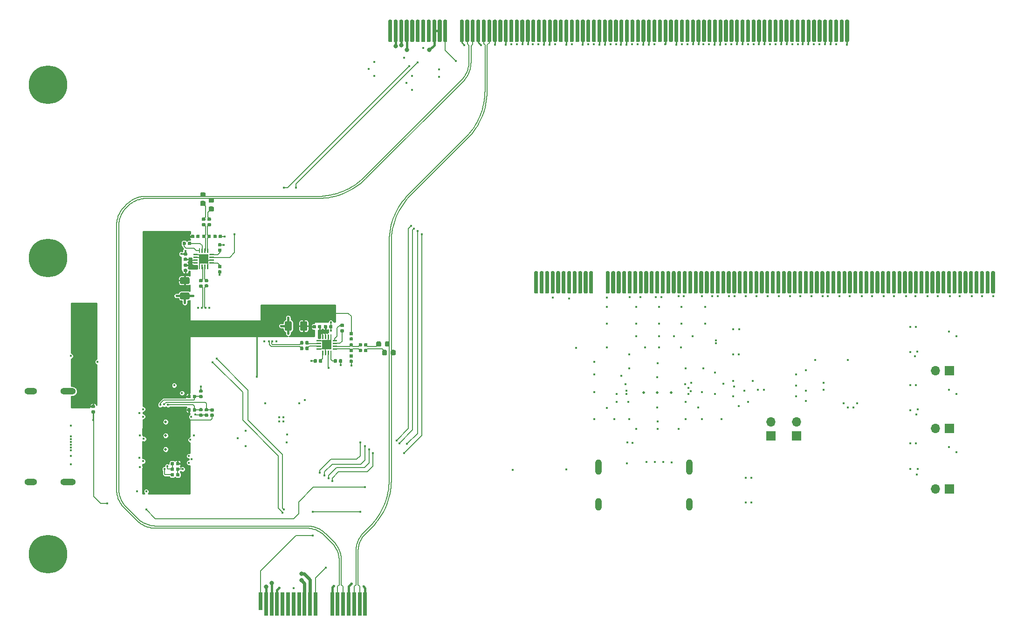
<source format=gbr>
G04 #@! TF.GenerationSoftware,KiCad,Pcbnew,5.99.0-unknown-128ec78~100~ubuntu18.04.1*
G04 #@! TF.CreationDate,2020-01-29T23:00:07+01:00*
G04 #@! TF.ProjectId,fab_v2,6661625f-7632-42e6-9b69-6361645f7063,rev?*
G04 #@! TF.SameCoordinates,PX251ced8PY3683460*
G04 #@! TF.FileFunction,Copper,L4,Bot*
G04 #@! TF.FilePolarity,Positive*
%FSLAX46Y46*%
G04 Gerber Fmt 4.6, Leading zero omitted, Abs format (unit mm)*
G04 Created by KiCad (PCBNEW 5.99.0-unknown-128ec78~100~ubuntu18.04.1) date 2020-01-29 23:00:07*
%MOMM*%
%LPD*%
G04 APERTURE LIST*
%ADD10O,1.200000X2.800000*%
%ADD11O,1.200000X2.300000*%
%ADD12C,0.500000*%
%ADD13O,1.700000X1.700000*%
%ADD14R,1.700000X1.700000*%
%ADD15C,7.000000*%
%ADD16O,2.300000X1.200000*%
%ADD17O,2.800000X1.200000*%
%ADD18R,0.700000X3.200000*%
%ADD19R,0.700000X4.300000*%
%ADD20C,0.400000*%
%ADD21C,0.800000*%
%ADD22C,0.200000*%
%ADD23C,0.150000*%
%ADD24C,0.250000*%
%ADD25C,0.400000*%
%ADD26C,0.600000*%
%ADD27C,0.254000*%
G04 APERTURE END LIST*
D10*
X123517600Y-82788400D03*
X107017600Y-82788400D03*
D11*
X123517600Y-89568400D03*
X107017600Y-89568400D03*
D12*
X115225800Y-69256000D03*
X120225800Y-69256000D03*
X117725800Y-69256000D03*
D13*
X143028800Y-74568000D03*
D14*
X143028800Y-77108000D03*
D13*
X138378800Y-74568000D03*
D14*
X138378800Y-77108000D03*
D13*
X168223800Y-65274000D03*
D14*
X170763800Y-65274000D03*
D13*
X168223800Y-75763000D03*
D14*
X170763800Y-75763000D03*
D13*
X168223800Y-86760000D03*
D14*
X170763800Y-86760000D03*
G04 #@! TA.AperFunction,SMDPad,CuDef*
G36*
X178948770Y-47187321D02*
G01*
X179005544Y-47225256D01*
X179043479Y-47282030D01*
X179056800Y-47349000D01*
X179056800Y-50999000D01*
X179043479Y-51065970D01*
X179005544Y-51122744D01*
X178948770Y-51160679D01*
X178881800Y-51174000D01*
X178531800Y-51174000D01*
X178464830Y-51160679D01*
X178408056Y-51122744D01*
X178370121Y-51065970D01*
X178356800Y-50999000D01*
X178356800Y-47349000D01*
X178370121Y-47282030D01*
X178408056Y-47225256D01*
X178464830Y-47187321D01*
X178531800Y-47174000D01*
X178881800Y-47174000D01*
X178948770Y-47187321D01*
G37*
G04 #@! TD.AperFunction*
G04 #@! TA.AperFunction,SMDPad,CuDef*
G36*
X177948770Y-47187321D02*
G01*
X178005544Y-47225256D01*
X178043479Y-47282030D01*
X178056800Y-47349000D01*
X178056800Y-50999000D01*
X178043479Y-51065970D01*
X178005544Y-51122744D01*
X177948770Y-51160679D01*
X177881800Y-51174000D01*
X177531800Y-51174000D01*
X177464830Y-51160679D01*
X177408056Y-51122744D01*
X177370121Y-51065970D01*
X177356800Y-50999000D01*
X177356800Y-47349000D01*
X177370121Y-47282030D01*
X177408056Y-47225256D01*
X177464830Y-47187321D01*
X177531800Y-47174000D01*
X177881800Y-47174000D01*
X177948770Y-47187321D01*
G37*
G04 #@! TD.AperFunction*
G04 #@! TA.AperFunction,SMDPad,CuDef*
G36*
X176948770Y-47187321D02*
G01*
X177005544Y-47225256D01*
X177043479Y-47282030D01*
X177056800Y-47349000D01*
X177056800Y-50999000D01*
X177043479Y-51065970D01*
X177005544Y-51122744D01*
X176948770Y-51160679D01*
X176881800Y-51174000D01*
X176531800Y-51174000D01*
X176464830Y-51160679D01*
X176408056Y-51122744D01*
X176370121Y-51065970D01*
X176356800Y-50999000D01*
X176356800Y-47349000D01*
X176370121Y-47282030D01*
X176408056Y-47225256D01*
X176464830Y-47187321D01*
X176531800Y-47174000D01*
X176881800Y-47174000D01*
X176948770Y-47187321D01*
G37*
G04 #@! TD.AperFunction*
G04 #@! TA.AperFunction,SMDPad,CuDef*
G36*
X175948770Y-47187321D02*
G01*
X176005544Y-47225256D01*
X176043479Y-47282030D01*
X176056800Y-47349000D01*
X176056800Y-50999000D01*
X176043479Y-51065970D01*
X176005544Y-51122744D01*
X175948770Y-51160679D01*
X175881800Y-51174000D01*
X175531800Y-51174000D01*
X175464830Y-51160679D01*
X175408056Y-51122744D01*
X175370121Y-51065970D01*
X175356800Y-50999000D01*
X175356800Y-47349000D01*
X175370121Y-47282030D01*
X175408056Y-47225256D01*
X175464830Y-47187321D01*
X175531800Y-47174000D01*
X175881800Y-47174000D01*
X175948770Y-47187321D01*
G37*
G04 #@! TD.AperFunction*
G04 #@! TA.AperFunction,SMDPad,CuDef*
G36*
X174948770Y-47187321D02*
G01*
X175005544Y-47225256D01*
X175043479Y-47282030D01*
X175056800Y-47349000D01*
X175056800Y-50999000D01*
X175043479Y-51065970D01*
X175005544Y-51122744D01*
X174948770Y-51160679D01*
X174881800Y-51174000D01*
X174531800Y-51174000D01*
X174464830Y-51160679D01*
X174408056Y-51122744D01*
X174370121Y-51065970D01*
X174356800Y-50999000D01*
X174356800Y-47349000D01*
X174370121Y-47282030D01*
X174408056Y-47225256D01*
X174464830Y-47187321D01*
X174531800Y-47174000D01*
X174881800Y-47174000D01*
X174948770Y-47187321D01*
G37*
G04 #@! TD.AperFunction*
G04 #@! TA.AperFunction,SMDPad,CuDef*
G36*
X173948770Y-47187321D02*
G01*
X174005544Y-47225256D01*
X174043479Y-47282030D01*
X174056800Y-47349000D01*
X174056800Y-50999000D01*
X174043479Y-51065970D01*
X174005544Y-51122744D01*
X173948770Y-51160679D01*
X173881800Y-51174000D01*
X173531800Y-51174000D01*
X173464830Y-51160679D01*
X173408056Y-51122744D01*
X173370121Y-51065970D01*
X173356800Y-50999000D01*
X173356800Y-47349000D01*
X173370121Y-47282030D01*
X173408056Y-47225256D01*
X173464830Y-47187321D01*
X173531800Y-47174000D01*
X173881800Y-47174000D01*
X173948770Y-47187321D01*
G37*
G04 #@! TD.AperFunction*
G04 #@! TA.AperFunction,SMDPad,CuDef*
G36*
X172948770Y-47187321D02*
G01*
X173005544Y-47225256D01*
X173043479Y-47282030D01*
X173056800Y-47349000D01*
X173056800Y-50999000D01*
X173043479Y-51065970D01*
X173005544Y-51122744D01*
X172948770Y-51160679D01*
X172881800Y-51174000D01*
X172531800Y-51174000D01*
X172464830Y-51160679D01*
X172408056Y-51122744D01*
X172370121Y-51065970D01*
X172356800Y-50999000D01*
X172356800Y-47349000D01*
X172370121Y-47282030D01*
X172408056Y-47225256D01*
X172464830Y-47187321D01*
X172531800Y-47174000D01*
X172881800Y-47174000D01*
X172948770Y-47187321D01*
G37*
G04 #@! TD.AperFunction*
G04 #@! TA.AperFunction,SMDPad,CuDef*
G36*
X171948770Y-47187321D02*
G01*
X172005544Y-47225256D01*
X172043479Y-47282030D01*
X172056800Y-47349000D01*
X172056800Y-50999000D01*
X172043479Y-51065970D01*
X172005544Y-51122744D01*
X171948770Y-51160679D01*
X171881800Y-51174000D01*
X171531800Y-51174000D01*
X171464830Y-51160679D01*
X171408056Y-51122744D01*
X171370121Y-51065970D01*
X171356800Y-50999000D01*
X171356800Y-47349000D01*
X171370121Y-47282030D01*
X171408056Y-47225256D01*
X171464830Y-47187321D01*
X171531800Y-47174000D01*
X171881800Y-47174000D01*
X171948770Y-47187321D01*
G37*
G04 #@! TD.AperFunction*
G04 #@! TA.AperFunction,SMDPad,CuDef*
G36*
X170948770Y-47187321D02*
G01*
X171005544Y-47225256D01*
X171043479Y-47282030D01*
X171056800Y-47349000D01*
X171056800Y-50999000D01*
X171043479Y-51065970D01*
X171005544Y-51122744D01*
X170948770Y-51160679D01*
X170881800Y-51174000D01*
X170531800Y-51174000D01*
X170464830Y-51160679D01*
X170408056Y-51122744D01*
X170370121Y-51065970D01*
X170356800Y-50999000D01*
X170356800Y-47349000D01*
X170370121Y-47282030D01*
X170408056Y-47225256D01*
X170464830Y-47187321D01*
X170531800Y-47174000D01*
X170881800Y-47174000D01*
X170948770Y-47187321D01*
G37*
G04 #@! TD.AperFunction*
G04 #@! TA.AperFunction,SMDPad,CuDef*
G36*
X169948770Y-47187321D02*
G01*
X170005544Y-47225256D01*
X170043479Y-47282030D01*
X170056800Y-47349000D01*
X170056800Y-50999000D01*
X170043479Y-51065970D01*
X170005544Y-51122744D01*
X169948770Y-51160679D01*
X169881800Y-51174000D01*
X169531800Y-51174000D01*
X169464830Y-51160679D01*
X169408056Y-51122744D01*
X169370121Y-51065970D01*
X169356800Y-50999000D01*
X169356800Y-47349000D01*
X169370121Y-47282030D01*
X169408056Y-47225256D01*
X169464830Y-47187321D01*
X169531800Y-47174000D01*
X169881800Y-47174000D01*
X169948770Y-47187321D01*
G37*
G04 #@! TD.AperFunction*
G04 #@! TA.AperFunction,SMDPad,CuDef*
G36*
X168948770Y-47187321D02*
G01*
X169005544Y-47225256D01*
X169043479Y-47282030D01*
X169056800Y-47349000D01*
X169056800Y-50999000D01*
X169043479Y-51065970D01*
X169005544Y-51122744D01*
X168948770Y-51160679D01*
X168881800Y-51174000D01*
X168531800Y-51174000D01*
X168464830Y-51160679D01*
X168408056Y-51122744D01*
X168370121Y-51065970D01*
X168356800Y-50999000D01*
X168356800Y-47349000D01*
X168370121Y-47282030D01*
X168408056Y-47225256D01*
X168464830Y-47187321D01*
X168531800Y-47174000D01*
X168881800Y-47174000D01*
X168948770Y-47187321D01*
G37*
G04 #@! TD.AperFunction*
G04 #@! TA.AperFunction,SMDPad,CuDef*
G36*
X167948770Y-47187321D02*
G01*
X168005544Y-47225256D01*
X168043479Y-47282030D01*
X168056800Y-47349000D01*
X168056800Y-50999000D01*
X168043479Y-51065970D01*
X168005544Y-51122744D01*
X167948770Y-51160679D01*
X167881800Y-51174000D01*
X167531800Y-51174000D01*
X167464830Y-51160679D01*
X167408056Y-51122744D01*
X167370121Y-51065970D01*
X167356800Y-50999000D01*
X167356800Y-47349000D01*
X167370121Y-47282030D01*
X167408056Y-47225256D01*
X167464830Y-47187321D01*
X167531800Y-47174000D01*
X167881800Y-47174000D01*
X167948770Y-47187321D01*
G37*
G04 #@! TD.AperFunction*
G04 #@! TA.AperFunction,SMDPad,CuDef*
G36*
X166948770Y-47187321D02*
G01*
X167005544Y-47225256D01*
X167043479Y-47282030D01*
X167056800Y-47349000D01*
X167056800Y-50999000D01*
X167043479Y-51065970D01*
X167005544Y-51122744D01*
X166948770Y-51160679D01*
X166881800Y-51174000D01*
X166531800Y-51174000D01*
X166464830Y-51160679D01*
X166408056Y-51122744D01*
X166370121Y-51065970D01*
X166356800Y-50999000D01*
X166356800Y-47349000D01*
X166370121Y-47282030D01*
X166408056Y-47225256D01*
X166464830Y-47187321D01*
X166531800Y-47174000D01*
X166881800Y-47174000D01*
X166948770Y-47187321D01*
G37*
G04 #@! TD.AperFunction*
G04 #@! TA.AperFunction,SMDPad,CuDef*
G36*
X165948770Y-47187321D02*
G01*
X166005544Y-47225256D01*
X166043479Y-47282030D01*
X166056800Y-47349000D01*
X166056800Y-50999000D01*
X166043479Y-51065970D01*
X166005544Y-51122744D01*
X165948770Y-51160679D01*
X165881800Y-51174000D01*
X165531800Y-51174000D01*
X165464830Y-51160679D01*
X165408056Y-51122744D01*
X165370121Y-51065970D01*
X165356800Y-50999000D01*
X165356800Y-47349000D01*
X165370121Y-47282030D01*
X165408056Y-47225256D01*
X165464830Y-47187321D01*
X165531800Y-47174000D01*
X165881800Y-47174000D01*
X165948770Y-47187321D01*
G37*
G04 #@! TD.AperFunction*
G04 #@! TA.AperFunction,SMDPad,CuDef*
G36*
X164948770Y-47187321D02*
G01*
X165005544Y-47225256D01*
X165043479Y-47282030D01*
X165056800Y-47349000D01*
X165056800Y-50999000D01*
X165043479Y-51065970D01*
X165005544Y-51122744D01*
X164948770Y-51160679D01*
X164881800Y-51174000D01*
X164531800Y-51174000D01*
X164464830Y-51160679D01*
X164408056Y-51122744D01*
X164370121Y-51065970D01*
X164356800Y-50999000D01*
X164356800Y-47349000D01*
X164370121Y-47282030D01*
X164408056Y-47225256D01*
X164464830Y-47187321D01*
X164531800Y-47174000D01*
X164881800Y-47174000D01*
X164948770Y-47187321D01*
G37*
G04 #@! TD.AperFunction*
G04 #@! TA.AperFunction,SMDPad,CuDef*
G36*
X163948770Y-47187321D02*
G01*
X164005544Y-47225256D01*
X164043479Y-47282030D01*
X164056800Y-47349000D01*
X164056800Y-50999000D01*
X164043479Y-51065970D01*
X164005544Y-51122744D01*
X163948770Y-51160679D01*
X163881800Y-51174000D01*
X163531800Y-51174000D01*
X163464830Y-51160679D01*
X163408056Y-51122744D01*
X163370121Y-51065970D01*
X163356800Y-50999000D01*
X163356800Y-47349000D01*
X163370121Y-47282030D01*
X163408056Y-47225256D01*
X163464830Y-47187321D01*
X163531800Y-47174000D01*
X163881800Y-47174000D01*
X163948770Y-47187321D01*
G37*
G04 #@! TD.AperFunction*
G04 #@! TA.AperFunction,SMDPad,CuDef*
G36*
X162948770Y-47187321D02*
G01*
X163005544Y-47225256D01*
X163043479Y-47282030D01*
X163056800Y-47349000D01*
X163056800Y-50999000D01*
X163043479Y-51065970D01*
X163005544Y-51122744D01*
X162948770Y-51160679D01*
X162881800Y-51174000D01*
X162531800Y-51174000D01*
X162464830Y-51160679D01*
X162408056Y-51122744D01*
X162370121Y-51065970D01*
X162356800Y-50999000D01*
X162356800Y-47349000D01*
X162370121Y-47282030D01*
X162408056Y-47225256D01*
X162464830Y-47187321D01*
X162531800Y-47174000D01*
X162881800Y-47174000D01*
X162948770Y-47187321D01*
G37*
G04 #@! TD.AperFunction*
G04 #@! TA.AperFunction,SMDPad,CuDef*
G36*
X161948770Y-47187321D02*
G01*
X162005544Y-47225256D01*
X162043479Y-47282030D01*
X162056800Y-47349000D01*
X162056800Y-50999000D01*
X162043479Y-51065970D01*
X162005544Y-51122744D01*
X161948770Y-51160679D01*
X161881800Y-51174000D01*
X161531800Y-51174000D01*
X161464830Y-51160679D01*
X161408056Y-51122744D01*
X161370121Y-51065970D01*
X161356800Y-50999000D01*
X161356800Y-47349000D01*
X161370121Y-47282030D01*
X161408056Y-47225256D01*
X161464830Y-47187321D01*
X161531800Y-47174000D01*
X161881800Y-47174000D01*
X161948770Y-47187321D01*
G37*
G04 #@! TD.AperFunction*
G04 #@! TA.AperFunction,SMDPad,CuDef*
G36*
X160948770Y-47187321D02*
G01*
X161005544Y-47225256D01*
X161043479Y-47282030D01*
X161056800Y-47349000D01*
X161056800Y-50999000D01*
X161043479Y-51065970D01*
X161005544Y-51122744D01*
X160948770Y-51160679D01*
X160881800Y-51174000D01*
X160531800Y-51174000D01*
X160464830Y-51160679D01*
X160408056Y-51122744D01*
X160370121Y-51065970D01*
X160356800Y-50999000D01*
X160356800Y-47349000D01*
X160370121Y-47282030D01*
X160408056Y-47225256D01*
X160464830Y-47187321D01*
X160531800Y-47174000D01*
X160881800Y-47174000D01*
X160948770Y-47187321D01*
G37*
G04 #@! TD.AperFunction*
G04 #@! TA.AperFunction,SMDPad,CuDef*
G36*
X159948770Y-47187321D02*
G01*
X160005544Y-47225256D01*
X160043479Y-47282030D01*
X160056800Y-47349000D01*
X160056800Y-50999000D01*
X160043479Y-51065970D01*
X160005544Y-51122744D01*
X159948770Y-51160679D01*
X159881800Y-51174000D01*
X159531800Y-51174000D01*
X159464830Y-51160679D01*
X159408056Y-51122744D01*
X159370121Y-51065970D01*
X159356800Y-50999000D01*
X159356800Y-47349000D01*
X159370121Y-47282030D01*
X159408056Y-47225256D01*
X159464830Y-47187321D01*
X159531800Y-47174000D01*
X159881800Y-47174000D01*
X159948770Y-47187321D01*
G37*
G04 #@! TD.AperFunction*
G04 #@! TA.AperFunction,SMDPad,CuDef*
G36*
X158948770Y-47187321D02*
G01*
X159005544Y-47225256D01*
X159043479Y-47282030D01*
X159056800Y-47349000D01*
X159056800Y-50999000D01*
X159043479Y-51065970D01*
X159005544Y-51122744D01*
X158948770Y-51160679D01*
X158881800Y-51174000D01*
X158531800Y-51174000D01*
X158464830Y-51160679D01*
X158408056Y-51122744D01*
X158370121Y-51065970D01*
X158356800Y-50999000D01*
X158356800Y-47349000D01*
X158370121Y-47282030D01*
X158408056Y-47225256D01*
X158464830Y-47187321D01*
X158531800Y-47174000D01*
X158881800Y-47174000D01*
X158948770Y-47187321D01*
G37*
G04 #@! TD.AperFunction*
G04 #@! TA.AperFunction,SMDPad,CuDef*
G36*
X157948770Y-47187321D02*
G01*
X158005544Y-47225256D01*
X158043479Y-47282030D01*
X158056800Y-47349000D01*
X158056800Y-50999000D01*
X158043479Y-51065970D01*
X158005544Y-51122744D01*
X157948770Y-51160679D01*
X157881800Y-51174000D01*
X157531800Y-51174000D01*
X157464830Y-51160679D01*
X157408056Y-51122744D01*
X157370121Y-51065970D01*
X157356800Y-50999000D01*
X157356800Y-47349000D01*
X157370121Y-47282030D01*
X157408056Y-47225256D01*
X157464830Y-47187321D01*
X157531800Y-47174000D01*
X157881800Y-47174000D01*
X157948770Y-47187321D01*
G37*
G04 #@! TD.AperFunction*
G04 #@! TA.AperFunction,SMDPad,CuDef*
G36*
X156948770Y-47187321D02*
G01*
X157005544Y-47225256D01*
X157043479Y-47282030D01*
X157056800Y-47349000D01*
X157056800Y-50999000D01*
X157043479Y-51065970D01*
X157005544Y-51122744D01*
X156948770Y-51160679D01*
X156881800Y-51174000D01*
X156531800Y-51174000D01*
X156464830Y-51160679D01*
X156408056Y-51122744D01*
X156370121Y-51065970D01*
X156356800Y-50999000D01*
X156356800Y-47349000D01*
X156370121Y-47282030D01*
X156408056Y-47225256D01*
X156464830Y-47187321D01*
X156531800Y-47174000D01*
X156881800Y-47174000D01*
X156948770Y-47187321D01*
G37*
G04 #@! TD.AperFunction*
G04 #@! TA.AperFunction,SMDPad,CuDef*
G36*
X155948770Y-47187321D02*
G01*
X156005544Y-47225256D01*
X156043479Y-47282030D01*
X156056800Y-47349000D01*
X156056800Y-50999000D01*
X156043479Y-51065970D01*
X156005544Y-51122744D01*
X155948770Y-51160679D01*
X155881800Y-51174000D01*
X155531800Y-51174000D01*
X155464830Y-51160679D01*
X155408056Y-51122744D01*
X155370121Y-51065970D01*
X155356800Y-50999000D01*
X155356800Y-47349000D01*
X155370121Y-47282030D01*
X155408056Y-47225256D01*
X155464830Y-47187321D01*
X155531800Y-47174000D01*
X155881800Y-47174000D01*
X155948770Y-47187321D01*
G37*
G04 #@! TD.AperFunction*
G04 #@! TA.AperFunction,SMDPad,CuDef*
G36*
X154948770Y-47187321D02*
G01*
X155005544Y-47225256D01*
X155043479Y-47282030D01*
X155056800Y-47349000D01*
X155056800Y-50999000D01*
X155043479Y-51065970D01*
X155005544Y-51122744D01*
X154948770Y-51160679D01*
X154881800Y-51174000D01*
X154531800Y-51174000D01*
X154464830Y-51160679D01*
X154408056Y-51122744D01*
X154370121Y-51065970D01*
X154356800Y-50999000D01*
X154356800Y-47349000D01*
X154370121Y-47282030D01*
X154408056Y-47225256D01*
X154464830Y-47187321D01*
X154531800Y-47174000D01*
X154881800Y-47174000D01*
X154948770Y-47187321D01*
G37*
G04 #@! TD.AperFunction*
G04 #@! TA.AperFunction,SMDPad,CuDef*
G36*
X153948770Y-47187321D02*
G01*
X154005544Y-47225256D01*
X154043479Y-47282030D01*
X154056800Y-47349000D01*
X154056800Y-50999000D01*
X154043479Y-51065970D01*
X154005544Y-51122744D01*
X153948770Y-51160679D01*
X153881800Y-51174000D01*
X153531800Y-51174000D01*
X153464830Y-51160679D01*
X153408056Y-51122744D01*
X153370121Y-51065970D01*
X153356800Y-50999000D01*
X153356800Y-47349000D01*
X153370121Y-47282030D01*
X153408056Y-47225256D01*
X153464830Y-47187321D01*
X153531800Y-47174000D01*
X153881800Y-47174000D01*
X153948770Y-47187321D01*
G37*
G04 #@! TD.AperFunction*
G04 #@! TA.AperFunction,SMDPad,CuDef*
G36*
X152948770Y-47187321D02*
G01*
X153005544Y-47225256D01*
X153043479Y-47282030D01*
X153056800Y-47349000D01*
X153056800Y-50999000D01*
X153043479Y-51065970D01*
X153005544Y-51122744D01*
X152948770Y-51160679D01*
X152881800Y-51174000D01*
X152531800Y-51174000D01*
X152464830Y-51160679D01*
X152408056Y-51122744D01*
X152370121Y-51065970D01*
X152356800Y-50999000D01*
X152356800Y-47349000D01*
X152370121Y-47282030D01*
X152408056Y-47225256D01*
X152464830Y-47187321D01*
X152531800Y-47174000D01*
X152881800Y-47174000D01*
X152948770Y-47187321D01*
G37*
G04 #@! TD.AperFunction*
G04 #@! TA.AperFunction,SMDPad,CuDef*
G36*
X151948770Y-47187321D02*
G01*
X152005544Y-47225256D01*
X152043479Y-47282030D01*
X152056800Y-47349000D01*
X152056800Y-50999000D01*
X152043479Y-51065970D01*
X152005544Y-51122744D01*
X151948770Y-51160679D01*
X151881800Y-51174000D01*
X151531800Y-51174000D01*
X151464830Y-51160679D01*
X151408056Y-51122744D01*
X151370121Y-51065970D01*
X151356800Y-50999000D01*
X151356800Y-47349000D01*
X151370121Y-47282030D01*
X151408056Y-47225256D01*
X151464830Y-47187321D01*
X151531800Y-47174000D01*
X151881800Y-47174000D01*
X151948770Y-47187321D01*
G37*
G04 #@! TD.AperFunction*
G04 #@! TA.AperFunction,SMDPad,CuDef*
G36*
X150948770Y-47187321D02*
G01*
X151005544Y-47225256D01*
X151043479Y-47282030D01*
X151056800Y-47349000D01*
X151056800Y-50999000D01*
X151043479Y-51065970D01*
X151005544Y-51122744D01*
X150948770Y-51160679D01*
X150881800Y-51174000D01*
X150531800Y-51174000D01*
X150464830Y-51160679D01*
X150408056Y-51122744D01*
X150370121Y-51065970D01*
X150356800Y-50999000D01*
X150356800Y-47349000D01*
X150370121Y-47282030D01*
X150408056Y-47225256D01*
X150464830Y-47187321D01*
X150531800Y-47174000D01*
X150881800Y-47174000D01*
X150948770Y-47187321D01*
G37*
G04 #@! TD.AperFunction*
G04 #@! TA.AperFunction,SMDPad,CuDef*
G36*
X149948770Y-47187321D02*
G01*
X150005544Y-47225256D01*
X150043479Y-47282030D01*
X150056800Y-47349000D01*
X150056800Y-50999000D01*
X150043479Y-51065970D01*
X150005544Y-51122744D01*
X149948770Y-51160679D01*
X149881800Y-51174000D01*
X149531800Y-51174000D01*
X149464830Y-51160679D01*
X149408056Y-51122744D01*
X149370121Y-51065970D01*
X149356800Y-50999000D01*
X149356800Y-47349000D01*
X149370121Y-47282030D01*
X149408056Y-47225256D01*
X149464830Y-47187321D01*
X149531800Y-47174000D01*
X149881800Y-47174000D01*
X149948770Y-47187321D01*
G37*
G04 #@! TD.AperFunction*
G04 #@! TA.AperFunction,SMDPad,CuDef*
G36*
X148948770Y-47187321D02*
G01*
X149005544Y-47225256D01*
X149043479Y-47282030D01*
X149056800Y-47349000D01*
X149056800Y-50999000D01*
X149043479Y-51065970D01*
X149005544Y-51122744D01*
X148948770Y-51160679D01*
X148881800Y-51174000D01*
X148531800Y-51174000D01*
X148464830Y-51160679D01*
X148408056Y-51122744D01*
X148370121Y-51065970D01*
X148356800Y-50999000D01*
X148356800Y-47349000D01*
X148370121Y-47282030D01*
X148408056Y-47225256D01*
X148464830Y-47187321D01*
X148531800Y-47174000D01*
X148881800Y-47174000D01*
X148948770Y-47187321D01*
G37*
G04 #@! TD.AperFunction*
G04 #@! TA.AperFunction,SMDPad,CuDef*
G36*
X147948770Y-47187321D02*
G01*
X148005544Y-47225256D01*
X148043479Y-47282030D01*
X148056800Y-47349000D01*
X148056800Y-50999000D01*
X148043479Y-51065970D01*
X148005544Y-51122744D01*
X147948770Y-51160679D01*
X147881800Y-51174000D01*
X147531800Y-51174000D01*
X147464830Y-51160679D01*
X147408056Y-51122744D01*
X147370121Y-51065970D01*
X147356800Y-50999000D01*
X147356800Y-47349000D01*
X147370121Y-47282030D01*
X147408056Y-47225256D01*
X147464830Y-47187321D01*
X147531800Y-47174000D01*
X147881800Y-47174000D01*
X147948770Y-47187321D01*
G37*
G04 #@! TD.AperFunction*
G04 #@! TA.AperFunction,SMDPad,CuDef*
G36*
X146948770Y-47187321D02*
G01*
X147005544Y-47225256D01*
X147043479Y-47282030D01*
X147056800Y-47349000D01*
X147056800Y-50999000D01*
X147043479Y-51065970D01*
X147005544Y-51122744D01*
X146948770Y-51160679D01*
X146881800Y-51174000D01*
X146531800Y-51174000D01*
X146464830Y-51160679D01*
X146408056Y-51122744D01*
X146370121Y-51065970D01*
X146356800Y-50999000D01*
X146356800Y-47349000D01*
X146370121Y-47282030D01*
X146408056Y-47225256D01*
X146464830Y-47187321D01*
X146531800Y-47174000D01*
X146881800Y-47174000D01*
X146948770Y-47187321D01*
G37*
G04 #@! TD.AperFunction*
G04 #@! TA.AperFunction,SMDPad,CuDef*
G36*
X145948770Y-47187321D02*
G01*
X146005544Y-47225256D01*
X146043479Y-47282030D01*
X146056800Y-47349000D01*
X146056800Y-50999000D01*
X146043479Y-51065970D01*
X146005544Y-51122744D01*
X145948770Y-51160679D01*
X145881800Y-51174000D01*
X145531800Y-51174000D01*
X145464830Y-51160679D01*
X145408056Y-51122744D01*
X145370121Y-51065970D01*
X145356800Y-50999000D01*
X145356800Y-47349000D01*
X145370121Y-47282030D01*
X145408056Y-47225256D01*
X145464830Y-47187321D01*
X145531800Y-47174000D01*
X145881800Y-47174000D01*
X145948770Y-47187321D01*
G37*
G04 #@! TD.AperFunction*
G04 #@! TA.AperFunction,SMDPad,CuDef*
G36*
X144948770Y-47187321D02*
G01*
X145005544Y-47225256D01*
X145043479Y-47282030D01*
X145056800Y-47349000D01*
X145056800Y-50999000D01*
X145043479Y-51065970D01*
X145005544Y-51122744D01*
X144948770Y-51160679D01*
X144881800Y-51174000D01*
X144531800Y-51174000D01*
X144464830Y-51160679D01*
X144408056Y-51122744D01*
X144370121Y-51065970D01*
X144356800Y-50999000D01*
X144356800Y-47349000D01*
X144370121Y-47282030D01*
X144408056Y-47225256D01*
X144464830Y-47187321D01*
X144531800Y-47174000D01*
X144881800Y-47174000D01*
X144948770Y-47187321D01*
G37*
G04 #@! TD.AperFunction*
G04 #@! TA.AperFunction,SMDPad,CuDef*
G36*
X143948770Y-47187321D02*
G01*
X144005544Y-47225256D01*
X144043479Y-47282030D01*
X144056800Y-47349000D01*
X144056800Y-50999000D01*
X144043479Y-51065970D01*
X144005544Y-51122744D01*
X143948770Y-51160679D01*
X143881800Y-51174000D01*
X143531800Y-51174000D01*
X143464830Y-51160679D01*
X143408056Y-51122744D01*
X143370121Y-51065970D01*
X143356800Y-50999000D01*
X143356800Y-47349000D01*
X143370121Y-47282030D01*
X143408056Y-47225256D01*
X143464830Y-47187321D01*
X143531800Y-47174000D01*
X143881800Y-47174000D01*
X143948770Y-47187321D01*
G37*
G04 #@! TD.AperFunction*
G04 #@! TA.AperFunction,SMDPad,CuDef*
G36*
X142948770Y-47187321D02*
G01*
X143005544Y-47225256D01*
X143043479Y-47282030D01*
X143056800Y-47349000D01*
X143056800Y-50999000D01*
X143043479Y-51065970D01*
X143005544Y-51122744D01*
X142948770Y-51160679D01*
X142881800Y-51174000D01*
X142531800Y-51174000D01*
X142464830Y-51160679D01*
X142408056Y-51122744D01*
X142370121Y-51065970D01*
X142356800Y-50999000D01*
X142356800Y-47349000D01*
X142370121Y-47282030D01*
X142408056Y-47225256D01*
X142464830Y-47187321D01*
X142531800Y-47174000D01*
X142881800Y-47174000D01*
X142948770Y-47187321D01*
G37*
G04 #@! TD.AperFunction*
G04 #@! TA.AperFunction,SMDPad,CuDef*
G36*
X141948770Y-47187321D02*
G01*
X142005544Y-47225256D01*
X142043479Y-47282030D01*
X142056800Y-47349000D01*
X142056800Y-50999000D01*
X142043479Y-51065970D01*
X142005544Y-51122744D01*
X141948770Y-51160679D01*
X141881800Y-51174000D01*
X141531800Y-51174000D01*
X141464830Y-51160679D01*
X141408056Y-51122744D01*
X141370121Y-51065970D01*
X141356800Y-50999000D01*
X141356800Y-47349000D01*
X141370121Y-47282030D01*
X141408056Y-47225256D01*
X141464830Y-47187321D01*
X141531800Y-47174000D01*
X141881800Y-47174000D01*
X141948770Y-47187321D01*
G37*
G04 #@! TD.AperFunction*
G04 #@! TA.AperFunction,SMDPad,CuDef*
G36*
X140948770Y-47187321D02*
G01*
X141005544Y-47225256D01*
X141043479Y-47282030D01*
X141056800Y-47349000D01*
X141056800Y-50999000D01*
X141043479Y-51065970D01*
X141005544Y-51122744D01*
X140948770Y-51160679D01*
X140881800Y-51174000D01*
X140531800Y-51174000D01*
X140464830Y-51160679D01*
X140408056Y-51122744D01*
X140370121Y-51065970D01*
X140356800Y-50999000D01*
X140356800Y-47349000D01*
X140370121Y-47282030D01*
X140408056Y-47225256D01*
X140464830Y-47187321D01*
X140531800Y-47174000D01*
X140881800Y-47174000D01*
X140948770Y-47187321D01*
G37*
G04 #@! TD.AperFunction*
G04 #@! TA.AperFunction,SMDPad,CuDef*
G36*
X139948770Y-47187321D02*
G01*
X140005544Y-47225256D01*
X140043479Y-47282030D01*
X140056800Y-47349000D01*
X140056800Y-50999000D01*
X140043479Y-51065970D01*
X140005544Y-51122744D01*
X139948770Y-51160679D01*
X139881800Y-51174000D01*
X139531800Y-51174000D01*
X139464830Y-51160679D01*
X139408056Y-51122744D01*
X139370121Y-51065970D01*
X139356800Y-50999000D01*
X139356800Y-47349000D01*
X139370121Y-47282030D01*
X139408056Y-47225256D01*
X139464830Y-47187321D01*
X139531800Y-47174000D01*
X139881800Y-47174000D01*
X139948770Y-47187321D01*
G37*
G04 #@! TD.AperFunction*
G04 #@! TA.AperFunction,SMDPad,CuDef*
G36*
X138948770Y-47187321D02*
G01*
X139005544Y-47225256D01*
X139043479Y-47282030D01*
X139056800Y-47349000D01*
X139056800Y-50999000D01*
X139043479Y-51065970D01*
X139005544Y-51122744D01*
X138948770Y-51160679D01*
X138881800Y-51174000D01*
X138531800Y-51174000D01*
X138464830Y-51160679D01*
X138408056Y-51122744D01*
X138370121Y-51065970D01*
X138356800Y-50999000D01*
X138356800Y-47349000D01*
X138370121Y-47282030D01*
X138408056Y-47225256D01*
X138464830Y-47187321D01*
X138531800Y-47174000D01*
X138881800Y-47174000D01*
X138948770Y-47187321D01*
G37*
G04 #@! TD.AperFunction*
G04 #@! TA.AperFunction,SMDPad,CuDef*
G36*
X137948770Y-47187321D02*
G01*
X138005544Y-47225256D01*
X138043479Y-47282030D01*
X138056800Y-47349000D01*
X138056800Y-50999000D01*
X138043479Y-51065970D01*
X138005544Y-51122744D01*
X137948770Y-51160679D01*
X137881800Y-51174000D01*
X137531800Y-51174000D01*
X137464830Y-51160679D01*
X137408056Y-51122744D01*
X137370121Y-51065970D01*
X137356800Y-50999000D01*
X137356800Y-47349000D01*
X137370121Y-47282030D01*
X137408056Y-47225256D01*
X137464830Y-47187321D01*
X137531800Y-47174000D01*
X137881800Y-47174000D01*
X137948770Y-47187321D01*
G37*
G04 #@! TD.AperFunction*
G04 #@! TA.AperFunction,SMDPad,CuDef*
G36*
X136948770Y-47187321D02*
G01*
X137005544Y-47225256D01*
X137043479Y-47282030D01*
X137056800Y-47349000D01*
X137056800Y-50999000D01*
X137043479Y-51065970D01*
X137005544Y-51122744D01*
X136948770Y-51160679D01*
X136881800Y-51174000D01*
X136531800Y-51174000D01*
X136464830Y-51160679D01*
X136408056Y-51122744D01*
X136370121Y-51065970D01*
X136356800Y-50999000D01*
X136356800Y-47349000D01*
X136370121Y-47282030D01*
X136408056Y-47225256D01*
X136464830Y-47187321D01*
X136531800Y-47174000D01*
X136881800Y-47174000D01*
X136948770Y-47187321D01*
G37*
G04 #@! TD.AperFunction*
G04 #@! TA.AperFunction,SMDPad,CuDef*
G36*
X135948770Y-47187321D02*
G01*
X136005544Y-47225256D01*
X136043479Y-47282030D01*
X136056800Y-47349000D01*
X136056800Y-50999000D01*
X136043479Y-51065970D01*
X136005544Y-51122744D01*
X135948770Y-51160679D01*
X135881800Y-51174000D01*
X135531800Y-51174000D01*
X135464830Y-51160679D01*
X135408056Y-51122744D01*
X135370121Y-51065970D01*
X135356800Y-50999000D01*
X135356800Y-47349000D01*
X135370121Y-47282030D01*
X135408056Y-47225256D01*
X135464830Y-47187321D01*
X135531800Y-47174000D01*
X135881800Y-47174000D01*
X135948770Y-47187321D01*
G37*
G04 #@! TD.AperFunction*
G04 #@! TA.AperFunction,SMDPad,CuDef*
G36*
X134948770Y-47187321D02*
G01*
X135005544Y-47225256D01*
X135043479Y-47282030D01*
X135056800Y-47349000D01*
X135056800Y-50999000D01*
X135043479Y-51065970D01*
X135005544Y-51122744D01*
X134948770Y-51160679D01*
X134881800Y-51174000D01*
X134531800Y-51174000D01*
X134464830Y-51160679D01*
X134408056Y-51122744D01*
X134370121Y-51065970D01*
X134356800Y-50999000D01*
X134356800Y-47349000D01*
X134370121Y-47282030D01*
X134408056Y-47225256D01*
X134464830Y-47187321D01*
X134531800Y-47174000D01*
X134881800Y-47174000D01*
X134948770Y-47187321D01*
G37*
G04 #@! TD.AperFunction*
G04 #@! TA.AperFunction,SMDPad,CuDef*
G36*
X133948770Y-47187321D02*
G01*
X134005544Y-47225256D01*
X134043479Y-47282030D01*
X134056800Y-47349000D01*
X134056800Y-50999000D01*
X134043479Y-51065970D01*
X134005544Y-51122744D01*
X133948770Y-51160679D01*
X133881800Y-51174000D01*
X133531800Y-51174000D01*
X133464830Y-51160679D01*
X133408056Y-51122744D01*
X133370121Y-51065970D01*
X133356800Y-50999000D01*
X133356800Y-47349000D01*
X133370121Y-47282030D01*
X133408056Y-47225256D01*
X133464830Y-47187321D01*
X133531800Y-47174000D01*
X133881800Y-47174000D01*
X133948770Y-47187321D01*
G37*
G04 #@! TD.AperFunction*
G04 #@! TA.AperFunction,SMDPad,CuDef*
G36*
X132948770Y-47187321D02*
G01*
X133005544Y-47225256D01*
X133043479Y-47282030D01*
X133056800Y-47349000D01*
X133056800Y-50999000D01*
X133043479Y-51065970D01*
X133005544Y-51122744D01*
X132948770Y-51160679D01*
X132881800Y-51174000D01*
X132531800Y-51174000D01*
X132464830Y-51160679D01*
X132408056Y-51122744D01*
X132370121Y-51065970D01*
X132356800Y-50999000D01*
X132356800Y-47349000D01*
X132370121Y-47282030D01*
X132408056Y-47225256D01*
X132464830Y-47187321D01*
X132531800Y-47174000D01*
X132881800Y-47174000D01*
X132948770Y-47187321D01*
G37*
G04 #@! TD.AperFunction*
G04 #@! TA.AperFunction,SMDPad,CuDef*
G36*
X131948770Y-47187321D02*
G01*
X132005544Y-47225256D01*
X132043479Y-47282030D01*
X132056800Y-47349000D01*
X132056800Y-50999000D01*
X132043479Y-51065970D01*
X132005544Y-51122744D01*
X131948770Y-51160679D01*
X131881800Y-51174000D01*
X131531800Y-51174000D01*
X131464830Y-51160679D01*
X131408056Y-51122744D01*
X131370121Y-51065970D01*
X131356800Y-50999000D01*
X131356800Y-47349000D01*
X131370121Y-47282030D01*
X131408056Y-47225256D01*
X131464830Y-47187321D01*
X131531800Y-47174000D01*
X131881800Y-47174000D01*
X131948770Y-47187321D01*
G37*
G04 #@! TD.AperFunction*
G04 #@! TA.AperFunction,SMDPad,CuDef*
G36*
X130948770Y-47187321D02*
G01*
X131005544Y-47225256D01*
X131043479Y-47282030D01*
X131056800Y-47349000D01*
X131056800Y-50999000D01*
X131043479Y-51065970D01*
X131005544Y-51122744D01*
X130948770Y-51160679D01*
X130881800Y-51174000D01*
X130531800Y-51174000D01*
X130464830Y-51160679D01*
X130408056Y-51122744D01*
X130370121Y-51065970D01*
X130356800Y-50999000D01*
X130356800Y-47349000D01*
X130370121Y-47282030D01*
X130408056Y-47225256D01*
X130464830Y-47187321D01*
X130531800Y-47174000D01*
X130881800Y-47174000D01*
X130948770Y-47187321D01*
G37*
G04 #@! TD.AperFunction*
G04 #@! TA.AperFunction,SMDPad,CuDef*
G36*
X129948770Y-47187321D02*
G01*
X130005544Y-47225256D01*
X130043479Y-47282030D01*
X130056800Y-47349000D01*
X130056800Y-50999000D01*
X130043479Y-51065970D01*
X130005544Y-51122744D01*
X129948770Y-51160679D01*
X129881800Y-51174000D01*
X129531800Y-51174000D01*
X129464830Y-51160679D01*
X129408056Y-51122744D01*
X129370121Y-51065970D01*
X129356800Y-50999000D01*
X129356800Y-47349000D01*
X129370121Y-47282030D01*
X129408056Y-47225256D01*
X129464830Y-47187321D01*
X129531800Y-47174000D01*
X129881800Y-47174000D01*
X129948770Y-47187321D01*
G37*
G04 #@! TD.AperFunction*
G04 #@! TA.AperFunction,SMDPad,CuDef*
G36*
X128948770Y-47187321D02*
G01*
X129005544Y-47225256D01*
X129043479Y-47282030D01*
X129056800Y-47349000D01*
X129056800Y-50999000D01*
X129043479Y-51065970D01*
X129005544Y-51122744D01*
X128948770Y-51160679D01*
X128881800Y-51174000D01*
X128531800Y-51174000D01*
X128464830Y-51160679D01*
X128408056Y-51122744D01*
X128370121Y-51065970D01*
X128356800Y-50999000D01*
X128356800Y-47349000D01*
X128370121Y-47282030D01*
X128408056Y-47225256D01*
X128464830Y-47187321D01*
X128531800Y-47174000D01*
X128881800Y-47174000D01*
X128948770Y-47187321D01*
G37*
G04 #@! TD.AperFunction*
G04 #@! TA.AperFunction,SMDPad,CuDef*
G36*
X127948770Y-47187321D02*
G01*
X128005544Y-47225256D01*
X128043479Y-47282030D01*
X128056800Y-47349000D01*
X128056800Y-50999000D01*
X128043479Y-51065970D01*
X128005544Y-51122744D01*
X127948770Y-51160679D01*
X127881800Y-51174000D01*
X127531800Y-51174000D01*
X127464830Y-51160679D01*
X127408056Y-51122744D01*
X127370121Y-51065970D01*
X127356800Y-50999000D01*
X127356800Y-47349000D01*
X127370121Y-47282030D01*
X127408056Y-47225256D01*
X127464830Y-47187321D01*
X127531800Y-47174000D01*
X127881800Y-47174000D01*
X127948770Y-47187321D01*
G37*
G04 #@! TD.AperFunction*
G04 #@! TA.AperFunction,SMDPad,CuDef*
G36*
X126948770Y-47187321D02*
G01*
X127005544Y-47225256D01*
X127043479Y-47282030D01*
X127056800Y-47349000D01*
X127056800Y-50999000D01*
X127043479Y-51065970D01*
X127005544Y-51122744D01*
X126948770Y-51160679D01*
X126881800Y-51174000D01*
X126531800Y-51174000D01*
X126464830Y-51160679D01*
X126408056Y-51122744D01*
X126370121Y-51065970D01*
X126356800Y-50999000D01*
X126356800Y-47349000D01*
X126370121Y-47282030D01*
X126408056Y-47225256D01*
X126464830Y-47187321D01*
X126531800Y-47174000D01*
X126881800Y-47174000D01*
X126948770Y-47187321D01*
G37*
G04 #@! TD.AperFunction*
G04 #@! TA.AperFunction,SMDPad,CuDef*
G36*
X125948770Y-47187321D02*
G01*
X126005544Y-47225256D01*
X126043479Y-47282030D01*
X126056800Y-47349000D01*
X126056800Y-50999000D01*
X126043479Y-51065970D01*
X126005544Y-51122744D01*
X125948770Y-51160679D01*
X125881800Y-51174000D01*
X125531800Y-51174000D01*
X125464830Y-51160679D01*
X125408056Y-51122744D01*
X125370121Y-51065970D01*
X125356800Y-50999000D01*
X125356800Y-47349000D01*
X125370121Y-47282030D01*
X125408056Y-47225256D01*
X125464830Y-47187321D01*
X125531800Y-47174000D01*
X125881800Y-47174000D01*
X125948770Y-47187321D01*
G37*
G04 #@! TD.AperFunction*
G04 #@! TA.AperFunction,SMDPad,CuDef*
G36*
X124948770Y-47187321D02*
G01*
X125005544Y-47225256D01*
X125043479Y-47282030D01*
X125056800Y-47349000D01*
X125056800Y-50999000D01*
X125043479Y-51065970D01*
X125005544Y-51122744D01*
X124948770Y-51160679D01*
X124881800Y-51174000D01*
X124531800Y-51174000D01*
X124464830Y-51160679D01*
X124408056Y-51122744D01*
X124370121Y-51065970D01*
X124356800Y-50999000D01*
X124356800Y-47349000D01*
X124370121Y-47282030D01*
X124408056Y-47225256D01*
X124464830Y-47187321D01*
X124531800Y-47174000D01*
X124881800Y-47174000D01*
X124948770Y-47187321D01*
G37*
G04 #@! TD.AperFunction*
G04 #@! TA.AperFunction,SMDPad,CuDef*
G36*
X123948770Y-47187321D02*
G01*
X124005544Y-47225256D01*
X124043479Y-47282030D01*
X124056800Y-47349000D01*
X124056800Y-50999000D01*
X124043479Y-51065970D01*
X124005544Y-51122744D01*
X123948770Y-51160679D01*
X123881800Y-51174000D01*
X123531800Y-51174000D01*
X123464830Y-51160679D01*
X123408056Y-51122744D01*
X123370121Y-51065970D01*
X123356800Y-50999000D01*
X123356800Y-47349000D01*
X123370121Y-47282030D01*
X123408056Y-47225256D01*
X123464830Y-47187321D01*
X123531800Y-47174000D01*
X123881800Y-47174000D01*
X123948770Y-47187321D01*
G37*
G04 #@! TD.AperFunction*
G04 #@! TA.AperFunction,SMDPad,CuDef*
G36*
X122948770Y-47187321D02*
G01*
X123005544Y-47225256D01*
X123043479Y-47282030D01*
X123056800Y-47349000D01*
X123056800Y-50999000D01*
X123043479Y-51065970D01*
X123005544Y-51122744D01*
X122948770Y-51160679D01*
X122881800Y-51174000D01*
X122531800Y-51174000D01*
X122464830Y-51160679D01*
X122408056Y-51122744D01*
X122370121Y-51065970D01*
X122356800Y-50999000D01*
X122356800Y-47349000D01*
X122370121Y-47282030D01*
X122408056Y-47225256D01*
X122464830Y-47187321D01*
X122531800Y-47174000D01*
X122881800Y-47174000D01*
X122948770Y-47187321D01*
G37*
G04 #@! TD.AperFunction*
G04 #@! TA.AperFunction,SMDPad,CuDef*
G36*
X121948770Y-47187321D02*
G01*
X122005544Y-47225256D01*
X122043479Y-47282030D01*
X122056800Y-47349000D01*
X122056800Y-50999000D01*
X122043479Y-51065970D01*
X122005544Y-51122744D01*
X121948770Y-51160679D01*
X121881800Y-51174000D01*
X121531800Y-51174000D01*
X121464830Y-51160679D01*
X121408056Y-51122744D01*
X121370121Y-51065970D01*
X121356800Y-50999000D01*
X121356800Y-47349000D01*
X121370121Y-47282030D01*
X121408056Y-47225256D01*
X121464830Y-47187321D01*
X121531800Y-47174000D01*
X121881800Y-47174000D01*
X121948770Y-47187321D01*
G37*
G04 #@! TD.AperFunction*
G04 #@! TA.AperFunction,SMDPad,CuDef*
G36*
X120948770Y-47187321D02*
G01*
X121005544Y-47225256D01*
X121043479Y-47282030D01*
X121056800Y-47349000D01*
X121056800Y-50999000D01*
X121043479Y-51065970D01*
X121005544Y-51122744D01*
X120948770Y-51160679D01*
X120881800Y-51174000D01*
X120531800Y-51174000D01*
X120464830Y-51160679D01*
X120408056Y-51122744D01*
X120370121Y-51065970D01*
X120356800Y-50999000D01*
X120356800Y-47349000D01*
X120370121Y-47282030D01*
X120408056Y-47225256D01*
X120464830Y-47187321D01*
X120531800Y-47174000D01*
X120881800Y-47174000D01*
X120948770Y-47187321D01*
G37*
G04 #@! TD.AperFunction*
G04 #@! TA.AperFunction,SMDPad,CuDef*
G36*
X119948770Y-47187321D02*
G01*
X120005544Y-47225256D01*
X120043479Y-47282030D01*
X120056800Y-47349000D01*
X120056800Y-50999000D01*
X120043479Y-51065970D01*
X120005544Y-51122744D01*
X119948770Y-51160679D01*
X119881800Y-51174000D01*
X119531800Y-51174000D01*
X119464830Y-51160679D01*
X119408056Y-51122744D01*
X119370121Y-51065970D01*
X119356800Y-50999000D01*
X119356800Y-47349000D01*
X119370121Y-47282030D01*
X119408056Y-47225256D01*
X119464830Y-47187321D01*
X119531800Y-47174000D01*
X119881800Y-47174000D01*
X119948770Y-47187321D01*
G37*
G04 #@! TD.AperFunction*
G04 #@! TA.AperFunction,SMDPad,CuDef*
G36*
X118948770Y-47187321D02*
G01*
X119005544Y-47225256D01*
X119043479Y-47282030D01*
X119056800Y-47349000D01*
X119056800Y-50999000D01*
X119043479Y-51065970D01*
X119005544Y-51122744D01*
X118948770Y-51160679D01*
X118881800Y-51174000D01*
X118531800Y-51174000D01*
X118464830Y-51160679D01*
X118408056Y-51122744D01*
X118370121Y-51065970D01*
X118356800Y-50999000D01*
X118356800Y-47349000D01*
X118370121Y-47282030D01*
X118408056Y-47225256D01*
X118464830Y-47187321D01*
X118531800Y-47174000D01*
X118881800Y-47174000D01*
X118948770Y-47187321D01*
G37*
G04 #@! TD.AperFunction*
G04 #@! TA.AperFunction,SMDPad,CuDef*
G36*
X117948770Y-47187321D02*
G01*
X118005544Y-47225256D01*
X118043479Y-47282030D01*
X118056800Y-47349000D01*
X118056800Y-50999000D01*
X118043479Y-51065970D01*
X118005544Y-51122744D01*
X117948770Y-51160679D01*
X117881800Y-51174000D01*
X117531800Y-51174000D01*
X117464830Y-51160679D01*
X117408056Y-51122744D01*
X117370121Y-51065970D01*
X117356800Y-50999000D01*
X117356800Y-47349000D01*
X117370121Y-47282030D01*
X117408056Y-47225256D01*
X117464830Y-47187321D01*
X117531800Y-47174000D01*
X117881800Y-47174000D01*
X117948770Y-47187321D01*
G37*
G04 #@! TD.AperFunction*
G04 #@! TA.AperFunction,SMDPad,CuDef*
G36*
X116948770Y-47187321D02*
G01*
X117005544Y-47225256D01*
X117043479Y-47282030D01*
X117056800Y-47349000D01*
X117056800Y-50999000D01*
X117043479Y-51065970D01*
X117005544Y-51122744D01*
X116948770Y-51160679D01*
X116881800Y-51174000D01*
X116531800Y-51174000D01*
X116464830Y-51160679D01*
X116408056Y-51122744D01*
X116370121Y-51065970D01*
X116356800Y-50999000D01*
X116356800Y-47349000D01*
X116370121Y-47282030D01*
X116408056Y-47225256D01*
X116464830Y-47187321D01*
X116531800Y-47174000D01*
X116881800Y-47174000D01*
X116948770Y-47187321D01*
G37*
G04 #@! TD.AperFunction*
G04 #@! TA.AperFunction,SMDPad,CuDef*
G36*
X115948770Y-47187321D02*
G01*
X116005544Y-47225256D01*
X116043479Y-47282030D01*
X116056800Y-47349000D01*
X116056800Y-50999000D01*
X116043479Y-51065970D01*
X116005544Y-51122744D01*
X115948770Y-51160679D01*
X115881800Y-51174000D01*
X115531800Y-51174000D01*
X115464830Y-51160679D01*
X115408056Y-51122744D01*
X115370121Y-51065970D01*
X115356800Y-50999000D01*
X115356800Y-47349000D01*
X115370121Y-47282030D01*
X115408056Y-47225256D01*
X115464830Y-47187321D01*
X115531800Y-47174000D01*
X115881800Y-47174000D01*
X115948770Y-47187321D01*
G37*
G04 #@! TD.AperFunction*
G04 #@! TA.AperFunction,SMDPad,CuDef*
G36*
X114948770Y-47187321D02*
G01*
X115005544Y-47225256D01*
X115043479Y-47282030D01*
X115056800Y-47349000D01*
X115056800Y-50999000D01*
X115043479Y-51065970D01*
X115005544Y-51122744D01*
X114948770Y-51160679D01*
X114881800Y-51174000D01*
X114531800Y-51174000D01*
X114464830Y-51160679D01*
X114408056Y-51122744D01*
X114370121Y-51065970D01*
X114356800Y-50999000D01*
X114356800Y-47349000D01*
X114370121Y-47282030D01*
X114408056Y-47225256D01*
X114464830Y-47187321D01*
X114531800Y-47174000D01*
X114881800Y-47174000D01*
X114948770Y-47187321D01*
G37*
G04 #@! TD.AperFunction*
G04 #@! TA.AperFunction,SMDPad,CuDef*
G36*
X113948770Y-47187321D02*
G01*
X114005544Y-47225256D01*
X114043479Y-47282030D01*
X114056800Y-47349000D01*
X114056800Y-50999000D01*
X114043479Y-51065970D01*
X114005544Y-51122744D01*
X113948770Y-51160679D01*
X113881800Y-51174000D01*
X113531800Y-51174000D01*
X113464830Y-51160679D01*
X113408056Y-51122744D01*
X113370121Y-51065970D01*
X113356800Y-50999000D01*
X113356800Y-47349000D01*
X113370121Y-47282030D01*
X113408056Y-47225256D01*
X113464830Y-47187321D01*
X113531800Y-47174000D01*
X113881800Y-47174000D01*
X113948770Y-47187321D01*
G37*
G04 #@! TD.AperFunction*
G04 #@! TA.AperFunction,SMDPad,CuDef*
G36*
X112948770Y-47187321D02*
G01*
X113005544Y-47225256D01*
X113043479Y-47282030D01*
X113056800Y-47349000D01*
X113056800Y-50999000D01*
X113043479Y-51065970D01*
X113005544Y-51122744D01*
X112948770Y-51160679D01*
X112881800Y-51174000D01*
X112531800Y-51174000D01*
X112464830Y-51160679D01*
X112408056Y-51122744D01*
X112370121Y-51065970D01*
X112356800Y-50999000D01*
X112356800Y-47349000D01*
X112370121Y-47282030D01*
X112408056Y-47225256D01*
X112464830Y-47187321D01*
X112531800Y-47174000D01*
X112881800Y-47174000D01*
X112948770Y-47187321D01*
G37*
G04 #@! TD.AperFunction*
G04 #@! TA.AperFunction,SMDPad,CuDef*
G36*
X111948770Y-47187321D02*
G01*
X112005544Y-47225256D01*
X112043479Y-47282030D01*
X112056800Y-47349000D01*
X112056800Y-50999000D01*
X112043479Y-51065970D01*
X112005544Y-51122744D01*
X111948770Y-51160679D01*
X111881800Y-51174000D01*
X111531800Y-51174000D01*
X111464830Y-51160679D01*
X111408056Y-51122744D01*
X111370121Y-51065970D01*
X111356800Y-50999000D01*
X111356800Y-47349000D01*
X111370121Y-47282030D01*
X111408056Y-47225256D01*
X111464830Y-47187321D01*
X111531800Y-47174000D01*
X111881800Y-47174000D01*
X111948770Y-47187321D01*
G37*
G04 #@! TD.AperFunction*
G04 #@! TA.AperFunction,SMDPad,CuDef*
G36*
X110948770Y-47187321D02*
G01*
X111005544Y-47225256D01*
X111043479Y-47282030D01*
X111056800Y-47349000D01*
X111056800Y-50999000D01*
X111043479Y-51065970D01*
X111005544Y-51122744D01*
X110948770Y-51160679D01*
X110881800Y-51174000D01*
X110531800Y-51174000D01*
X110464830Y-51160679D01*
X110408056Y-51122744D01*
X110370121Y-51065970D01*
X110356800Y-50999000D01*
X110356800Y-47349000D01*
X110370121Y-47282030D01*
X110408056Y-47225256D01*
X110464830Y-47187321D01*
X110531800Y-47174000D01*
X110881800Y-47174000D01*
X110948770Y-47187321D01*
G37*
G04 #@! TD.AperFunction*
G04 #@! TA.AperFunction,SMDPad,CuDef*
G36*
X109948770Y-47187321D02*
G01*
X110005544Y-47225256D01*
X110043479Y-47282030D01*
X110056800Y-47349000D01*
X110056800Y-50999000D01*
X110043479Y-51065970D01*
X110005544Y-51122744D01*
X109948770Y-51160679D01*
X109881800Y-51174000D01*
X109531800Y-51174000D01*
X109464830Y-51160679D01*
X109408056Y-51122744D01*
X109370121Y-51065970D01*
X109356800Y-50999000D01*
X109356800Y-47349000D01*
X109370121Y-47282030D01*
X109408056Y-47225256D01*
X109464830Y-47187321D01*
X109531800Y-47174000D01*
X109881800Y-47174000D01*
X109948770Y-47187321D01*
G37*
G04 #@! TD.AperFunction*
G04 #@! TA.AperFunction,SMDPad,CuDef*
G36*
X108948770Y-47187321D02*
G01*
X109005544Y-47225256D01*
X109043479Y-47282030D01*
X109056800Y-47349000D01*
X109056800Y-50999000D01*
X109043479Y-51065970D01*
X109005544Y-51122744D01*
X108948770Y-51160679D01*
X108881800Y-51174000D01*
X108531800Y-51174000D01*
X108464830Y-51160679D01*
X108408056Y-51122744D01*
X108370121Y-51065970D01*
X108356800Y-50999000D01*
X108356800Y-47349000D01*
X108370121Y-47282030D01*
X108408056Y-47225256D01*
X108464830Y-47187321D01*
X108531800Y-47174000D01*
X108881800Y-47174000D01*
X108948770Y-47187321D01*
G37*
G04 #@! TD.AperFunction*
G04 #@! TA.AperFunction,SMDPad,CuDef*
G36*
X105948770Y-47187321D02*
G01*
X106005544Y-47225256D01*
X106043479Y-47282030D01*
X106056800Y-47349000D01*
X106056800Y-50999000D01*
X106043479Y-51065970D01*
X106005544Y-51122744D01*
X105948770Y-51160679D01*
X105881800Y-51174000D01*
X105531800Y-51174000D01*
X105464830Y-51160679D01*
X105408056Y-51122744D01*
X105370121Y-51065970D01*
X105356800Y-50999000D01*
X105356800Y-47349000D01*
X105370121Y-47282030D01*
X105408056Y-47225256D01*
X105464830Y-47187321D01*
X105531800Y-47174000D01*
X105881800Y-47174000D01*
X105948770Y-47187321D01*
G37*
G04 #@! TD.AperFunction*
G04 #@! TA.AperFunction,SMDPad,CuDef*
G36*
X104948770Y-47187321D02*
G01*
X105005544Y-47225256D01*
X105043479Y-47282030D01*
X105056800Y-47349000D01*
X105056800Y-50999000D01*
X105043479Y-51065970D01*
X105005544Y-51122744D01*
X104948770Y-51160679D01*
X104881800Y-51174000D01*
X104531800Y-51174000D01*
X104464830Y-51160679D01*
X104408056Y-51122744D01*
X104370121Y-51065970D01*
X104356800Y-50999000D01*
X104356800Y-47349000D01*
X104370121Y-47282030D01*
X104408056Y-47225256D01*
X104464830Y-47187321D01*
X104531800Y-47174000D01*
X104881800Y-47174000D01*
X104948770Y-47187321D01*
G37*
G04 #@! TD.AperFunction*
G04 #@! TA.AperFunction,SMDPad,CuDef*
G36*
X103948770Y-47187321D02*
G01*
X104005544Y-47225256D01*
X104043479Y-47282030D01*
X104056800Y-47349000D01*
X104056800Y-50999000D01*
X104043479Y-51065970D01*
X104005544Y-51122744D01*
X103948770Y-51160679D01*
X103881800Y-51174000D01*
X103531800Y-51174000D01*
X103464830Y-51160679D01*
X103408056Y-51122744D01*
X103370121Y-51065970D01*
X103356800Y-50999000D01*
X103356800Y-47349000D01*
X103370121Y-47282030D01*
X103408056Y-47225256D01*
X103464830Y-47187321D01*
X103531800Y-47174000D01*
X103881800Y-47174000D01*
X103948770Y-47187321D01*
G37*
G04 #@! TD.AperFunction*
G04 #@! TA.AperFunction,SMDPad,CuDef*
G36*
X102948770Y-47187321D02*
G01*
X103005544Y-47225256D01*
X103043479Y-47282030D01*
X103056800Y-47349000D01*
X103056800Y-50999000D01*
X103043479Y-51065970D01*
X103005544Y-51122744D01*
X102948770Y-51160679D01*
X102881800Y-51174000D01*
X102531800Y-51174000D01*
X102464830Y-51160679D01*
X102408056Y-51122744D01*
X102370121Y-51065970D01*
X102356800Y-50999000D01*
X102356800Y-47349000D01*
X102370121Y-47282030D01*
X102408056Y-47225256D01*
X102464830Y-47187321D01*
X102531800Y-47174000D01*
X102881800Y-47174000D01*
X102948770Y-47187321D01*
G37*
G04 #@! TD.AperFunction*
G04 #@! TA.AperFunction,SMDPad,CuDef*
G36*
X101948770Y-47187321D02*
G01*
X102005544Y-47225256D01*
X102043479Y-47282030D01*
X102056800Y-47349000D01*
X102056800Y-50999000D01*
X102043479Y-51065970D01*
X102005544Y-51122744D01*
X101948770Y-51160679D01*
X101881800Y-51174000D01*
X101531800Y-51174000D01*
X101464830Y-51160679D01*
X101408056Y-51122744D01*
X101370121Y-51065970D01*
X101356800Y-50999000D01*
X101356800Y-47349000D01*
X101370121Y-47282030D01*
X101408056Y-47225256D01*
X101464830Y-47187321D01*
X101531800Y-47174000D01*
X101881800Y-47174000D01*
X101948770Y-47187321D01*
G37*
G04 #@! TD.AperFunction*
G04 #@! TA.AperFunction,SMDPad,CuDef*
G36*
X100948770Y-47187321D02*
G01*
X101005544Y-47225256D01*
X101043479Y-47282030D01*
X101056800Y-47349000D01*
X101056800Y-50999000D01*
X101043479Y-51065970D01*
X101005544Y-51122744D01*
X100948770Y-51160679D01*
X100881800Y-51174000D01*
X100531800Y-51174000D01*
X100464830Y-51160679D01*
X100408056Y-51122744D01*
X100370121Y-51065970D01*
X100356800Y-50999000D01*
X100356800Y-47349000D01*
X100370121Y-47282030D01*
X100408056Y-47225256D01*
X100464830Y-47187321D01*
X100531800Y-47174000D01*
X100881800Y-47174000D01*
X100948770Y-47187321D01*
G37*
G04 #@! TD.AperFunction*
G04 #@! TA.AperFunction,SMDPad,CuDef*
G36*
X99948770Y-47187321D02*
G01*
X100005544Y-47225256D01*
X100043479Y-47282030D01*
X100056800Y-47349000D01*
X100056800Y-50999000D01*
X100043479Y-51065970D01*
X100005544Y-51122744D01*
X99948770Y-51160679D01*
X99881800Y-51174000D01*
X99531800Y-51174000D01*
X99464830Y-51160679D01*
X99408056Y-51122744D01*
X99370121Y-51065970D01*
X99356800Y-50999000D01*
X99356800Y-47349000D01*
X99370121Y-47282030D01*
X99408056Y-47225256D01*
X99464830Y-47187321D01*
X99531800Y-47174000D01*
X99881800Y-47174000D01*
X99948770Y-47187321D01*
G37*
G04 #@! TD.AperFunction*
G04 #@! TA.AperFunction,SMDPad,CuDef*
G36*
X98948770Y-47187321D02*
G01*
X99005544Y-47225256D01*
X99043479Y-47282030D01*
X99056800Y-47349000D01*
X99056800Y-50999000D01*
X99043479Y-51065970D01*
X99005544Y-51122744D01*
X98948770Y-51160679D01*
X98881800Y-51174000D01*
X98531800Y-51174000D01*
X98464830Y-51160679D01*
X98408056Y-51122744D01*
X98370121Y-51065970D01*
X98356800Y-50999000D01*
X98356800Y-47349000D01*
X98370121Y-47282030D01*
X98408056Y-47225256D01*
X98464830Y-47187321D01*
X98531800Y-47174000D01*
X98881800Y-47174000D01*
X98948770Y-47187321D01*
G37*
G04 #@! TD.AperFunction*
G04 #@! TA.AperFunction,SMDPad,CuDef*
G36*
X97948770Y-47187321D02*
G01*
X98005544Y-47225256D01*
X98043479Y-47282030D01*
X98056800Y-47349000D01*
X98056800Y-50999000D01*
X98043479Y-51065970D01*
X98005544Y-51122744D01*
X97948770Y-51160679D01*
X97881800Y-51174000D01*
X97531800Y-51174000D01*
X97464830Y-51160679D01*
X97408056Y-51122744D01*
X97370121Y-51065970D01*
X97356800Y-50999000D01*
X97356800Y-47349000D01*
X97370121Y-47282030D01*
X97408056Y-47225256D01*
X97464830Y-47187321D01*
X97531800Y-47174000D01*
X97881800Y-47174000D01*
X97948770Y-47187321D01*
G37*
G04 #@! TD.AperFunction*
G04 #@! TA.AperFunction,SMDPad,CuDef*
G36*
X96948770Y-47187321D02*
G01*
X97005544Y-47225256D01*
X97043479Y-47282030D01*
X97056800Y-47349000D01*
X97056800Y-50999000D01*
X97043479Y-51065970D01*
X97005544Y-51122744D01*
X96948770Y-51160679D01*
X96881800Y-51174000D01*
X96531800Y-51174000D01*
X96464830Y-51160679D01*
X96408056Y-51122744D01*
X96370121Y-51065970D01*
X96356800Y-50999000D01*
X96356800Y-47349000D01*
X96370121Y-47282030D01*
X96408056Y-47225256D01*
X96464830Y-47187321D01*
X96531800Y-47174000D01*
X96881800Y-47174000D01*
X96948770Y-47187321D01*
G37*
G04 #@! TD.AperFunction*
G04 #@! TA.AperFunction,SMDPad,CuDef*
G36*
X95948770Y-47187321D02*
G01*
X96005544Y-47225256D01*
X96043479Y-47282030D01*
X96056800Y-47349000D01*
X96056800Y-50999000D01*
X96043479Y-51065970D01*
X96005544Y-51122744D01*
X95948770Y-51160679D01*
X95881800Y-51174000D01*
X95531800Y-51174000D01*
X95464830Y-51160679D01*
X95408056Y-51122744D01*
X95370121Y-51065970D01*
X95356800Y-50999000D01*
X95356800Y-47349000D01*
X95370121Y-47282030D01*
X95408056Y-47225256D01*
X95464830Y-47187321D01*
X95531800Y-47174000D01*
X95881800Y-47174000D01*
X95948770Y-47187321D01*
G37*
G04 #@! TD.AperFunction*
G04 #@! TA.AperFunction,SMDPad,CuDef*
G36*
X37042962Y-33839151D02*
G01*
X37113930Y-33886570D01*
X37161349Y-33957538D01*
X37178000Y-34041250D01*
X37178000Y-34478750D01*
X37161349Y-34562462D01*
X37113930Y-34633430D01*
X37042962Y-34680849D01*
X36959250Y-34697500D01*
X36446750Y-34697500D01*
X36363038Y-34680849D01*
X36292070Y-34633430D01*
X36244651Y-34562462D01*
X36228000Y-34478750D01*
X36228000Y-34041250D01*
X36244651Y-33957538D01*
X36292070Y-33886570D01*
X36363038Y-33839151D01*
X36446750Y-33822500D01*
X36959250Y-33822500D01*
X37042962Y-33839151D01*
G37*
G04 #@! TD.AperFunction*
G04 #@! TA.AperFunction,SMDPad,CuDef*
G36*
X37042962Y-35414151D02*
G01*
X37113930Y-35461570D01*
X37161349Y-35532538D01*
X37178000Y-35616250D01*
X37178000Y-36053750D01*
X37161349Y-36137462D01*
X37113930Y-36208430D01*
X37042962Y-36255849D01*
X36959250Y-36272500D01*
X36446750Y-36272500D01*
X36363038Y-36255849D01*
X36292070Y-36208430D01*
X36244651Y-36137462D01*
X36228000Y-36053750D01*
X36228000Y-35616250D01*
X36244651Y-35532538D01*
X36292070Y-35461570D01*
X36363038Y-35414151D01*
X36446750Y-35397500D01*
X36959250Y-35397500D01*
X37042962Y-35414151D01*
G37*
G04 #@! TD.AperFunction*
G04 #@! TA.AperFunction,SMDPad,CuDef*
G36*
X35518962Y-32823151D02*
G01*
X35589930Y-32870570D01*
X35637349Y-32941538D01*
X35654000Y-33025250D01*
X35654000Y-33462750D01*
X35637349Y-33546462D01*
X35589930Y-33617430D01*
X35518962Y-33664849D01*
X35435250Y-33681500D01*
X34922750Y-33681500D01*
X34839038Y-33664849D01*
X34768070Y-33617430D01*
X34720651Y-33546462D01*
X34704000Y-33462750D01*
X34704000Y-33025250D01*
X34720651Y-32941538D01*
X34768070Y-32870570D01*
X34839038Y-32823151D01*
X34922750Y-32806500D01*
X35435250Y-32806500D01*
X35518962Y-32823151D01*
G37*
G04 #@! TD.AperFunction*
G04 #@! TA.AperFunction,SMDPad,CuDef*
G36*
X35518962Y-34398151D02*
G01*
X35589930Y-34445570D01*
X35637349Y-34516538D01*
X35654000Y-34600250D01*
X35654000Y-35037750D01*
X35637349Y-35121462D01*
X35589930Y-35192430D01*
X35518962Y-35239849D01*
X35435250Y-35256500D01*
X34922750Y-35256500D01*
X34839038Y-35239849D01*
X34768070Y-35192430D01*
X34720651Y-35121462D01*
X34704000Y-35037750D01*
X34704000Y-34600250D01*
X34720651Y-34516538D01*
X34768070Y-34445570D01*
X34839038Y-34398151D01*
X34922750Y-34381500D01*
X35435250Y-34381500D01*
X35518962Y-34398151D01*
G37*
G04 #@! TD.AperFunction*
G04 #@! TA.AperFunction,SMDPad,CuDef*
G36*
X70050862Y-61487651D02*
G01*
X70121830Y-61535070D01*
X70169249Y-61606038D01*
X70185900Y-61689750D01*
X70185900Y-62202250D01*
X70169249Y-62285962D01*
X70121830Y-62356930D01*
X70050862Y-62404349D01*
X69967150Y-62421000D01*
X69529650Y-62421000D01*
X69445938Y-62404349D01*
X69374970Y-62356930D01*
X69327551Y-62285962D01*
X69310900Y-62202250D01*
X69310900Y-61689750D01*
X69327551Y-61606038D01*
X69374970Y-61535070D01*
X69445938Y-61487651D01*
X69529650Y-61471000D01*
X69967150Y-61471000D01*
X70050862Y-61487651D01*
G37*
G04 #@! TD.AperFunction*
G04 #@! TA.AperFunction,SMDPad,CuDef*
G36*
X68475862Y-61487651D02*
G01*
X68546830Y-61535070D01*
X68594249Y-61606038D01*
X68610900Y-61689750D01*
X68610900Y-62202250D01*
X68594249Y-62285962D01*
X68546830Y-62356930D01*
X68475862Y-62404349D01*
X68392150Y-62421000D01*
X67954650Y-62421000D01*
X67870938Y-62404349D01*
X67799970Y-62356930D01*
X67752551Y-62285962D01*
X67735900Y-62202250D01*
X67735900Y-61689750D01*
X67752551Y-61606038D01*
X67799970Y-61535070D01*
X67870938Y-61487651D01*
X67954650Y-61471000D01*
X68392150Y-61471000D01*
X68475862Y-61487651D01*
G37*
G04 #@! TD.AperFunction*
G04 #@! TA.AperFunction,SMDPad,CuDef*
G36*
X68984262Y-59938251D02*
G01*
X69055230Y-59985670D01*
X69102649Y-60056638D01*
X69119300Y-60140350D01*
X69119300Y-60652850D01*
X69102649Y-60736562D01*
X69055230Y-60807530D01*
X68984262Y-60854949D01*
X68900550Y-60871600D01*
X68463050Y-60871600D01*
X68379338Y-60854949D01*
X68308370Y-60807530D01*
X68260951Y-60736562D01*
X68244300Y-60652850D01*
X68244300Y-60140350D01*
X68260951Y-60056638D01*
X68308370Y-59985670D01*
X68379338Y-59938251D01*
X68463050Y-59921600D01*
X68900550Y-59921600D01*
X68984262Y-59938251D01*
G37*
G04 #@! TD.AperFunction*
G04 #@! TA.AperFunction,SMDPad,CuDef*
G36*
X67409262Y-59938251D02*
G01*
X67480230Y-59985670D01*
X67527649Y-60056638D01*
X67544300Y-60140350D01*
X67544300Y-60652850D01*
X67527649Y-60736562D01*
X67480230Y-60807530D01*
X67409262Y-60854949D01*
X67325550Y-60871600D01*
X66888050Y-60871600D01*
X66804338Y-60854949D01*
X66733370Y-60807530D01*
X66685951Y-60736562D01*
X66669300Y-60652850D01*
X66669300Y-60140350D01*
X66685951Y-60056638D01*
X66733370Y-59985670D01*
X66804338Y-59938251D01*
X66888050Y-59921600D01*
X67325550Y-59921600D01*
X67409262Y-59938251D01*
G37*
G04 #@! TD.AperFunction*
G04 #@! TA.AperFunction,SMDPad,CuDef*
G36*
X32597671Y-51033530D02*
G01*
X32678777Y-51087723D01*
X32732970Y-51168829D01*
X32752000Y-51264500D01*
X32752000Y-52014500D01*
X32732970Y-52110171D01*
X32678777Y-52191277D01*
X32597671Y-52245470D01*
X32502000Y-52264500D01*
X31252000Y-52264500D01*
X31156329Y-52245470D01*
X31075223Y-52191277D01*
X31021030Y-52110171D01*
X31002000Y-52014500D01*
X31002000Y-51264500D01*
X31021030Y-51168829D01*
X31075223Y-51087723D01*
X31156329Y-51033530D01*
X31252000Y-51014500D01*
X32502000Y-51014500D01*
X32597671Y-51033530D01*
G37*
G04 #@! TD.AperFunction*
G04 #@! TA.AperFunction,SMDPad,CuDef*
G36*
X32597671Y-48233530D02*
G01*
X32678777Y-48287723D01*
X32732970Y-48368829D01*
X32752000Y-48464500D01*
X32752000Y-49214500D01*
X32732970Y-49310171D01*
X32678777Y-49391277D01*
X32597671Y-49445470D01*
X32502000Y-49464500D01*
X31252000Y-49464500D01*
X31156329Y-49445470D01*
X31075223Y-49391277D01*
X31021030Y-49310171D01*
X31002000Y-49214500D01*
X31002000Y-48464500D01*
X31021030Y-48368829D01*
X31075223Y-48287723D01*
X31156329Y-48233530D01*
X31252000Y-48214500D01*
X32502000Y-48214500D01*
X32597671Y-48233530D01*
G37*
G04 #@! TD.AperFunction*
G04 #@! TA.AperFunction,SMDPad,CuDef*
G36*
X51140671Y-56264030D02*
G01*
X51221777Y-56318223D01*
X51275970Y-56399329D01*
X51295000Y-56495000D01*
X51295000Y-57745000D01*
X51275970Y-57840671D01*
X51221777Y-57921777D01*
X51140671Y-57975970D01*
X51045000Y-57995000D01*
X50295000Y-57995000D01*
X50199329Y-57975970D01*
X50118223Y-57921777D01*
X50064030Y-57840671D01*
X50045000Y-57745000D01*
X50045000Y-56495000D01*
X50064030Y-56399329D01*
X50118223Y-56318223D01*
X50199329Y-56264030D01*
X50295000Y-56245000D01*
X51045000Y-56245000D01*
X51140671Y-56264030D01*
G37*
G04 #@! TD.AperFunction*
G04 #@! TA.AperFunction,SMDPad,CuDef*
G36*
X53940671Y-56264030D02*
G01*
X54021777Y-56318223D01*
X54075970Y-56399329D01*
X54095000Y-56495000D01*
X54095000Y-57745000D01*
X54075970Y-57840671D01*
X54021777Y-57921777D01*
X53940671Y-57975970D01*
X53845000Y-57995000D01*
X53095000Y-57995000D01*
X52999329Y-57975970D01*
X52918223Y-57921777D01*
X52864030Y-57840671D01*
X52845000Y-57745000D01*
X52845000Y-56495000D01*
X52864030Y-56399329D01*
X52918223Y-56318223D01*
X52999329Y-56264030D01*
X53095000Y-56245000D01*
X53845000Y-56245000D01*
X53940671Y-56264030D01*
G37*
G04 #@! TD.AperFunction*
D15*
X7000000Y-44750000D03*
X7000000Y-98650000D03*
X7000000Y-13250000D03*
G04 #@! TA.AperFunction,SMDPad,CuDef*
G36*
X35026946Y-49574228D02*
G01*
X35074798Y-49606202D01*
X35106772Y-49654054D01*
X35118000Y-49710500D01*
X35118000Y-50005500D01*
X35106772Y-50061946D01*
X35074798Y-50109798D01*
X35026946Y-50141772D01*
X34970500Y-50153000D01*
X34625500Y-50153000D01*
X34569054Y-50141772D01*
X34521202Y-50109798D01*
X34489228Y-50061946D01*
X34478000Y-50005500D01*
X34478000Y-49710500D01*
X34489228Y-49654054D01*
X34521202Y-49606202D01*
X34569054Y-49574228D01*
X34625500Y-49563000D01*
X34970500Y-49563000D01*
X35026946Y-49574228D01*
G37*
G04 #@! TD.AperFunction*
G04 #@! TA.AperFunction,SMDPad,CuDef*
G36*
X35026946Y-48604228D02*
G01*
X35074798Y-48636202D01*
X35106772Y-48684054D01*
X35118000Y-48740500D01*
X35118000Y-49035500D01*
X35106772Y-49091946D01*
X35074798Y-49139798D01*
X35026946Y-49171772D01*
X34970500Y-49183000D01*
X34625500Y-49183000D01*
X34569054Y-49171772D01*
X34521202Y-49139798D01*
X34489228Y-49091946D01*
X34478000Y-49035500D01*
X34478000Y-48740500D01*
X34489228Y-48684054D01*
X34521202Y-48636202D01*
X34569054Y-48604228D01*
X34625500Y-48593000D01*
X34970500Y-48593000D01*
X35026946Y-48604228D01*
G37*
G04 #@! TD.AperFunction*
G04 #@! TA.AperFunction,SMDPad,CuDef*
G36*
X15468946Y-72434228D02*
G01*
X15516798Y-72466202D01*
X15548772Y-72514054D01*
X15560000Y-72570500D01*
X15560000Y-72865500D01*
X15548772Y-72921946D01*
X15516798Y-72969798D01*
X15468946Y-73001772D01*
X15412500Y-73013000D01*
X15067500Y-73013000D01*
X15011054Y-73001772D01*
X14963202Y-72969798D01*
X14931228Y-72921946D01*
X14920000Y-72865500D01*
X14920000Y-72570500D01*
X14931228Y-72514054D01*
X14963202Y-72466202D01*
X15011054Y-72434228D01*
X15067500Y-72423000D01*
X15412500Y-72423000D01*
X15468946Y-72434228D01*
G37*
G04 #@! TD.AperFunction*
G04 #@! TA.AperFunction,SMDPad,CuDef*
G36*
X15468946Y-71464228D02*
G01*
X15516798Y-71496202D01*
X15548772Y-71544054D01*
X15560000Y-71600500D01*
X15560000Y-71895500D01*
X15548772Y-71951946D01*
X15516798Y-71999798D01*
X15468946Y-72031772D01*
X15412500Y-72043000D01*
X15067500Y-72043000D01*
X15011054Y-72031772D01*
X14963202Y-71999798D01*
X14931228Y-71951946D01*
X14920000Y-71895500D01*
X14920000Y-71600500D01*
X14931228Y-71544054D01*
X14963202Y-71496202D01*
X15011054Y-71464228D01*
X15067500Y-71453000D01*
X15412500Y-71453000D01*
X15468946Y-71464228D01*
G37*
G04 #@! TD.AperFunction*
G04 #@! TA.AperFunction,SMDPad,CuDef*
G36*
X62331946Y-63267228D02*
G01*
X62379798Y-63299202D01*
X62411772Y-63347054D01*
X62423000Y-63403500D01*
X62423000Y-63698500D01*
X62411772Y-63754946D01*
X62379798Y-63802798D01*
X62331946Y-63834772D01*
X62275500Y-63846000D01*
X61930500Y-63846000D01*
X61874054Y-63834772D01*
X61826202Y-63802798D01*
X61794228Y-63754946D01*
X61783000Y-63698500D01*
X61783000Y-63403500D01*
X61794228Y-63347054D01*
X61826202Y-63299202D01*
X61874054Y-63267228D01*
X61930500Y-63256000D01*
X62275500Y-63256000D01*
X62331946Y-63267228D01*
G37*
G04 #@! TD.AperFunction*
G04 #@! TA.AperFunction,SMDPad,CuDef*
G36*
X62331946Y-62297228D02*
G01*
X62379798Y-62329202D01*
X62411772Y-62377054D01*
X62423000Y-62433500D01*
X62423000Y-62728500D01*
X62411772Y-62784946D01*
X62379798Y-62832798D01*
X62331946Y-62864772D01*
X62275500Y-62876000D01*
X61930500Y-62876000D01*
X61874054Y-62864772D01*
X61826202Y-62832798D01*
X61794228Y-62784946D01*
X61783000Y-62728500D01*
X61783000Y-62433500D01*
X61794228Y-62377054D01*
X61826202Y-62329202D01*
X61874054Y-62297228D01*
X61930500Y-62286000D01*
X62275500Y-62286000D01*
X62331946Y-62297228D01*
G37*
G04 #@! TD.AperFunction*
D16*
X3900000Y-69000000D03*
X3900000Y-85500000D03*
D17*
X10680000Y-69000000D03*
X10680000Y-85500000D03*
G04 #@! TA.AperFunction,SMDPad,CuDef*
G36*
X34493946Y-40529728D02*
G01*
X34541798Y-40561702D01*
X34573772Y-40609554D01*
X34585000Y-40666000D01*
X34585000Y-41011000D01*
X34573772Y-41067446D01*
X34541798Y-41115298D01*
X34493946Y-41147272D01*
X34437500Y-41158500D01*
X34142500Y-41158500D01*
X34086054Y-41147272D01*
X34038202Y-41115298D01*
X34006228Y-41067446D01*
X33995000Y-41011000D01*
X33995000Y-40666000D01*
X34006228Y-40609554D01*
X34038202Y-40561702D01*
X34086054Y-40529728D01*
X34142500Y-40518500D01*
X34437500Y-40518500D01*
X34493946Y-40529728D01*
G37*
G04 #@! TD.AperFunction*
G04 #@! TA.AperFunction,SMDPad,CuDef*
G36*
X33523946Y-40529728D02*
G01*
X33571798Y-40561702D01*
X33603772Y-40609554D01*
X33615000Y-40666000D01*
X33615000Y-41011000D01*
X33603772Y-41067446D01*
X33571798Y-41115298D01*
X33523946Y-41147272D01*
X33467500Y-41158500D01*
X33172500Y-41158500D01*
X33116054Y-41147272D01*
X33068202Y-41115298D01*
X33036228Y-41067446D01*
X33025000Y-41011000D01*
X33025000Y-40666000D01*
X33036228Y-40609554D01*
X33068202Y-40561702D01*
X33116054Y-40529728D01*
X33172500Y-40518500D01*
X33467500Y-40518500D01*
X33523946Y-40529728D01*
G37*
G04 #@! TD.AperFunction*
G04 #@! TA.AperFunction,SMDPad,CuDef*
G36*
X38455946Y-42078728D02*
G01*
X38503798Y-42110702D01*
X38535772Y-42158554D01*
X38547000Y-42215000D01*
X38547000Y-42510000D01*
X38535772Y-42566446D01*
X38503798Y-42614298D01*
X38455946Y-42646272D01*
X38399500Y-42657500D01*
X38054500Y-42657500D01*
X37998054Y-42646272D01*
X37950202Y-42614298D01*
X37918228Y-42566446D01*
X37907000Y-42510000D01*
X37907000Y-42215000D01*
X37918228Y-42158554D01*
X37950202Y-42110702D01*
X37998054Y-42078728D01*
X38054500Y-42067500D01*
X38399500Y-42067500D01*
X38455946Y-42078728D01*
G37*
G04 #@! TD.AperFunction*
G04 #@! TA.AperFunction,SMDPad,CuDef*
G36*
X38455946Y-43048728D02*
G01*
X38503798Y-43080702D01*
X38535772Y-43128554D01*
X38547000Y-43185000D01*
X38547000Y-43480000D01*
X38535772Y-43536446D01*
X38503798Y-43584298D01*
X38455946Y-43616272D01*
X38399500Y-43627500D01*
X38054500Y-43627500D01*
X37998054Y-43616272D01*
X37950202Y-43584298D01*
X37918228Y-43536446D01*
X37907000Y-43480000D01*
X37907000Y-43185000D01*
X37918228Y-43128554D01*
X37950202Y-43080702D01*
X37998054Y-43048728D01*
X38054500Y-43037500D01*
X38399500Y-43037500D01*
X38455946Y-43048728D01*
G37*
G04 #@! TD.AperFunction*
G04 #@! TA.AperFunction,SMDPad,CuDef*
G36*
X60404446Y-63161228D02*
G01*
X60452298Y-63193202D01*
X60484272Y-63241054D01*
X60495500Y-63297500D01*
X60495500Y-63642500D01*
X60484272Y-63698946D01*
X60452298Y-63746798D01*
X60404446Y-63778772D01*
X60348000Y-63790000D01*
X60053000Y-63790000D01*
X59996554Y-63778772D01*
X59948702Y-63746798D01*
X59916728Y-63698946D01*
X59905500Y-63642500D01*
X59905500Y-63297500D01*
X59916728Y-63241054D01*
X59948702Y-63193202D01*
X59996554Y-63161228D01*
X60053000Y-63150000D01*
X60348000Y-63150000D01*
X60404446Y-63161228D01*
G37*
G04 #@! TD.AperFunction*
G04 #@! TA.AperFunction,SMDPad,CuDef*
G36*
X59434446Y-63161228D02*
G01*
X59482298Y-63193202D01*
X59514272Y-63241054D01*
X59525500Y-63297500D01*
X59525500Y-63642500D01*
X59514272Y-63698946D01*
X59482298Y-63746798D01*
X59434446Y-63778772D01*
X59378000Y-63790000D01*
X59083000Y-63790000D01*
X59026554Y-63778772D01*
X58978702Y-63746798D01*
X58946728Y-63698946D01*
X58935500Y-63642500D01*
X58935500Y-63297500D01*
X58946728Y-63241054D01*
X58978702Y-63193202D01*
X59026554Y-63161228D01*
X59083000Y-63150000D01*
X59378000Y-63150000D01*
X59434446Y-63161228D01*
G37*
G04 #@! TD.AperFunction*
G04 #@! TA.AperFunction,SMDPad,CuDef*
G36*
X30810946Y-83862228D02*
G01*
X30858798Y-83894202D01*
X30890772Y-83942054D01*
X30902000Y-83998500D01*
X30902000Y-84343500D01*
X30890772Y-84399946D01*
X30858798Y-84447798D01*
X30810946Y-84479772D01*
X30754500Y-84491000D01*
X30459500Y-84491000D01*
X30403054Y-84479772D01*
X30355202Y-84447798D01*
X30323228Y-84399946D01*
X30312000Y-84343500D01*
X30312000Y-83998500D01*
X30323228Y-83942054D01*
X30355202Y-83894202D01*
X30403054Y-83862228D01*
X30459500Y-83851000D01*
X30754500Y-83851000D01*
X30810946Y-83862228D01*
G37*
G04 #@! TD.AperFunction*
G04 #@! TA.AperFunction,SMDPad,CuDef*
G36*
X29840946Y-83862228D02*
G01*
X29888798Y-83894202D01*
X29920772Y-83942054D01*
X29932000Y-83998500D01*
X29932000Y-84343500D01*
X29920772Y-84399946D01*
X29888798Y-84447798D01*
X29840946Y-84479772D01*
X29784500Y-84491000D01*
X29489500Y-84491000D01*
X29433054Y-84479772D01*
X29385202Y-84447798D01*
X29353228Y-84399946D01*
X29342000Y-84343500D01*
X29342000Y-83998500D01*
X29353228Y-83942054D01*
X29385202Y-83894202D01*
X29433054Y-83862228D01*
X29489500Y-83851000D01*
X29784500Y-83851000D01*
X29840946Y-83862228D01*
G37*
G04 #@! TD.AperFunction*
G04 #@! TA.AperFunction,SMDPad,CuDef*
G36*
X38455946Y-47008728D02*
G01*
X38503798Y-47040702D01*
X38535772Y-47088554D01*
X38547000Y-47145000D01*
X38547000Y-47440000D01*
X38535772Y-47496446D01*
X38503798Y-47544298D01*
X38455946Y-47576272D01*
X38399500Y-47587500D01*
X38054500Y-47587500D01*
X37998054Y-47576272D01*
X37950202Y-47544298D01*
X37918228Y-47496446D01*
X37907000Y-47440000D01*
X37907000Y-47145000D01*
X37918228Y-47088554D01*
X37950202Y-47040702D01*
X37998054Y-47008728D01*
X38054500Y-46997500D01*
X38399500Y-46997500D01*
X38455946Y-47008728D01*
G37*
G04 #@! TD.AperFunction*
G04 #@! TA.AperFunction,SMDPad,CuDef*
G36*
X38455946Y-46038728D02*
G01*
X38503798Y-46070702D01*
X38535772Y-46118554D01*
X38547000Y-46175000D01*
X38547000Y-46470000D01*
X38535772Y-46526446D01*
X38503798Y-46574298D01*
X38455946Y-46606272D01*
X38399500Y-46617500D01*
X38054500Y-46617500D01*
X37998054Y-46606272D01*
X37950202Y-46574298D01*
X37918228Y-46526446D01*
X37907000Y-46470000D01*
X37907000Y-46175000D01*
X37918228Y-46118554D01*
X37950202Y-46070702D01*
X37998054Y-46038728D01*
X38054500Y-46027500D01*
X38399500Y-46027500D01*
X38455946Y-46038728D01*
G37*
G04 #@! TD.AperFunction*
G04 #@! TA.AperFunction,SMDPad,CuDef*
G36*
X55774446Y-63161228D02*
G01*
X55822298Y-63193202D01*
X55854272Y-63241054D01*
X55865500Y-63297500D01*
X55865500Y-63642500D01*
X55854272Y-63698946D01*
X55822298Y-63746798D01*
X55774446Y-63778772D01*
X55718000Y-63790000D01*
X55423000Y-63790000D01*
X55366554Y-63778772D01*
X55318702Y-63746798D01*
X55286728Y-63698946D01*
X55275500Y-63642500D01*
X55275500Y-63297500D01*
X55286728Y-63241054D01*
X55318702Y-63193202D01*
X55366554Y-63161228D01*
X55423000Y-63150000D01*
X55718000Y-63150000D01*
X55774446Y-63161228D01*
G37*
G04 #@! TD.AperFunction*
G04 #@! TA.AperFunction,SMDPad,CuDef*
G36*
X56744446Y-63161228D02*
G01*
X56792298Y-63193202D01*
X56824272Y-63241054D01*
X56835500Y-63297500D01*
X56835500Y-63642500D01*
X56824272Y-63698946D01*
X56792298Y-63746798D01*
X56744446Y-63778772D01*
X56688000Y-63790000D01*
X56393000Y-63790000D01*
X56336554Y-63778772D01*
X56288702Y-63746798D01*
X56256728Y-63698946D01*
X56245500Y-63642500D01*
X56245500Y-63297500D01*
X56256728Y-63241054D01*
X56288702Y-63193202D01*
X56336554Y-63161228D01*
X56393000Y-63150000D01*
X56688000Y-63150000D01*
X56744446Y-63161228D01*
G37*
G04 #@! TD.AperFunction*
G04 #@! TA.AperFunction,SMDPad,CuDef*
G36*
X53312946Y-60875228D02*
G01*
X53360798Y-60907202D01*
X53392772Y-60955054D01*
X53404000Y-61011500D01*
X53404000Y-61356500D01*
X53392772Y-61412946D01*
X53360798Y-61460798D01*
X53312946Y-61492772D01*
X53256500Y-61504000D01*
X52961500Y-61504000D01*
X52905054Y-61492772D01*
X52857202Y-61460798D01*
X52825228Y-61412946D01*
X52814000Y-61356500D01*
X52814000Y-61011500D01*
X52825228Y-60955054D01*
X52857202Y-60907202D01*
X52905054Y-60875228D01*
X52961500Y-60864000D01*
X53256500Y-60864000D01*
X53312946Y-60875228D01*
G37*
G04 #@! TD.AperFunction*
G04 #@! TA.AperFunction,SMDPad,CuDef*
G36*
X54282946Y-60875228D02*
G01*
X54330798Y-60907202D01*
X54362772Y-60955054D01*
X54374000Y-61011500D01*
X54374000Y-61356500D01*
X54362772Y-61412946D01*
X54330798Y-61460798D01*
X54282946Y-61492772D01*
X54226500Y-61504000D01*
X53931500Y-61504000D01*
X53875054Y-61492772D01*
X53827202Y-61460798D01*
X53795228Y-61412946D01*
X53784000Y-61356500D01*
X53784000Y-61011500D01*
X53795228Y-60955054D01*
X53827202Y-60907202D01*
X53875054Y-60875228D01*
X53931500Y-60864000D01*
X54226500Y-60864000D01*
X54282946Y-60875228D01*
G37*
G04 #@! TD.AperFunction*
G04 #@! TA.AperFunction,SMDPad,CuDef*
G36*
X53312946Y-59859228D02*
G01*
X53360798Y-59891202D01*
X53392772Y-59939054D01*
X53404000Y-59995500D01*
X53404000Y-60340500D01*
X53392772Y-60396946D01*
X53360798Y-60444798D01*
X53312946Y-60476772D01*
X53256500Y-60488000D01*
X52961500Y-60488000D01*
X52905054Y-60476772D01*
X52857202Y-60444798D01*
X52825228Y-60396946D01*
X52814000Y-60340500D01*
X52814000Y-59995500D01*
X52825228Y-59939054D01*
X52857202Y-59891202D01*
X52905054Y-59859228D01*
X52961500Y-59848000D01*
X53256500Y-59848000D01*
X53312946Y-59859228D01*
G37*
G04 #@! TD.AperFunction*
G04 #@! TA.AperFunction,SMDPad,CuDef*
G36*
X54282946Y-59859228D02*
G01*
X54330798Y-59891202D01*
X54362772Y-59939054D01*
X54374000Y-59995500D01*
X54374000Y-60340500D01*
X54362772Y-60396946D01*
X54330798Y-60444798D01*
X54282946Y-60476772D01*
X54226500Y-60488000D01*
X53931500Y-60488000D01*
X53875054Y-60476772D01*
X53827202Y-60444798D01*
X53795228Y-60396946D01*
X53784000Y-60340500D01*
X53784000Y-59995500D01*
X53795228Y-59939054D01*
X53827202Y-59891202D01*
X53875054Y-59859228D01*
X53931500Y-59848000D01*
X54226500Y-59848000D01*
X54282946Y-59859228D01*
G37*
G04 #@! TD.AperFunction*
G04 #@! TA.AperFunction,SMDPad,CuDef*
G36*
X32232946Y-43752728D02*
G01*
X32280798Y-43784702D01*
X32312772Y-43832554D01*
X32324000Y-43889000D01*
X32324000Y-44184000D01*
X32312772Y-44240446D01*
X32280798Y-44288298D01*
X32232946Y-44320272D01*
X32176500Y-44331500D01*
X31831500Y-44331500D01*
X31775054Y-44320272D01*
X31727202Y-44288298D01*
X31695228Y-44240446D01*
X31684000Y-44184000D01*
X31684000Y-43889000D01*
X31695228Y-43832554D01*
X31727202Y-43784702D01*
X31775054Y-43752728D01*
X31831500Y-43741500D01*
X32176500Y-43741500D01*
X32232946Y-43752728D01*
G37*
G04 #@! TD.AperFunction*
G04 #@! TA.AperFunction,SMDPad,CuDef*
G36*
X32232946Y-44722728D02*
G01*
X32280798Y-44754702D01*
X32312772Y-44802554D01*
X32324000Y-44859000D01*
X32324000Y-45154000D01*
X32312772Y-45210446D01*
X32280798Y-45258298D01*
X32232946Y-45290272D01*
X32176500Y-45301500D01*
X31831500Y-45301500D01*
X31775054Y-45290272D01*
X31727202Y-45258298D01*
X31695228Y-45210446D01*
X31684000Y-45154000D01*
X31684000Y-44859000D01*
X31695228Y-44802554D01*
X31727202Y-44754702D01*
X31775054Y-44722728D01*
X31831500Y-44711500D01*
X32176500Y-44711500D01*
X32232946Y-44722728D01*
G37*
G04 #@! TD.AperFunction*
G04 #@! TA.AperFunction,SMDPad,CuDef*
G36*
X58626446Y-56938228D02*
G01*
X58674298Y-56970202D01*
X58706272Y-57018054D01*
X58717500Y-57074500D01*
X58717500Y-57419500D01*
X58706272Y-57475946D01*
X58674298Y-57523798D01*
X58626446Y-57555772D01*
X58570000Y-57567000D01*
X58275000Y-57567000D01*
X58218554Y-57555772D01*
X58170702Y-57523798D01*
X58138728Y-57475946D01*
X58127500Y-57419500D01*
X58127500Y-57074500D01*
X58138728Y-57018054D01*
X58170702Y-56970202D01*
X58218554Y-56938228D01*
X58275000Y-56927000D01*
X58570000Y-56927000D01*
X58626446Y-56938228D01*
G37*
G04 #@! TD.AperFunction*
G04 #@! TA.AperFunction,SMDPad,CuDef*
G36*
X57656446Y-56938228D02*
G01*
X57704298Y-56970202D01*
X57736272Y-57018054D01*
X57747500Y-57074500D01*
X57747500Y-57419500D01*
X57736272Y-57475946D01*
X57704298Y-57523798D01*
X57656446Y-57555772D01*
X57600000Y-57567000D01*
X57305000Y-57567000D01*
X57248554Y-57555772D01*
X57200702Y-57523798D01*
X57168728Y-57475946D01*
X57157500Y-57419500D01*
X57157500Y-57074500D01*
X57168728Y-57018054D01*
X57200702Y-56970202D01*
X57248554Y-56938228D01*
X57305000Y-56927000D01*
X57600000Y-56927000D01*
X57656446Y-56938228D01*
G37*
G04 #@! TD.AperFunction*
G04 #@! TA.AperFunction,SMDPad,CuDef*
G36*
X32946946Y-41799728D02*
G01*
X32994798Y-41831702D01*
X33026772Y-41879554D01*
X33038000Y-41936000D01*
X33038000Y-42281000D01*
X33026772Y-42337446D01*
X32994798Y-42385298D01*
X32946946Y-42417272D01*
X32890500Y-42428500D01*
X32595500Y-42428500D01*
X32539054Y-42417272D01*
X32491202Y-42385298D01*
X32459228Y-42337446D01*
X32448000Y-42281000D01*
X32448000Y-41936000D01*
X32459228Y-41879554D01*
X32491202Y-41831702D01*
X32539054Y-41799728D01*
X32595500Y-41788500D01*
X32890500Y-41788500D01*
X32946946Y-41799728D01*
G37*
G04 #@! TD.AperFunction*
G04 #@! TA.AperFunction,SMDPad,CuDef*
G36*
X31976946Y-41799728D02*
G01*
X32024798Y-41831702D01*
X32056772Y-41879554D01*
X32068000Y-41936000D01*
X32068000Y-42281000D01*
X32056772Y-42337446D01*
X32024798Y-42385298D01*
X31976946Y-42417272D01*
X31920500Y-42428500D01*
X31625500Y-42428500D01*
X31569054Y-42417272D01*
X31521202Y-42385298D01*
X31489228Y-42337446D01*
X31478000Y-42281000D01*
X31478000Y-41936000D01*
X31489228Y-41879554D01*
X31521202Y-41831702D01*
X31569054Y-41799728D01*
X31625500Y-41788500D01*
X31920500Y-41788500D01*
X31976946Y-41799728D01*
G37*
G04 #@! TD.AperFunction*
G04 #@! TA.AperFunction,SMDPad,CuDef*
G36*
X60706446Y-57702228D02*
G01*
X60754298Y-57734202D01*
X60786272Y-57782054D01*
X60797500Y-57838500D01*
X60797500Y-58133500D01*
X60786272Y-58189946D01*
X60754298Y-58237798D01*
X60706446Y-58269772D01*
X60650000Y-58281000D01*
X60305000Y-58281000D01*
X60248554Y-58269772D01*
X60200702Y-58237798D01*
X60168728Y-58189946D01*
X60157500Y-58133500D01*
X60157500Y-57838500D01*
X60168728Y-57782054D01*
X60200702Y-57734202D01*
X60248554Y-57702228D01*
X60305000Y-57691000D01*
X60650000Y-57691000D01*
X60706446Y-57702228D01*
G37*
G04 #@! TD.AperFunction*
G04 #@! TA.AperFunction,SMDPad,CuDef*
G36*
X60706446Y-56732228D02*
G01*
X60754298Y-56764202D01*
X60786272Y-56812054D01*
X60797500Y-56868500D01*
X60797500Y-57163500D01*
X60786272Y-57219946D01*
X60754298Y-57267798D01*
X60706446Y-57299772D01*
X60650000Y-57311000D01*
X60305000Y-57311000D01*
X60248554Y-57299772D01*
X60200702Y-57267798D01*
X60168728Y-57219946D01*
X60157500Y-57163500D01*
X60157500Y-56868500D01*
X60168728Y-56812054D01*
X60200702Y-56764202D01*
X60248554Y-56732228D01*
X60305000Y-56721000D01*
X60650000Y-56721000D01*
X60706446Y-56732228D01*
G37*
G04 #@! TD.AperFunction*
G04 #@! TA.AperFunction,SMDPad,CuDef*
G36*
X36550946Y-38395728D02*
G01*
X36598798Y-38427702D01*
X36630772Y-38475554D01*
X36642000Y-38532000D01*
X36642000Y-38827000D01*
X36630772Y-38883446D01*
X36598798Y-38931298D01*
X36550946Y-38963272D01*
X36494500Y-38974500D01*
X36149500Y-38974500D01*
X36093054Y-38963272D01*
X36045202Y-38931298D01*
X36013228Y-38883446D01*
X36002000Y-38827000D01*
X36002000Y-38532000D01*
X36013228Y-38475554D01*
X36045202Y-38427702D01*
X36093054Y-38395728D01*
X36149500Y-38384500D01*
X36494500Y-38384500D01*
X36550946Y-38395728D01*
G37*
G04 #@! TD.AperFunction*
G04 #@! TA.AperFunction,SMDPad,CuDef*
G36*
X36550946Y-37425728D02*
G01*
X36598798Y-37457702D01*
X36630772Y-37505554D01*
X36642000Y-37562000D01*
X36642000Y-37857000D01*
X36630772Y-37913446D01*
X36598798Y-37961298D01*
X36550946Y-37993272D01*
X36494500Y-38004500D01*
X36149500Y-38004500D01*
X36093054Y-37993272D01*
X36045202Y-37961298D01*
X36013228Y-37913446D01*
X36002000Y-37857000D01*
X36002000Y-37562000D01*
X36013228Y-37505554D01*
X36045202Y-37457702D01*
X36093054Y-37425728D01*
X36149500Y-37414500D01*
X36494500Y-37414500D01*
X36550946Y-37425728D01*
G37*
G04 #@! TD.AperFunction*
G04 #@! TA.AperFunction,SMDPad,CuDef*
G36*
X35534946Y-38395728D02*
G01*
X35582798Y-38427702D01*
X35614772Y-38475554D01*
X35626000Y-38532000D01*
X35626000Y-38827000D01*
X35614772Y-38883446D01*
X35582798Y-38931298D01*
X35534946Y-38963272D01*
X35478500Y-38974500D01*
X35133500Y-38974500D01*
X35077054Y-38963272D01*
X35029202Y-38931298D01*
X34997228Y-38883446D01*
X34986000Y-38827000D01*
X34986000Y-38532000D01*
X34997228Y-38475554D01*
X35029202Y-38427702D01*
X35077054Y-38395728D01*
X35133500Y-38384500D01*
X35478500Y-38384500D01*
X35534946Y-38395728D01*
G37*
G04 #@! TD.AperFunction*
G04 #@! TA.AperFunction,SMDPad,CuDef*
G36*
X35534946Y-37425728D02*
G01*
X35582798Y-37457702D01*
X35614772Y-37505554D01*
X35626000Y-37562000D01*
X35626000Y-37857000D01*
X35614772Y-37913446D01*
X35582798Y-37961298D01*
X35534946Y-37993272D01*
X35478500Y-38004500D01*
X35133500Y-38004500D01*
X35077054Y-37993272D01*
X35029202Y-37961298D01*
X34997228Y-37913446D01*
X34986000Y-37857000D01*
X34986000Y-37562000D01*
X34997228Y-37505554D01*
X35029202Y-37457702D01*
X35077054Y-37425728D01*
X35133500Y-37414500D01*
X35478500Y-37414500D01*
X35534946Y-37425728D01*
G37*
G04 #@! TD.AperFunction*
G04 #@! TA.AperFunction,SMDPad,CuDef*
G36*
X63983446Y-61256228D02*
G01*
X64031298Y-61288202D01*
X64063272Y-61336054D01*
X64074500Y-61392500D01*
X64074500Y-61737500D01*
X64063272Y-61793946D01*
X64031298Y-61841798D01*
X63983446Y-61873772D01*
X63927000Y-61885000D01*
X63632000Y-61885000D01*
X63575554Y-61873772D01*
X63527702Y-61841798D01*
X63495728Y-61793946D01*
X63484500Y-61737500D01*
X63484500Y-61392500D01*
X63495728Y-61336054D01*
X63527702Y-61288202D01*
X63575554Y-61256228D01*
X63632000Y-61245000D01*
X63927000Y-61245000D01*
X63983446Y-61256228D01*
G37*
G04 #@! TD.AperFunction*
G04 #@! TA.AperFunction,SMDPad,CuDef*
G36*
X64953446Y-61256228D02*
G01*
X65001298Y-61288202D01*
X65033272Y-61336054D01*
X65044500Y-61392500D01*
X65044500Y-61737500D01*
X65033272Y-61793946D01*
X65001298Y-61841798D01*
X64953446Y-61873772D01*
X64897000Y-61885000D01*
X64602000Y-61885000D01*
X64545554Y-61873772D01*
X64497702Y-61841798D01*
X64465728Y-61793946D01*
X64454500Y-61737500D01*
X64454500Y-61392500D01*
X64465728Y-61336054D01*
X64497702Y-61288202D01*
X64545554Y-61256228D01*
X64602000Y-61245000D01*
X64897000Y-61245000D01*
X64953446Y-61256228D01*
G37*
G04 #@! TD.AperFunction*
G04 #@! TA.AperFunction,SMDPad,CuDef*
G36*
X63980946Y-60240228D02*
G01*
X64028798Y-60272202D01*
X64060772Y-60320054D01*
X64072000Y-60376500D01*
X64072000Y-60721500D01*
X64060772Y-60777946D01*
X64028798Y-60825798D01*
X63980946Y-60857772D01*
X63924500Y-60869000D01*
X63629500Y-60869000D01*
X63573054Y-60857772D01*
X63525202Y-60825798D01*
X63493228Y-60777946D01*
X63482000Y-60721500D01*
X63482000Y-60376500D01*
X63493228Y-60320054D01*
X63525202Y-60272202D01*
X63573054Y-60240228D01*
X63629500Y-60229000D01*
X63924500Y-60229000D01*
X63980946Y-60240228D01*
G37*
G04 #@! TD.AperFunction*
G04 #@! TA.AperFunction,SMDPad,CuDef*
G36*
X64950946Y-60240228D02*
G01*
X64998798Y-60272202D01*
X65030772Y-60320054D01*
X65042000Y-60376500D01*
X65042000Y-60721500D01*
X65030772Y-60777946D01*
X64998798Y-60825798D01*
X64950946Y-60857772D01*
X64894500Y-60869000D01*
X64599500Y-60869000D01*
X64543054Y-60857772D01*
X64495202Y-60825798D01*
X64463228Y-60777946D01*
X64452000Y-60721500D01*
X64452000Y-60376500D01*
X64463228Y-60320054D01*
X64495202Y-60272202D01*
X64543054Y-60240228D01*
X64599500Y-60229000D01*
X64894500Y-60229000D01*
X64950946Y-60240228D01*
G37*
G04 #@! TD.AperFunction*
G04 #@! TA.AperFunction,SMDPad,CuDef*
G36*
X30787946Y-82846228D02*
G01*
X30835798Y-82878202D01*
X30867772Y-82926054D01*
X30879000Y-82982500D01*
X30879000Y-83327500D01*
X30867772Y-83383946D01*
X30835798Y-83431798D01*
X30787946Y-83463772D01*
X30731500Y-83475000D01*
X30436500Y-83475000D01*
X30380054Y-83463772D01*
X30332202Y-83431798D01*
X30300228Y-83383946D01*
X30289000Y-83327500D01*
X30289000Y-82982500D01*
X30300228Y-82926054D01*
X30332202Y-82878202D01*
X30380054Y-82846228D01*
X30436500Y-82835000D01*
X30731500Y-82835000D01*
X30787946Y-82846228D01*
G37*
G04 #@! TD.AperFunction*
G04 #@! TA.AperFunction,SMDPad,CuDef*
G36*
X29817946Y-82846228D02*
G01*
X29865798Y-82878202D01*
X29897772Y-82926054D01*
X29909000Y-82982500D01*
X29909000Y-83327500D01*
X29897772Y-83383946D01*
X29865798Y-83431798D01*
X29817946Y-83463772D01*
X29761500Y-83475000D01*
X29466500Y-83475000D01*
X29410054Y-83463772D01*
X29362202Y-83431798D01*
X29330228Y-83383946D01*
X29319000Y-83327500D01*
X29319000Y-82982500D01*
X29330228Y-82926054D01*
X29362202Y-82878202D01*
X29410054Y-82846228D01*
X29466500Y-82835000D01*
X29761500Y-82835000D01*
X29817946Y-82846228D01*
G37*
G04 #@! TD.AperFunction*
G04 #@! TA.AperFunction,SMDPad,CuDef*
G36*
X29817946Y-81830228D02*
G01*
X29865798Y-81862202D01*
X29897772Y-81910054D01*
X29909000Y-81966500D01*
X29909000Y-82311500D01*
X29897772Y-82367946D01*
X29865798Y-82415798D01*
X29817946Y-82447772D01*
X29761500Y-82459000D01*
X29466500Y-82459000D01*
X29410054Y-82447772D01*
X29362202Y-82415798D01*
X29330228Y-82367946D01*
X29319000Y-82311500D01*
X29319000Y-81966500D01*
X29330228Y-81910054D01*
X29362202Y-81862202D01*
X29410054Y-81830228D01*
X29466500Y-81819000D01*
X29761500Y-81819000D01*
X29817946Y-81830228D01*
G37*
G04 #@! TD.AperFunction*
G04 #@! TA.AperFunction,SMDPad,CuDef*
G36*
X30787946Y-81830228D02*
G01*
X30835798Y-81862202D01*
X30867772Y-81910054D01*
X30879000Y-81966500D01*
X30879000Y-82311500D01*
X30867772Y-82367946D01*
X30835798Y-82415798D01*
X30787946Y-82447772D01*
X30731500Y-82459000D01*
X30436500Y-82459000D01*
X30380054Y-82447772D01*
X30332202Y-82415798D01*
X30300228Y-82367946D01*
X30289000Y-82311500D01*
X30289000Y-81966500D01*
X30300228Y-81910054D01*
X30332202Y-81862202D01*
X30380054Y-81830228D01*
X30436500Y-81819000D01*
X30731500Y-81819000D01*
X30787946Y-81830228D01*
G37*
G04 #@! TD.AperFunction*
G04 #@! TA.AperFunction,SMDPad,CuDef*
G36*
X35026946Y-68693228D02*
G01*
X35074798Y-68725202D01*
X35106772Y-68773054D01*
X35118000Y-68829500D01*
X35118000Y-69124500D01*
X35106772Y-69180946D01*
X35074798Y-69228798D01*
X35026946Y-69260772D01*
X34970500Y-69272000D01*
X34625500Y-69272000D01*
X34569054Y-69260772D01*
X34521202Y-69228798D01*
X34489228Y-69180946D01*
X34478000Y-69124500D01*
X34478000Y-68829500D01*
X34489228Y-68773054D01*
X34521202Y-68725202D01*
X34569054Y-68693228D01*
X34625500Y-68682000D01*
X34970500Y-68682000D01*
X35026946Y-68693228D01*
G37*
G04 #@! TD.AperFunction*
G04 #@! TA.AperFunction,SMDPad,CuDef*
G36*
X35026946Y-69663228D02*
G01*
X35074798Y-69695202D01*
X35106772Y-69743054D01*
X35118000Y-69799500D01*
X35118000Y-70094500D01*
X35106772Y-70150946D01*
X35074798Y-70198798D01*
X35026946Y-70230772D01*
X34970500Y-70242000D01*
X34625500Y-70242000D01*
X34569054Y-70230772D01*
X34521202Y-70198798D01*
X34489228Y-70150946D01*
X34478000Y-70094500D01*
X34478000Y-69799500D01*
X34489228Y-69743054D01*
X34521202Y-69695202D01*
X34569054Y-69663228D01*
X34625500Y-69652000D01*
X34970500Y-69652000D01*
X35026946Y-69663228D01*
G37*
G04 #@! TD.AperFunction*
G04 #@! TA.AperFunction,SMDPad,CuDef*
G36*
X33835946Y-69638228D02*
G01*
X33883798Y-69670202D01*
X33915772Y-69718054D01*
X33927000Y-69774500D01*
X33927000Y-70119500D01*
X33915772Y-70175946D01*
X33883798Y-70223798D01*
X33835946Y-70255772D01*
X33779500Y-70267000D01*
X33484500Y-70267000D01*
X33428054Y-70255772D01*
X33380202Y-70223798D01*
X33348228Y-70175946D01*
X33337000Y-70119500D01*
X33337000Y-69774500D01*
X33348228Y-69718054D01*
X33380202Y-69670202D01*
X33428054Y-69638228D01*
X33484500Y-69627000D01*
X33779500Y-69627000D01*
X33835946Y-69638228D01*
G37*
G04 #@! TD.AperFunction*
G04 #@! TA.AperFunction,SMDPad,CuDef*
G36*
X32865946Y-69638228D02*
G01*
X32913798Y-69670202D01*
X32945772Y-69718054D01*
X32957000Y-69774500D01*
X32957000Y-70119500D01*
X32945772Y-70175946D01*
X32913798Y-70223798D01*
X32865946Y-70255772D01*
X32809500Y-70267000D01*
X32514500Y-70267000D01*
X32458054Y-70255772D01*
X32410202Y-70223798D01*
X32378228Y-70175946D01*
X32367000Y-70119500D01*
X32367000Y-69774500D01*
X32378228Y-69718054D01*
X32410202Y-69670202D01*
X32458054Y-69638228D01*
X32514500Y-69627000D01*
X32809500Y-69627000D01*
X32865946Y-69638228D01*
G37*
G04 #@! TD.AperFunction*
G04 #@! TA.AperFunction,SMDPad,CuDef*
G36*
X36042946Y-73046228D02*
G01*
X36090798Y-73078202D01*
X36122772Y-73126054D01*
X36134000Y-73182500D01*
X36134000Y-73477500D01*
X36122772Y-73533946D01*
X36090798Y-73581798D01*
X36042946Y-73613772D01*
X35986500Y-73625000D01*
X35641500Y-73625000D01*
X35585054Y-73613772D01*
X35537202Y-73581798D01*
X35505228Y-73533946D01*
X35494000Y-73477500D01*
X35494000Y-73182500D01*
X35505228Y-73126054D01*
X35537202Y-73078202D01*
X35585054Y-73046228D01*
X35641500Y-73035000D01*
X35986500Y-73035000D01*
X36042946Y-73046228D01*
G37*
G04 #@! TD.AperFunction*
G04 #@! TA.AperFunction,SMDPad,CuDef*
G36*
X36042946Y-72076228D02*
G01*
X36090798Y-72108202D01*
X36122772Y-72156054D01*
X36134000Y-72212500D01*
X36134000Y-72507500D01*
X36122772Y-72563946D01*
X36090798Y-72611798D01*
X36042946Y-72643772D01*
X35986500Y-72655000D01*
X35641500Y-72655000D01*
X35585054Y-72643772D01*
X35537202Y-72611798D01*
X35505228Y-72563946D01*
X35494000Y-72507500D01*
X35494000Y-72212500D01*
X35505228Y-72156054D01*
X35537202Y-72108202D01*
X35585054Y-72076228D01*
X35641500Y-72065000D01*
X35986500Y-72065000D01*
X36042946Y-72076228D01*
G37*
G04 #@! TD.AperFunction*
G04 #@! TA.AperFunction,SMDPad,CuDef*
G36*
X37058946Y-72099228D02*
G01*
X37106798Y-72131202D01*
X37138772Y-72179054D01*
X37150000Y-72235500D01*
X37150000Y-72530500D01*
X37138772Y-72586946D01*
X37106798Y-72634798D01*
X37058946Y-72666772D01*
X37002500Y-72678000D01*
X36657500Y-72678000D01*
X36601054Y-72666772D01*
X36553202Y-72634798D01*
X36521228Y-72586946D01*
X36510000Y-72530500D01*
X36510000Y-72235500D01*
X36521228Y-72179054D01*
X36553202Y-72131202D01*
X36601054Y-72099228D01*
X36657500Y-72088000D01*
X37002500Y-72088000D01*
X37058946Y-72099228D01*
G37*
G04 #@! TD.AperFunction*
G04 #@! TA.AperFunction,SMDPad,CuDef*
G36*
X37058946Y-73069228D02*
G01*
X37106798Y-73101202D01*
X37138772Y-73149054D01*
X37150000Y-73205500D01*
X37150000Y-73500500D01*
X37138772Y-73556946D01*
X37106798Y-73604798D01*
X37058946Y-73636772D01*
X37002500Y-73648000D01*
X36657500Y-73648000D01*
X36601054Y-73636772D01*
X36553202Y-73604798D01*
X36521228Y-73556946D01*
X36510000Y-73500500D01*
X36510000Y-73205500D01*
X36521228Y-73149054D01*
X36553202Y-73101202D01*
X36601054Y-73069228D01*
X36657500Y-73058000D01*
X37002500Y-73058000D01*
X37058946Y-73069228D01*
G37*
G04 #@! TD.AperFunction*
G04 #@! TA.AperFunction,SMDPad,CuDef*
G36*
X35026946Y-73046228D02*
G01*
X35074798Y-73078202D01*
X35106772Y-73126054D01*
X35118000Y-73182500D01*
X35118000Y-73477500D01*
X35106772Y-73533946D01*
X35074798Y-73581798D01*
X35026946Y-73613772D01*
X34970500Y-73625000D01*
X34625500Y-73625000D01*
X34569054Y-73613772D01*
X34521202Y-73581798D01*
X34489228Y-73533946D01*
X34478000Y-73477500D01*
X34478000Y-73182500D01*
X34489228Y-73126054D01*
X34521202Y-73078202D01*
X34569054Y-73046228D01*
X34625500Y-73035000D01*
X34970500Y-73035000D01*
X35026946Y-73046228D01*
G37*
G04 #@! TD.AperFunction*
G04 #@! TA.AperFunction,SMDPad,CuDef*
G36*
X35026946Y-72076228D02*
G01*
X35074798Y-72108202D01*
X35106772Y-72156054D01*
X35118000Y-72212500D01*
X35118000Y-72507500D01*
X35106772Y-72563946D01*
X35074798Y-72611798D01*
X35026946Y-72643772D01*
X34970500Y-72655000D01*
X34625500Y-72655000D01*
X34569054Y-72643772D01*
X34521202Y-72611798D01*
X34489228Y-72563946D01*
X34478000Y-72507500D01*
X34478000Y-72212500D01*
X34489228Y-72156054D01*
X34521202Y-72108202D01*
X34569054Y-72076228D01*
X34625500Y-72065000D01*
X34970500Y-72065000D01*
X35026946Y-72076228D01*
G37*
G04 #@! TD.AperFunction*
G04 #@! TA.AperFunction,SMDPad,CuDef*
G36*
X33835946Y-72051228D02*
G01*
X33883798Y-72083202D01*
X33915772Y-72131054D01*
X33927000Y-72187500D01*
X33927000Y-72532500D01*
X33915772Y-72588946D01*
X33883798Y-72636798D01*
X33835946Y-72668772D01*
X33779500Y-72680000D01*
X33484500Y-72680000D01*
X33428054Y-72668772D01*
X33380202Y-72636798D01*
X33348228Y-72588946D01*
X33337000Y-72532500D01*
X33337000Y-72187500D01*
X33348228Y-72131054D01*
X33380202Y-72083202D01*
X33428054Y-72051228D01*
X33484500Y-72040000D01*
X33779500Y-72040000D01*
X33835946Y-72051228D01*
G37*
G04 #@! TD.AperFunction*
G04 #@! TA.AperFunction,SMDPad,CuDef*
G36*
X32865946Y-72051228D02*
G01*
X32913798Y-72083202D01*
X32945772Y-72131054D01*
X32957000Y-72187500D01*
X32957000Y-72532500D01*
X32945772Y-72588946D01*
X32913798Y-72636798D01*
X32865946Y-72668772D01*
X32809500Y-72680000D01*
X32514500Y-72680000D01*
X32458054Y-72668772D01*
X32410202Y-72636798D01*
X32378228Y-72588946D01*
X32367000Y-72532500D01*
X32367000Y-72187500D01*
X32378228Y-72131054D01*
X32410202Y-72083202D01*
X32458054Y-72051228D01*
X32514500Y-72040000D01*
X32809500Y-72040000D01*
X32865946Y-72051228D01*
G37*
G04 #@! TD.AperFunction*
G04 #@! TA.AperFunction,SMDPad,CuDef*
G36*
X38557946Y-40529728D02*
G01*
X38605798Y-40561702D01*
X38637772Y-40609554D01*
X38649000Y-40666000D01*
X38649000Y-41011000D01*
X38637772Y-41067446D01*
X38605798Y-41115298D01*
X38557946Y-41147272D01*
X38501500Y-41158500D01*
X38206500Y-41158500D01*
X38150054Y-41147272D01*
X38102202Y-41115298D01*
X38070228Y-41067446D01*
X38059000Y-41011000D01*
X38059000Y-40666000D01*
X38070228Y-40609554D01*
X38102202Y-40561702D01*
X38150054Y-40529728D01*
X38206500Y-40518500D01*
X38501500Y-40518500D01*
X38557946Y-40529728D01*
G37*
G04 #@! TD.AperFunction*
G04 #@! TA.AperFunction,SMDPad,CuDef*
G36*
X37587946Y-40529728D02*
G01*
X37635798Y-40561702D01*
X37667772Y-40609554D01*
X37679000Y-40666000D01*
X37679000Y-41011000D01*
X37667772Y-41067446D01*
X37635798Y-41115298D01*
X37587946Y-41147272D01*
X37531500Y-41158500D01*
X37236500Y-41158500D01*
X37180054Y-41147272D01*
X37132202Y-41115298D01*
X37100228Y-41067446D01*
X37089000Y-41011000D01*
X37089000Y-40666000D01*
X37100228Y-40609554D01*
X37132202Y-40561702D01*
X37180054Y-40529728D01*
X37236500Y-40518500D01*
X37531500Y-40518500D01*
X37587946Y-40529728D01*
G37*
G04 #@! TD.AperFunction*
G04 #@! TA.AperFunction,SMDPad,CuDef*
G36*
X36525946Y-40529728D02*
G01*
X36573798Y-40561702D01*
X36605772Y-40609554D01*
X36617000Y-40666000D01*
X36617000Y-41011000D01*
X36605772Y-41067446D01*
X36573798Y-41115298D01*
X36525946Y-41147272D01*
X36469500Y-41158500D01*
X36174500Y-41158500D01*
X36118054Y-41147272D01*
X36070202Y-41115298D01*
X36038228Y-41067446D01*
X36027000Y-41011000D01*
X36027000Y-40666000D01*
X36038228Y-40609554D01*
X36070202Y-40561702D01*
X36118054Y-40529728D01*
X36174500Y-40518500D01*
X36469500Y-40518500D01*
X36525946Y-40529728D01*
G37*
G04 #@! TD.AperFunction*
G04 #@! TA.AperFunction,SMDPad,CuDef*
G36*
X35555946Y-40529728D02*
G01*
X35603798Y-40561702D01*
X35635772Y-40609554D01*
X35647000Y-40666000D01*
X35647000Y-41011000D01*
X35635772Y-41067446D01*
X35603798Y-41115298D01*
X35555946Y-41147272D01*
X35499500Y-41158500D01*
X35204500Y-41158500D01*
X35148054Y-41147272D01*
X35100202Y-41115298D01*
X35068228Y-41067446D01*
X35057000Y-41011000D01*
X35057000Y-40666000D01*
X35068228Y-40609554D01*
X35100202Y-40561702D01*
X35148054Y-40529728D01*
X35204500Y-40518500D01*
X35499500Y-40518500D01*
X35555946Y-40529728D01*
G37*
G04 #@! TD.AperFunction*
G04 #@! TA.AperFunction,SMDPad,CuDef*
G36*
X62357446Y-61258228D02*
G01*
X62405298Y-61290202D01*
X62437272Y-61338054D01*
X62448500Y-61394500D01*
X62448500Y-61689500D01*
X62437272Y-61745946D01*
X62405298Y-61793798D01*
X62357446Y-61825772D01*
X62301000Y-61837000D01*
X61956000Y-61837000D01*
X61899554Y-61825772D01*
X61851702Y-61793798D01*
X61819728Y-61745946D01*
X61808500Y-61689500D01*
X61808500Y-61394500D01*
X61819728Y-61338054D01*
X61851702Y-61290202D01*
X61899554Y-61258228D01*
X61956000Y-61247000D01*
X62301000Y-61247000D01*
X62357446Y-61258228D01*
G37*
G04 #@! TD.AperFunction*
G04 #@! TA.AperFunction,SMDPad,CuDef*
G36*
X62357446Y-60288228D02*
G01*
X62405298Y-60320202D01*
X62437272Y-60368054D01*
X62448500Y-60424500D01*
X62448500Y-60719500D01*
X62437272Y-60775946D01*
X62405298Y-60823798D01*
X62357446Y-60855772D01*
X62301000Y-60867000D01*
X61956000Y-60867000D01*
X61899554Y-60855772D01*
X61851702Y-60823798D01*
X61819728Y-60775946D01*
X61808500Y-60719500D01*
X61808500Y-60424500D01*
X61819728Y-60368054D01*
X61851702Y-60320202D01*
X61899554Y-60288228D01*
X61956000Y-60277000D01*
X62301000Y-60277000D01*
X62357446Y-60288228D01*
G37*
G04 #@! TD.AperFunction*
G04 #@! TA.AperFunction,SMDPad,CuDef*
G36*
X62357446Y-59203228D02*
G01*
X62405298Y-59235202D01*
X62437272Y-59283054D01*
X62448500Y-59339500D01*
X62448500Y-59634500D01*
X62437272Y-59690946D01*
X62405298Y-59738798D01*
X62357446Y-59770772D01*
X62301000Y-59782000D01*
X61956000Y-59782000D01*
X61899554Y-59770772D01*
X61851702Y-59738798D01*
X61819728Y-59690946D01*
X61808500Y-59634500D01*
X61808500Y-59339500D01*
X61819728Y-59283054D01*
X61851702Y-59235202D01*
X61899554Y-59203228D01*
X61956000Y-59192000D01*
X62301000Y-59192000D01*
X62357446Y-59203228D01*
G37*
G04 #@! TD.AperFunction*
G04 #@! TA.AperFunction,SMDPad,CuDef*
G36*
X62357446Y-58233228D02*
G01*
X62405298Y-58265202D01*
X62437272Y-58313054D01*
X62448500Y-58369500D01*
X62448500Y-58664500D01*
X62437272Y-58720946D01*
X62405298Y-58768798D01*
X62357446Y-58800772D01*
X62301000Y-58812000D01*
X61956000Y-58812000D01*
X61899554Y-58800772D01*
X61851702Y-58768798D01*
X61819728Y-58720946D01*
X61808500Y-58664500D01*
X61808500Y-58369500D01*
X61819728Y-58313054D01*
X61851702Y-58265202D01*
X61899554Y-58233228D01*
X61956000Y-58222000D01*
X62301000Y-58222000D01*
X62357446Y-58233228D01*
G37*
G04 #@! TD.AperFunction*
D18*
X45650000Y-107150000D03*
D19*
X46650000Y-107700000D03*
X47650000Y-107700000D03*
X48650000Y-107700000D03*
X49650000Y-107700000D03*
X50650000Y-107700000D03*
X51650000Y-107700000D03*
X52650000Y-107700000D03*
X53650000Y-107700000D03*
X54650000Y-107700000D03*
X55650000Y-107700000D03*
X60650000Y-107700000D03*
X61650000Y-107700000D03*
X62650000Y-107700000D03*
X63650000Y-107700000D03*
X64650000Y-107700000D03*
X58650000Y-107700000D03*
X59650000Y-107700000D03*
D12*
X28400000Y-77050000D03*
X28400000Y-74550000D03*
X28400000Y-79550000D03*
G04 #@! TA.AperFunction,SMDPad,CuDef*
G36*
X34217418Y-45532258D02*
G01*
X34237694Y-45545806D01*
X34251242Y-45566082D01*
X34256000Y-45590000D01*
X34256000Y-45715000D01*
X34251242Y-45738918D01*
X34237694Y-45759194D01*
X34217418Y-45772742D01*
X34193500Y-45777500D01*
X33493500Y-45777500D01*
X33469582Y-45772742D01*
X33449306Y-45759194D01*
X33435758Y-45738918D01*
X33431000Y-45715000D01*
X33431000Y-45590000D01*
X33435758Y-45566082D01*
X33449306Y-45545806D01*
X33469582Y-45532258D01*
X33493500Y-45527500D01*
X34193500Y-45527500D01*
X34217418Y-45532258D01*
G37*
G04 #@! TD.AperFunction*
G04 #@! TA.AperFunction,SMDPad,CuDef*
G36*
X34217418Y-45032258D02*
G01*
X34237694Y-45045806D01*
X34251242Y-45066082D01*
X34256000Y-45090000D01*
X34256000Y-45215000D01*
X34251242Y-45238918D01*
X34237694Y-45259194D01*
X34217418Y-45272742D01*
X34193500Y-45277500D01*
X33493500Y-45277500D01*
X33469582Y-45272742D01*
X33449306Y-45259194D01*
X33435758Y-45238918D01*
X33431000Y-45215000D01*
X33431000Y-45090000D01*
X33435758Y-45066082D01*
X33449306Y-45045806D01*
X33469582Y-45032258D01*
X33493500Y-45027500D01*
X34193500Y-45027500D01*
X34217418Y-45032258D01*
G37*
G04 #@! TD.AperFunction*
G04 #@! TA.AperFunction,SMDPad,CuDef*
G36*
X34217418Y-44532258D02*
G01*
X34237694Y-44545806D01*
X34251242Y-44566082D01*
X34256000Y-44590000D01*
X34256000Y-44715000D01*
X34251242Y-44738918D01*
X34237694Y-44759194D01*
X34217418Y-44772742D01*
X34193500Y-44777500D01*
X33493500Y-44777500D01*
X33469582Y-44772742D01*
X33449306Y-44759194D01*
X33435758Y-44738918D01*
X33431000Y-44715000D01*
X33431000Y-44590000D01*
X33435758Y-44566082D01*
X33449306Y-44545806D01*
X33469582Y-44532258D01*
X33493500Y-44527500D01*
X34193500Y-44527500D01*
X34217418Y-44532258D01*
G37*
G04 #@! TD.AperFunction*
G04 #@! TA.AperFunction,SMDPad,CuDef*
G36*
X34217418Y-44032258D02*
G01*
X34237694Y-44045806D01*
X34251242Y-44066082D01*
X34256000Y-44090000D01*
X34256000Y-44215000D01*
X34251242Y-44238918D01*
X34237694Y-44259194D01*
X34217418Y-44272742D01*
X34193500Y-44277500D01*
X33493500Y-44277500D01*
X33469582Y-44272742D01*
X33449306Y-44259194D01*
X33435758Y-44238918D01*
X33431000Y-44215000D01*
X33431000Y-44090000D01*
X33435758Y-44066082D01*
X33449306Y-44045806D01*
X33469582Y-44032258D01*
X33493500Y-44027500D01*
X34193500Y-44027500D01*
X34217418Y-44032258D01*
G37*
G04 #@! TD.AperFunction*
G04 #@! TA.AperFunction,SMDPad,CuDef*
G36*
X34642418Y-43032258D02*
G01*
X34662694Y-43045806D01*
X34676242Y-43066082D01*
X34681000Y-43090000D01*
X34681000Y-43790000D01*
X34676242Y-43813918D01*
X34662694Y-43834194D01*
X34642418Y-43847742D01*
X34618500Y-43852500D01*
X34493500Y-43852500D01*
X34469582Y-43847742D01*
X34449306Y-43834194D01*
X34435758Y-43813918D01*
X34431000Y-43790000D01*
X34431000Y-43090000D01*
X34435758Y-43066082D01*
X34449306Y-43045806D01*
X34469582Y-43032258D01*
X34493500Y-43027500D01*
X34618500Y-43027500D01*
X34642418Y-43032258D01*
G37*
G04 #@! TD.AperFunction*
G04 #@! TA.AperFunction,SMDPad,CuDef*
G36*
X35142418Y-43032258D02*
G01*
X35162694Y-43045806D01*
X35176242Y-43066082D01*
X35181000Y-43090000D01*
X35181000Y-43790000D01*
X35176242Y-43813918D01*
X35162694Y-43834194D01*
X35142418Y-43847742D01*
X35118500Y-43852500D01*
X34993500Y-43852500D01*
X34969582Y-43847742D01*
X34949306Y-43834194D01*
X34935758Y-43813918D01*
X34931000Y-43790000D01*
X34931000Y-43090000D01*
X34935758Y-43066082D01*
X34949306Y-43045806D01*
X34969582Y-43032258D01*
X34993500Y-43027500D01*
X35118500Y-43027500D01*
X35142418Y-43032258D01*
G37*
G04 #@! TD.AperFunction*
G04 #@! TA.AperFunction,SMDPad,CuDef*
G36*
X35642418Y-43032258D02*
G01*
X35662694Y-43045806D01*
X35676242Y-43066082D01*
X35681000Y-43090000D01*
X35681000Y-43790000D01*
X35676242Y-43813918D01*
X35662694Y-43834194D01*
X35642418Y-43847742D01*
X35618500Y-43852500D01*
X35493500Y-43852500D01*
X35469582Y-43847742D01*
X35449306Y-43834194D01*
X35435758Y-43813918D01*
X35431000Y-43790000D01*
X35431000Y-43090000D01*
X35435758Y-43066082D01*
X35449306Y-43045806D01*
X35469582Y-43032258D01*
X35493500Y-43027500D01*
X35618500Y-43027500D01*
X35642418Y-43032258D01*
G37*
G04 #@! TD.AperFunction*
G04 #@! TA.AperFunction,SMDPad,CuDef*
G36*
X36142418Y-43032258D02*
G01*
X36162694Y-43045806D01*
X36176242Y-43066082D01*
X36181000Y-43090000D01*
X36181000Y-43790000D01*
X36176242Y-43813918D01*
X36162694Y-43834194D01*
X36142418Y-43847742D01*
X36118500Y-43852500D01*
X35993500Y-43852500D01*
X35969582Y-43847742D01*
X35949306Y-43834194D01*
X35935758Y-43813918D01*
X35931000Y-43790000D01*
X35931000Y-43090000D01*
X35935758Y-43066082D01*
X35949306Y-43045806D01*
X35969582Y-43032258D01*
X35993500Y-43027500D01*
X36118500Y-43027500D01*
X36142418Y-43032258D01*
G37*
G04 #@! TD.AperFunction*
G04 #@! TA.AperFunction,SMDPad,CuDef*
G36*
X37142418Y-44032258D02*
G01*
X37162694Y-44045806D01*
X37176242Y-44066082D01*
X37181000Y-44090000D01*
X37181000Y-44215000D01*
X37176242Y-44238918D01*
X37162694Y-44259194D01*
X37142418Y-44272742D01*
X37118500Y-44277500D01*
X36418500Y-44277500D01*
X36394582Y-44272742D01*
X36374306Y-44259194D01*
X36360758Y-44238918D01*
X36356000Y-44215000D01*
X36356000Y-44090000D01*
X36360758Y-44066082D01*
X36374306Y-44045806D01*
X36394582Y-44032258D01*
X36418500Y-44027500D01*
X37118500Y-44027500D01*
X37142418Y-44032258D01*
G37*
G04 #@! TD.AperFunction*
G04 #@! TA.AperFunction,SMDPad,CuDef*
G36*
X37142418Y-44532258D02*
G01*
X37162694Y-44545806D01*
X37176242Y-44566082D01*
X37181000Y-44590000D01*
X37181000Y-44715000D01*
X37176242Y-44738918D01*
X37162694Y-44759194D01*
X37142418Y-44772742D01*
X37118500Y-44777500D01*
X36418500Y-44777500D01*
X36394582Y-44772742D01*
X36374306Y-44759194D01*
X36360758Y-44738918D01*
X36356000Y-44715000D01*
X36356000Y-44590000D01*
X36360758Y-44566082D01*
X36374306Y-44545806D01*
X36394582Y-44532258D01*
X36418500Y-44527500D01*
X37118500Y-44527500D01*
X37142418Y-44532258D01*
G37*
G04 #@! TD.AperFunction*
G04 #@! TA.AperFunction,SMDPad,CuDef*
G36*
X37142418Y-45032258D02*
G01*
X37162694Y-45045806D01*
X37176242Y-45066082D01*
X37181000Y-45090000D01*
X37181000Y-45215000D01*
X37176242Y-45238918D01*
X37162694Y-45259194D01*
X37142418Y-45272742D01*
X37118500Y-45277500D01*
X36418500Y-45277500D01*
X36394582Y-45272742D01*
X36374306Y-45259194D01*
X36360758Y-45238918D01*
X36356000Y-45215000D01*
X36356000Y-45090000D01*
X36360758Y-45066082D01*
X36374306Y-45045806D01*
X36394582Y-45032258D01*
X36418500Y-45027500D01*
X37118500Y-45027500D01*
X37142418Y-45032258D01*
G37*
G04 #@! TD.AperFunction*
G04 #@! TA.AperFunction,SMDPad,CuDef*
G36*
X37142418Y-45532258D02*
G01*
X37162694Y-45545806D01*
X37176242Y-45566082D01*
X37181000Y-45590000D01*
X37181000Y-45715000D01*
X37176242Y-45738918D01*
X37162694Y-45759194D01*
X37142418Y-45772742D01*
X37118500Y-45777500D01*
X36418500Y-45777500D01*
X36394582Y-45772742D01*
X36374306Y-45759194D01*
X36360758Y-45738918D01*
X36356000Y-45715000D01*
X36356000Y-45590000D01*
X36360758Y-45566082D01*
X36374306Y-45545806D01*
X36394582Y-45532258D01*
X36418500Y-45527500D01*
X37118500Y-45527500D01*
X37142418Y-45532258D01*
G37*
G04 #@! TD.AperFunction*
G04 #@! TA.AperFunction,SMDPad,CuDef*
G36*
X36142418Y-45957258D02*
G01*
X36162694Y-45970806D01*
X36176242Y-45991082D01*
X36181000Y-46015000D01*
X36181000Y-46715000D01*
X36176242Y-46738918D01*
X36162694Y-46759194D01*
X36142418Y-46772742D01*
X36118500Y-46777500D01*
X35993500Y-46777500D01*
X35969582Y-46772742D01*
X35949306Y-46759194D01*
X35935758Y-46738918D01*
X35931000Y-46715000D01*
X35931000Y-46015000D01*
X35935758Y-45991082D01*
X35949306Y-45970806D01*
X35969582Y-45957258D01*
X35993500Y-45952500D01*
X36118500Y-45952500D01*
X36142418Y-45957258D01*
G37*
G04 #@! TD.AperFunction*
G04 #@! TA.AperFunction,SMDPad,CuDef*
G36*
X35642418Y-45957258D02*
G01*
X35662694Y-45970806D01*
X35676242Y-45991082D01*
X35681000Y-46015000D01*
X35681000Y-46715000D01*
X35676242Y-46738918D01*
X35662694Y-46759194D01*
X35642418Y-46772742D01*
X35618500Y-46777500D01*
X35493500Y-46777500D01*
X35469582Y-46772742D01*
X35449306Y-46759194D01*
X35435758Y-46738918D01*
X35431000Y-46715000D01*
X35431000Y-46015000D01*
X35435758Y-45991082D01*
X35449306Y-45970806D01*
X35469582Y-45957258D01*
X35493500Y-45952500D01*
X35618500Y-45952500D01*
X35642418Y-45957258D01*
G37*
G04 #@! TD.AperFunction*
G04 #@! TA.AperFunction,SMDPad,CuDef*
G36*
X35142418Y-45957258D02*
G01*
X35162694Y-45970806D01*
X35176242Y-45991082D01*
X35181000Y-46015000D01*
X35181000Y-46715000D01*
X35176242Y-46738918D01*
X35162694Y-46759194D01*
X35142418Y-46772742D01*
X35118500Y-46777500D01*
X34993500Y-46777500D01*
X34969582Y-46772742D01*
X34949306Y-46759194D01*
X34935758Y-46738918D01*
X34931000Y-46715000D01*
X34931000Y-46015000D01*
X34935758Y-45991082D01*
X34949306Y-45970806D01*
X34969582Y-45957258D01*
X34993500Y-45952500D01*
X35118500Y-45952500D01*
X35142418Y-45957258D01*
G37*
G04 #@! TD.AperFunction*
G04 #@! TA.AperFunction,SMDPad,CuDef*
G36*
X34642418Y-45957258D02*
G01*
X34662694Y-45970806D01*
X34676242Y-45991082D01*
X34681000Y-46015000D01*
X34681000Y-46715000D01*
X34676242Y-46738918D01*
X34662694Y-46759194D01*
X34642418Y-46772742D01*
X34618500Y-46777500D01*
X34493500Y-46777500D01*
X34469582Y-46772742D01*
X34449306Y-46759194D01*
X34435758Y-46738918D01*
X34431000Y-46715000D01*
X34431000Y-46015000D01*
X34435758Y-45991082D01*
X34449306Y-45970806D01*
X34469582Y-45957258D01*
X34493500Y-45952500D01*
X34618500Y-45952500D01*
X34642418Y-45957258D01*
G37*
G04 #@! TD.AperFunction*
D14*
X35306000Y-44902500D03*
G04 #@! TA.AperFunction,SMDPad,CuDef*
G36*
X57019918Y-58678758D02*
G01*
X57040194Y-58692306D01*
X57053742Y-58712582D01*
X57058500Y-58736500D01*
X57058500Y-59436500D01*
X57053742Y-59460418D01*
X57040194Y-59480694D01*
X57019918Y-59494242D01*
X56996000Y-59499000D01*
X56871000Y-59499000D01*
X56847082Y-59494242D01*
X56826806Y-59480694D01*
X56813258Y-59460418D01*
X56808500Y-59436500D01*
X56808500Y-58736500D01*
X56813258Y-58712582D01*
X56826806Y-58692306D01*
X56847082Y-58678758D01*
X56871000Y-58674000D01*
X56996000Y-58674000D01*
X57019918Y-58678758D01*
G37*
G04 #@! TD.AperFunction*
G04 #@! TA.AperFunction,SMDPad,CuDef*
G36*
X57519918Y-58678758D02*
G01*
X57540194Y-58692306D01*
X57553742Y-58712582D01*
X57558500Y-58736500D01*
X57558500Y-59436500D01*
X57553742Y-59460418D01*
X57540194Y-59480694D01*
X57519918Y-59494242D01*
X57496000Y-59499000D01*
X57371000Y-59499000D01*
X57347082Y-59494242D01*
X57326806Y-59480694D01*
X57313258Y-59460418D01*
X57308500Y-59436500D01*
X57308500Y-58736500D01*
X57313258Y-58712582D01*
X57326806Y-58692306D01*
X57347082Y-58678758D01*
X57371000Y-58674000D01*
X57496000Y-58674000D01*
X57519918Y-58678758D01*
G37*
G04 #@! TD.AperFunction*
G04 #@! TA.AperFunction,SMDPad,CuDef*
G36*
X58019918Y-58678758D02*
G01*
X58040194Y-58692306D01*
X58053742Y-58712582D01*
X58058500Y-58736500D01*
X58058500Y-59436500D01*
X58053742Y-59460418D01*
X58040194Y-59480694D01*
X58019918Y-59494242D01*
X57996000Y-59499000D01*
X57871000Y-59499000D01*
X57847082Y-59494242D01*
X57826806Y-59480694D01*
X57813258Y-59460418D01*
X57808500Y-59436500D01*
X57808500Y-58736500D01*
X57813258Y-58712582D01*
X57826806Y-58692306D01*
X57847082Y-58678758D01*
X57871000Y-58674000D01*
X57996000Y-58674000D01*
X58019918Y-58678758D01*
G37*
G04 #@! TD.AperFunction*
G04 #@! TA.AperFunction,SMDPad,CuDef*
G36*
X58519918Y-58678758D02*
G01*
X58540194Y-58692306D01*
X58553742Y-58712582D01*
X58558500Y-58736500D01*
X58558500Y-59436500D01*
X58553742Y-59460418D01*
X58540194Y-59480694D01*
X58519918Y-59494242D01*
X58496000Y-59499000D01*
X58371000Y-59499000D01*
X58347082Y-59494242D01*
X58326806Y-59480694D01*
X58313258Y-59460418D01*
X58308500Y-59436500D01*
X58308500Y-58736500D01*
X58313258Y-58712582D01*
X58326806Y-58692306D01*
X58347082Y-58678758D01*
X58371000Y-58674000D01*
X58496000Y-58674000D01*
X58519918Y-58678758D01*
G37*
G04 #@! TD.AperFunction*
G04 #@! TA.AperFunction,SMDPad,CuDef*
G36*
X59519918Y-59678758D02*
G01*
X59540194Y-59692306D01*
X59553742Y-59712582D01*
X59558500Y-59736500D01*
X59558500Y-59861500D01*
X59553742Y-59885418D01*
X59540194Y-59905694D01*
X59519918Y-59919242D01*
X59496000Y-59924000D01*
X58796000Y-59924000D01*
X58772082Y-59919242D01*
X58751806Y-59905694D01*
X58738258Y-59885418D01*
X58733500Y-59861500D01*
X58733500Y-59736500D01*
X58738258Y-59712582D01*
X58751806Y-59692306D01*
X58772082Y-59678758D01*
X58796000Y-59674000D01*
X59496000Y-59674000D01*
X59519918Y-59678758D01*
G37*
G04 #@! TD.AperFunction*
G04 #@! TA.AperFunction,SMDPad,CuDef*
G36*
X59519918Y-60178758D02*
G01*
X59540194Y-60192306D01*
X59553742Y-60212582D01*
X59558500Y-60236500D01*
X59558500Y-60361500D01*
X59553742Y-60385418D01*
X59540194Y-60405694D01*
X59519918Y-60419242D01*
X59496000Y-60424000D01*
X58796000Y-60424000D01*
X58772082Y-60419242D01*
X58751806Y-60405694D01*
X58738258Y-60385418D01*
X58733500Y-60361500D01*
X58733500Y-60236500D01*
X58738258Y-60212582D01*
X58751806Y-60192306D01*
X58772082Y-60178758D01*
X58796000Y-60174000D01*
X59496000Y-60174000D01*
X59519918Y-60178758D01*
G37*
G04 #@! TD.AperFunction*
G04 #@! TA.AperFunction,SMDPad,CuDef*
G36*
X59519918Y-60678758D02*
G01*
X59540194Y-60692306D01*
X59553742Y-60712582D01*
X59558500Y-60736500D01*
X59558500Y-60861500D01*
X59553742Y-60885418D01*
X59540194Y-60905694D01*
X59519918Y-60919242D01*
X59496000Y-60924000D01*
X58796000Y-60924000D01*
X58772082Y-60919242D01*
X58751806Y-60905694D01*
X58738258Y-60885418D01*
X58733500Y-60861500D01*
X58733500Y-60736500D01*
X58738258Y-60712582D01*
X58751806Y-60692306D01*
X58772082Y-60678758D01*
X58796000Y-60674000D01*
X59496000Y-60674000D01*
X59519918Y-60678758D01*
G37*
G04 #@! TD.AperFunction*
G04 #@! TA.AperFunction,SMDPad,CuDef*
G36*
X59519918Y-61178758D02*
G01*
X59540194Y-61192306D01*
X59553742Y-61212582D01*
X59558500Y-61236500D01*
X59558500Y-61361500D01*
X59553742Y-61385418D01*
X59540194Y-61405694D01*
X59519918Y-61419242D01*
X59496000Y-61424000D01*
X58796000Y-61424000D01*
X58772082Y-61419242D01*
X58751806Y-61405694D01*
X58738258Y-61385418D01*
X58733500Y-61361500D01*
X58733500Y-61236500D01*
X58738258Y-61212582D01*
X58751806Y-61192306D01*
X58772082Y-61178758D01*
X58796000Y-61174000D01*
X59496000Y-61174000D01*
X59519918Y-61178758D01*
G37*
G04 #@! TD.AperFunction*
G04 #@! TA.AperFunction,SMDPad,CuDef*
G36*
X58519918Y-61603758D02*
G01*
X58540194Y-61617306D01*
X58553742Y-61637582D01*
X58558500Y-61661500D01*
X58558500Y-62361500D01*
X58553742Y-62385418D01*
X58540194Y-62405694D01*
X58519918Y-62419242D01*
X58496000Y-62424000D01*
X58371000Y-62424000D01*
X58347082Y-62419242D01*
X58326806Y-62405694D01*
X58313258Y-62385418D01*
X58308500Y-62361500D01*
X58308500Y-61661500D01*
X58313258Y-61637582D01*
X58326806Y-61617306D01*
X58347082Y-61603758D01*
X58371000Y-61599000D01*
X58496000Y-61599000D01*
X58519918Y-61603758D01*
G37*
G04 #@! TD.AperFunction*
G04 #@! TA.AperFunction,SMDPad,CuDef*
G36*
X58019918Y-61603758D02*
G01*
X58040194Y-61617306D01*
X58053742Y-61637582D01*
X58058500Y-61661500D01*
X58058500Y-62361500D01*
X58053742Y-62385418D01*
X58040194Y-62405694D01*
X58019918Y-62419242D01*
X57996000Y-62424000D01*
X57871000Y-62424000D01*
X57847082Y-62419242D01*
X57826806Y-62405694D01*
X57813258Y-62385418D01*
X57808500Y-62361500D01*
X57808500Y-61661500D01*
X57813258Y-61637582D01*
X57826806Y-61617306D01*
X57847082Y-61603758D01*
X57871000Y-61599000D01*
X57996000Y-61599000D01*
X58019918Y-61603758D01*
G37*
G04 #@! TD.AperFunction*
G04 #@! TA.AperFunction,SMDPad,CuDef*
G36*
X57519918Y-61603758D02*
G01*
X57540194Y-61617306D01*
X57553742Y-61637582D01*
X57558500Y-61661500D01*
X57558500Y-62361500D01*
X57553742Y-62385418D01*
X57540194Y-62405694D01*
X57519918Y-62419242D01*
X57496000Y-62424000D01*
X57371000Y-62424000D01*
X57347082Y-62419242D01*
X57326806Y-62405694D01*
X57313258Y-62385418D01*
X57308500Y-62361500D01*
X57308500Y-61661500D01*
X57313258Y-61637582D01*
X57326806Y-61617306D01*
X57347082Y-61603758D01*
X57371000Y-61599000D01*
X57496000Y-61599000D01*
X57519918Y-61603758D01*
G37*
G04 #@! TD.AperFunction*
G04 #@! TA.AperFunction,SMDPad,CuDef*
G36*
X57019918Y-61603758D02*
G01*
X57040194Y-61617306D01*
X57053742Y-61637582D01*
X57058500Y-61661500D01*
X57058500Y-62361500D01*
X57053742Y-62385418D01*
X57040194Y-62405694D01*
X57019918Y-62419242D01*
X56996000Y-62424000D01*
X56871000Y-62424000D01*
X56847082Y-62419242D01*
X56826806Y-62405694D01*
X56813258Y-62385418D01*
X56808500Y-62361500D01*
X56808500Y-61661500D01*
X56813258Y-61637582D01*
X56826806Y-61617306D01*
X56847082Y-61603758D01*
X56871000Y-61599000D01*
X56996000Y-61599000D01*
X57019918Y-61603758D01*
G37*
G04 #@! TD.AperFunction*
G04 #@! TA.AperFunction,SMDPad,CuDef*
G36*
X56594918Y-61178758D02*
G01*
X56615194Y-61192306D01*
X56628742Y-61212582D01*
X56633500Y-61236500D01*
X56633500Y-61361500D01*
X56628742Y-61385418D01*
X56615194Y-61405694D01*
X56594918Y-61419242D01*
X56571000Y-61424000D01*
X55871000Y-61424000D01*
X55847082Y-61419242D01*
X55826806Y-61405694D01*
X55813258Y-61385418D01*
X55808500Y-61361500D01*
X55808500Y-61236500D01*
X55813258Y-61212582D01*
X55826806Y-61192306D01*
X55847082Y-61178758D01*
X55871000Y-61174000D01*
X56571000Y-61174000D01*
X56594918Y-61178758D01*
G37*
G04 #@! TD.AperFunction*
G04 #@! TA.AperFunction,SMDPad,CuDef*
G36*
X56594918Y-60678758D02*
G01*
X56615194Y-60692306D01*
X56628742Y-60712582D01*
X56633500Y-60736500D01*
X56633500Y-60861500D01*
X56628742Y-60885418D01*
X56615194Y-60905694D01*
X56594918Y-60919242D01*
X56571000Y-60924000D01*
X55871000Y-60924000D01*
X55847082Y-60919242D01*
X55826806Y-60905694D01*
X55813258Y-60885418D01*
X55808500Y-60861500D01*
X55808500Y-60736500D01*
X55813258Y-60712582D01*
X55826806Y-60692306D01*
X55847082Y-60678758D01*
X55871000Y-60674000D01*
X56571000Y-60674000D01*
X56594918Y-60678758D01*
G37*
G04 #@! TD.AperFunction*
G04 #@! TA.AperFunction,SMDPad,CuDef*
G36*
X56594918Y-60178758D02*
G01*
X56615194Y-60192306D01*
X56628742Y-60212582D01*
X56633500Y-60236500D01*
X56633500Y-60361500D01*
X56628742Y-60385418D01*
X56615194Y-60405694D01*
X56594918Y-60419242D01*
X56571000Y-60424000D01*
X55871000Y-60424000D01*
X55847082Y-60419242D01*
X55826806Y-60405694D01*
X55813258Y-60385418D01*
X55808500Y-60361500D01*
X55808500Y-60236500D01*
X55813258Y-60212582D01*
X55826806Y-60192306D01*
X55847082Y-60178758D01*
X55871000Y-60174000D01*
X56571000Y-60174000D01*
X56594918Y-60178758D01*
G37*
G04 #@! TD.AperFunction*
G04 #@! TA.AperFunction,SMDPad,CuDef*
G36*
X56594918Y-59678758D02*
G01*
X56615194Y-59692306D01*
X56628742Y-59712582D01*
X56633500Y-59736500D01*
X56633500Y-59861500D01*
X56628742Y-59885418D01*
X56615194Y-59905694D01*
X56594918Y-59919242D01*
X56571000Y-59924000D01*
X55871000Y-59924000D01*
X55847082Y-59919242D01*
X55826806Y-59905694D01*
X55813258Y-59885418D01*
X55808500Y-59861500D01*
X55808500Y-59736500D01*
X55813258Y-59712582D01*
X55826806Y-59692306D01*
X55847082Y-59678758D01*
X55871000Y-59674000D01*
X56571000Y-59674000D01*
X56594918Y-59678758D01*
G37*
G04 #@! TD.AperFunction*
X57683500Y-60549000D03*
G04 #@! TA.AperFunction,SMDPad,CuDef*
G36*
X36042946Y-49548728D02*
G01*
X36090798Y-49580702D01*
X36122772Y-49628554D01*
X36134000Y-49685000D01*
X36134000Y-49980000D01*
X36122772Y-50036446D01*
X36090798Y-50084298D01*
X36042946Y-50116272D01*
X35986500Y-50127500D01*
X35641500Y-50127500D01*
X35585054Y-50116272D01*
X35537202Y-50084298D01*
X35505228Y-50036446D01*
X35494000Y-49980000D01*
X35494000Y-49685000D01*
X35505228Y-49628554D01*
X35537202Y-49580702D01*
X35585054Y-49548728D01*
X35641500Y-49537500D01*
X35986500Y-49537500D01*
X36042946Y-49548728D01*
G37*
G04 #@! TD.AperFunction*
G04 #@! TA.AperFunction,SMDPad,CuDef*
G36*
X36042946Y-48578728D02*
G01*
X36090798Y-48610702D01*
X36122772Y-48658554D01*
X36134000Y-48715000D01*
X36134000Y-49010000D01*
X36122772Y-49066446D01*
X36090798Y-49114298D01*
X36042946Y-49146272D01*
X35986500Y-49157500D01*
X35641500Y-49157500D01*
X35585054Y-49146272D01*
X35537202Y-49114298D01*
X35505228Y-49066446D01*
X35494000Y-49010000D01*
X35494000Y-48715000D01*
X35505228Y-48658554D01*
X35537202Y-48610702D01*
X35585054Y-48578728D01*
X35641500Y-48567500D01*
X35986500Y-48567500D01*
X36042946Y-48578728D01*
G37*
G04 #@! TD.AperFunction*
G04 #@! TA.AperFunction,SMDPad,CuDef*
G36*
X69441970Y-1463321D02*
G01*
X69498744Y-1501256D01*
X69536679Y-1558030D01*
X69550000Y-1625000D01*
X69550000Y-5275000D01*
X69536679Y-5341970D01*
X69498744Y-5398744D01*
X69441970Y-5436679D01*
X69375000Y-5450000D01*
X69025000Y-5450000D01*
X68958030Y-5436679D01*
X68901256Y-5398744D01*
X68863321Y-5341970D01*
X68850000Y-5275000D01*
X68850000Y-1625000D01*
X68863321Y-1558030D01*
X68901256Y-1501256D01*
X68958030Y-1463321D01*
X69025000Y-1450000D01*
X69375000Y-1450000D01*
X69441970Y-1463321D01*
G37*
G04 #@! TD.AperFunction*
G04 #@! TA.AperFunction,SMDPad,CuDef*
G36*
X70441970Y-1463321D02*
G01*
X70498744Y-1501256D01*
X70536679Y-1558030D01*
X70550000Y-1625000D01*
X70550000Y-5275000D01*
X70536679Y-5341970D01*
X70498744Y-5398744D01*
X70441970Y-5436679D01*
X70375000Y-5450000D01*
X70025000Y-5450000D01*
X69958030Y-5436679D01*
X69901256Y-5398744D01*
X69863321Y-5341970D01*
X69850000Y-5275000D01*
X69850000Y-1625000D01*
X69863321Y-1558030D01*
X69901256Y-1501256D01*
X69958030Y-1463321D01*
X70025000Y-1450000D01*
X70375000Y-1450000D01*
X70441970Y-1463321D01*
G37*
G04 #@! TD.AperFunction*
G04 #@! TA.AperFunction,SMDPad,CuDef*
G36*
X71441970Y-1463321D02*
G01*
X71498744Y-1501256D01*
X71536679Y-1558030D01*
X71550000Y-1625000D01*
X71550000Y-5275000D01*
X71536679Y-5341970D01*
X71498744Y-5398744D01*
X71441970Y-5436679D01*
X71375000Y-5450000D01*
X71025000Y-5450000D01*
X70958030Y-5436679D01*
X70901256Y-5398744D01*
X70863321Y-5341970D01*
X70850000Y-5275000D01*
X70850000Y-1625000D01*
X70863321Y-1558030D01*
X70901256Y-1501256D01*
X70958030Y-1463321D01*
X71025000Y-1450000D01*
X71375000Y-1450000D01*
X71441970Y-1463321D01*
G37*
G04 #@! TD.AperFunction*
G04 #@! TA.AperFunction,SMDPad,CuDef*
G36*
X72441970Y-1463321D02*
G01*
X72498744Y-1501256D01*
X72536679Y-1558030D01*
X72550000Y-1625000D01*
X72550000Y-5275000D01*
X72536679Y-5341970D01*
X72498744Y-5398744D01*
X72441970Y-5436679D01*
X72375000Y-5450000D01*
X72025000Y-5450000D01*
X71958030Y-5436679D01*
X71901256Y-5398744D01*
X71863321Y-5341970D01*
X71850000Y-5275000D01*
X71850000Y-1625000D01*
X71863321Y-1558030D01*
X71901256Y-1501256D01*
X71958030Y-1463321D01*
X72025000Y-1450000D01*
X72375000Y-1450000D01*
X72441970Y-1463321D01*
G37*
G04 #@! TD.AperFunction*
G04 #@! TA.AperFunction,SMDPad,CuDef*
G36*
X73441970Y-1463321D02*
G01*
X73498744Y-1501256D01*
X73536679Y-1558030D01*
X73550000Y-1625000D01*
X73550000Y-5275000D01*
X73536679Y-5341970D01*
X73498744Y-5398744D01*
X73441970Y-5436679D01*
X73375000Y-5450000D01*
X73025000Y-5450000D01*
X72958030Y-5436679D01*
X72901256Y-5398744D01*
X72863321Y-5341970D01*
X72850000Y-5275000D01*
X72850000Y-1625000D01*
X72863321Y-1558030D01*
X72901256Y-1501256D01*
X72958030Y-1463321D01*
X73025000Y-1450000D01*
X73375000Y-1450000D01*
X73441970Y-1463321D01*
G37*
G04 #@! TD.AperFunction*
G04 #@! TA.AperFunction,SMDPad,CuDef*
G36*
X74441970Y-1463321D02*
G01*
X74498744Y-1501256D01*
X74536679Y-1558030D01*
X74550000Y-1625000D01*
X74550000Y-5275000D01*
X74536679Y-5341970D01*
X74498744Y-5398744D01*
X74441970Y-5436679D01*
X74375000Y-5450000D01*
X74025000Y-5450000D01*
X73958030Y-5436679D01*
X73901256Y-5398744D01*
X73863321Y-5341970D01*
X73850000Y-5275000D01*
X73850000Y-1625000D01*
X73863321Y-1558030D01*
X73901256Y-1501256D01*
X73958030Y-1463321D01*
X74025000Y-1450000D01*
X74375000Y-1450000D01*
X74441970Y-1463321D01*
G37*
G04 #@! TD.AperFunction*
G04 #@! TA.AperFunction,SMDPad,CuDef*
G36*
X75441970Y-1463321D02*
G01*
X75498744Y-1501256D01*
X75536679Y-1558030D01*
X75550000Y-1625000D01*
X75550000Y-5275000D01*
X75536679Y-5341970D01*
X75498744Y-5398744D01*
X75441970Y-5436679D01*
X75375000Y-5450000D01*
X75025000Y-5450000D01*
X74958030Y-5436679D01*
X74901256Y-5398744D01*
X74863321Y-5341970D01*
X74850000Y-5275000D01*
X74850000Y-1625000D01*
X74863321Y-1558030D01*
X74901256Y-1501256D01*
X74958030Y-1463321D01*
X75025000Y-1450000D01*
X75375000Y-1450000D01*
X75441970Y-1463321D01*
G37*
G04 #@! TD.AperFunction*
G04 #@! TA.AperFunction,SMDPad,CuDef*
G36*
X76441970Y-1463321D02*
G01*
X76498744Y-1501256D01*
X76536679Y-1558030D01*
X76550000Y-1625000D01*
X76550000Y-5275000D01*
X76536679Y-5341970D01*
X76498744Y-5398744D01*
X76441970Y-5436679D01*
X76375000Y-5450000D01*
X76025000Y-5450000D01*
X75958030Y-5436679D01*
X75901256Y-5398744D01*
X75863321Y-5341970D01*
X75850000Y-5275000D01*
X75850000Y-1625000D01*
X75863321Y-1558030D01*
X75901256Y-1501256D01*
X75958030Y-1463321D01*
X76025000Y-1450000D01*
X76375000Y-1450000D01*
X76441970Y-1463321D01*
G37*
G04 #@! TD.AperFunction*
G04 #@! TA.AperFunction,SMDPad,CuDef*
G36*
X77441970Y-1463321D02*
G01*
X77498744Y-1501256D01*
X77536679Y-1558030D01*
X77550000Y-1625000D01*
X77550000Y-5275000D01*
X77536679Y-5341970D01*
X77498744Y-5398744D01*
X77441970Y-5436679D01*
X77375000Y-5450000D01*
X77025000Y-5450000D01*
X76958030Y-5436679D01*
X76901256Y-5398744D01*
X76863321Y-5341970D01*
X76850000Y-5275000D01*
X76850000Y-1625000D01*
X76863321Y-1558030D01*
X76901256Y-1501256D01*
X76958030Y-1463321D01*
X77025000Y-1450000D01*
X77375000Y-1450000D01*
X77441970Y-1463321D01*
G37*
G04 #@! TD.AperFunction*
G04 #@! TA.AperFunction,SMDPad,CuDef*
G36*
X78441970Y-1463321D02*
G01*
X78498744Y-1501256D01*
X78536679Y-1558030D01*
X78550000Y-1625000D01*
X78550000Y-5275000D01*
X78536679Y-5341970D01*
X78498744Y-5398744D01*
X78441970Y-5436679D01*
X78375000Y-5450000D01*
X78025000Y-5450000D01*
X77958030Y-5436679D01*
X77901256Y-5398744D01*
X77863321Y-5341970D01*
X77850000Y-5275000D01*
X77850000Y-1625000D01*
X77863321Y-1558030D01*
X77901256Y-1501256D01*
X77958030Y-1463321D01*
X78025000Y-1450000D01*
X78375000Y-1450000D01*
X78441970Y-1463321D01*
G37*
G04 #@! TD.AperFunction*
G04 #@! TA.AperFunction,SMDPad,CuDef*
G36*
X79441970Y-1463321D02*
G01*
X79498744Y-1501256D01*
X79536679Y-1558030D01*
X79550000Y-1625000D01*
X79550000Y-5275000D01*
X79536679Y-5341970D01*
X79498744Y-5398744D01*
X79441970Y-5436679D01*
X79375000Y-5450000D01*
X79025000Y-5450000D01*
X78958030Y-5436679D01*
X78901256Y-5398744D01*
X78863321Y-5341970D01*
X78850000Y-5275000D01*
X78850000Y-1625000D01*
X78863321Y-1558030D01*
X78901256Y-1501256D01*
X78958030Y-1463321D01*
X79025000Y-1450000D01*
X79375000Y-1450000D01*
X79441970Y-1463321D01*
G37*
G04 #@! TD.AperFunction*
G04 #@! TA.AperFunction,SMDPad,CuDef*
G36*
X82441970Y-1463321D02*
G01*
X82498744Y-1501256D01*
X82536679Y-1558030D01*
X82550000Y-1625000D01*
X82550000Y-5275000D01*
X82536679Y-5341970D01*
X82498744Y-5398744D01*
X82441970Y-5436679D01*
X82375000Y-5450000D01*
X82025000Y-5450000D01*
X81958030Y-5436679D01*
X81901256Y-5398744D01*
X81863321Y-5341970D01*
X81850000Y-5275000D01*
X81850000Y-1625000D01*
X81863321Y-1558030D01*
X81901256Y-1501256D01*
X81958030Y-1463321D01*
X82025000Y-1450000D01*
X82375000Y-1450000D01*
X82441970Y-1463321D01*
G37*
G04 #@! TD.AperFunction*
G04 #@! TA.AperFunction,SMDPad,CuDef*
G36*
X83441970Y-1463321D02*
G01*
X83498744Y-1501256D01*
X83536679Y-1558030D01*
X83550000Y-1625000D01*
X83550000Y-5275000D01*
X83536679Y-5341970D01*
X83498744Y-5398744D01*
X83441970Y-5436679D01*
X83375000Y-5450000D01*
X83025000Y-5450000D01*
X82958030Y-5436679D01*
X82901256Y-5398744D01*
X82863321Y-5341970D01*
X82850000Y-5275000D01*
X82850000Y-1625000D01*
X82863321Y-1558030D01*
X82901256Y-1501256D01*
X82958030Y-1463321D01*
X83025000Y-1450000D01*
X83375000Y-1450000D01*
X83441970Y-1463321D01*
G37*
G04 #@! TD.AperFunction*
G04 #@! TA.AperFunction,SMDPad,CuDef*
G36*
X84441970Y-1463321D02*
G01*
X84498744Y-1501256D01*
X84536679Y-1558030D01*
X84550000Y-1625000D01*
X84550000Y-5275000D01*
X84536679Y-5341970D01*
X84498744Y-5398744D01*
X84441970Y-5436679D01*
X84375000Y-5450000D01*
X84025000Y-5450000D01*
X83958030Y-5436679D01*
X83901256Y-5398744D01*
X83863321Y-5341970D01*
X83850000Y-5275000D01*
X83850000Y-1625000D01*
X83863321Y-1558030D01*
X83901256Y-1501256D01*
X83958030Y-1463321D01*
X84025000Y-1450000D01*
X84375000Y-1450000D01*
X84441970Y-1463321D01*
G37*
G04 #@! TD.AperFunction*
G04 #@! TA.AperFunction,SMDPad,CuDef*
G36*
X85441970Y-1463321D02*
G01*
X85498744Y-1501256D01*
X85536679Y-1558030D01*
X85550000Y-1625000D01*
X85550000Y-5275000D01*
X85536679Y-5341970D01*
X85498744Y-5398744D01*
X85441970Y-5436679D01*
X85375000Y-5450000D01*
X85025000Y-5450000D01*
X84958030Y-5436679D01*
X84901256Y-5398744D01*
X84863321Y-5341970D01*
X84850000Y-5275000D01*
X84850000Y-1625000D01*
X84863321Y-1558030D01*
X84901256Y-1501256D01*
X84958030Y-1463321D01*
X85025000Y-1450000D01*
X85375000Y-1450000D01*
X85441970Y-1463321D01*
G37*
G04 #@! TD.AperFunction*
G04 #@! TA.AperFunction,SMDPad,CuDef*
G36*
X86441970Y-1463321D02*
G01*
X86498744Y-1501256D01*
X86536679Y-1558030D01*
X86550000Y-1625000D01*
X86550000Y-5275000D01*
X86536679Y-5341970D01*
X86498744Y-5398744D01*
X86441970Y-5436679D01*
X86375000Y-5450000D01*
X86025000Y-5450000D01*
X85958030Y-5436679D01*
X85901256Y-5398744D01*
X85863321Y-5341970D01*
X85850000Y-5275000D01*
X85850000Y-1625000D01*
X85863321Y-1558030D01*
X85901256Y-1501256D01*
X85958030Y-1463321D01*
X86025000Y-1450000D01*
X86375000Y-1450000D01*
X86441970Y-1463321D01*
G37*
G04 #@! TD.AperFunction*
G04 #@! TA.AperFunction,SMDPad,CuDef*
G36*
X87441970Y-1463321D02*
G01*
X87498744Y-1501256D01*
X87536679Y-1558030D01*
X87550000Y-1625000D01*
X87550000Y-5275000D01*
X87536679Y-5341970D01*
X87498744Y-5398744D01*
X87441970Y-5436679D01*
X87375000Y-5450000D01*
X87025000Y-5450000D01*
X86958030Y-5436679D01*
X86901256Y-5398744D01*
X86863321Y-5341970D01*
X86850000Y-5275000D01*
X86850000Y-1625000D01*
X86863321Y-1558030D01*
X86901256Y-1501256D01*
X86958030Y-1463321D01*
X87025000Y-1450000D01*
X87375000Y-1450000D01*
X87441970Y-1463321D01*
G37*
G04 #@! TD.AperFunction*
G04 #@! TA.AperFunction,SMDPad,CuDef*
G36*
X88441970Y-1463321D02*
G01*
X88498744Y-1501256D01*
X88536679Y-1558030D01*
X88550000Y-1625000D01*
X88550000Y-5275000D01*
X88536679Y-5341970D01*
X88498744Y-5398744D01*
X88441970Y-5436679D01*
X88375000Y-5450000D01*
X88025000Y-5450000D01*
X87958030Y-5436679D01*
X87901256Y-5398744D01*
X87863321Y-5341970D01*
X87850000Y-5275000D01*
X87850000Y-1625000D01*
X87863321Y-1558030D01*
X87901256Y-1501256D01*
X87958030Y-1463321D01*
X88025000Y-1450000D01*
X88375000Y-1450000D01*
X88441970Y-1463321D01*
G37*
G04 #@! TD.AperFunction*
G04 #@! TA.AperFunction,SMDPad,CuDef*
G36*
X89441970Y-1463321D02*
G01*
X89498744Y-1501256D01*
X89536679Y-1558030D01*
X89550000Y-1625000D01*
X89550000Y-5275000D01*
X89536679Y-5341970D01*
X89498744Y-5398744D01*
X89441970Y-5436679D01*
X89375000Y-5450000D01*
X89025000Y-5450000D01*
X88958030Y-5436679D01*
X88901256Y-5398744D01*
X88863321Y-5341970D01*
X88850000Y-5275000D01*
X88850000Y-1625000D01*
X88863321Y-1558030D01*
X88901256Y-1501256D01*
X88958030Y-1463321D01*
X89025000Y-1450000D01*
X89375000Y-1450000D01*
X89441970Y-1463321D01*
G37*
G04 #@! TD.AperFunction*
G04 #@! TA.AperFunction,SMDPad,CuDef*
G36*
X90441970Y-1463321D02*
G01*
X90498744Y-1501256D01*
X90536679Y-1558030D01*
X90550000Y-1625000D01*
X90550000Y-5275000D01*
X90536679Y-5341970D01*
X90498744Y-5398744D01*
X90441970Y-5436679D01*
X90375000Y-5450000D01*
X90025000Y-5450000D01*
X89958030Y-5436679D01*
X89901256Y-5398744D01*
X89863321Y-5341970D01*
X89850000Y-5275000D01*
X89850000Y-1625000D01*
X89863321Y-1558030D01*
X89901256Y-1501256D01*
X89958030Y-1463321D01*
X90025000Y-1450000D01*
X90375000Y-1450000D01*
X90441970Y-1463321D01*
G37*
G04 #@! TD.AperFunction*
G04 #@! TA.AperFunction,SMDPad,CuDef*
G36*
X91441970Y-1463321D02*
G01*
X91498744Y-1501256D01*
X91536679Y-1558030D01*
X91550000Y-1625000D01*
X91550000Y-5275000D01*
X91536679Y-5341970D01*
X91498744Y-5398744D01*
X91441970Y-5436679D01*
X91375000Y-5450000D01*
X91025000Y-5450000D01*
X90958030Y-5436679D01*
X90901256Y-5398744D01*
X90863321Y-5341970D01*
X90850000Y-5275000D01*
X90850000Y-1625000D01*
X90863321Y-1558030D01*
X90901256Y-1501256D01*
X90958030Y-1463321D01*
X91025000Y-1450000D01*
X91375000Y-1450000D01*
X91441970Y-1463321D01*
G37*
G04 #@! TD.AperFunction*
G04 #@! TA.AperFunction,SMDPad,CuDef*
G36*
X92441970Y-1463321D02*
G01*
X92498744Y-1501256D01*
X92536679Y-1558030D01*
X92550000Y-1625000D01*
X92550000Y-5275000D01*
X92536679Y-5341970D01*
X92498744Y-5398744D01*
X92441970Y-5436679D01*
X92375000Y-5450000D01*
X92025000Y-5450000D01*
X91958030Y-5436679D01*
X91901256Y-5398744D01*
X91863321Y-5341970D01*
X91850000Y-5275000D01*
X91850000Y-1625000D01*
X91863321Y-1558030D01*
X91901256Y-1501256D01*
X91958030Y-1463321D01*
X92025000Y-1450000D01*
X92375000Y-1450000D01*
X92441970Y-1463321D01*
G37*
G04 #@! TD.AperFunction*
G04 #@! TA.AperFunction,SMDPad,CuDef*
G36*
X93441970Y-1463321D02*
G01*
X93498744Y-1501256D01*
X93536679Y-1558030D01*
X93550000Y-1625000D01*
X93550000Y-5275000D01*
X93536679Y-5341970D01*
X93498744Y-5398744D01*
X93441970Y-5436679D01*
X93375000Y-5450000D01*
X93025000Y-5450000D01*
X92958030Y-5436679D01*
X92901256Y-5398744D01*
X92863321Y-5341970D01*
X92850000Y-5275000D01*
X92850000Y-1625000D01*
X92863321Y-1558030D01*
X92901256Y-1501256D01*
X92958030Y-1463321D01*
X93025000Y-1450000D01*
X93375000Y-1450000D01*
X93441970Y-1463321D01*
G37*
G04 #@! TD.AperFunction*
G04 #@! TA.AperFunction,SMDPad,CuDef*
G36*
X94441970Y-1463321D02*
G01*
X94498744Y-1501256D01*
X94536679Y-1558030D01*
X94550000Y-1625000D01*
X94550000Y-5275000D01*
X94536679Y-5341970D01*
X94498744Y-5398744D01*
X94441970Y-5436679D01*
X94375000Y-5450000D01*
X94025000Y-5450000D01*
X93958030Y-5436679D01*
X93901256Y-5398744D01*
X93863321Y-5341970D01*
X93850000Y-5275000D01*
X93850000Y-1625000D01*
X93863321Y-1558030D01*
X93901256Y-1501256D01*
X93958030Y-1463321D01*
X94025000Y-1450000D01*
X94375000Y-1450000D01*
X94441970Y-1463321D01*
G37*
G04 #@! TD.AperFunction*
G04 #@! TA.AperFunction,SMDPad,CuDef*
G36*
X95441970Y-1463321D02*
G01*
X95498744Y-1501256D01*
X95536679Y-1558030D01*
X95550000Y-1625000D01*
X95550000Y-5275000D01*
X95536679Y-5341970D01*
X95498744Y-5398744D01*
X95441970Y-5436679D01*
X95375000Y-5450000D01*
X95025000Y-5450000D01*
X94958030Y-5436679D01*
X94901256Y-5398744D01*
X94863321Y-5341970D01*
X94850000Y-5275000D01*
X94850000Y-1625000D01*
X94863321Y-1558030D01*
X94901256Y-1501256D01*
X94958030Y-1463321D01*
X95025000Y-1450000D01*
X95375000Y-1450000D01*
X95441970Y-1463321D01*
G37*
G04 #@! TD.AperFunction*
G04 #@! TA.AperFunction,SMDPad,CuDef*
G36*
X96441970Y-1463321D02*
G01*
X96498744Y-1501256D01*
X96536679Y-1558030D01*
X96550000Y-1625000D01*
X96550000Y-5275000D01*
X96536679Y-5341970D01*
X96498744Y-5398744D01*
X96441970Y-5436679D01*
X96375000Y-5450000D01*
X96025000Y-5450000D01*
X95958030Y-5436679D01*
X95901256Y-5398744D01*
X95863321Y-5341970D01*
X95850000Y-5275000D01*
X95850000Y-1625000D01*
X95863321Y-1558030D01*
X95901256Y-1501256D01*
X95958030Y-1463321D01*
X96025000Y-1450000D01*
X96375000Y-1450000D01*
X96441970Y-1463321D01*
G37*
G04 #@! TD.AperFunction*
G04 #@! TA.AperFunction,SMDPad,CuDef*
G36*
X97441970Y-1463321D02*
G01*
X97498744Y-1501256D01*
X97536679Y-1558030D01*
X97550000Y-1625000D01*
X97550000Y-5275000D01*
X97536679Y-5341970D01*
X97498744Y-5398744D01*
X97441970Y-5436679D01*
X97375000Y-5450000D01*
X97025000Y-5450000D01*
X96958030Y-5436679D01*
X96901256Y-5398744D01*
X96863321Y-5341970D01*
X96850000Y-5275000D01*
X96850000Y-1625000D01*
X96863321Y-1558030D01*
X96901256Y-1501256D01*
X96958030Y-1463321D01*
X97025000Y-1450000D01*
X97375000Y-1450000D01*
X97441970Y-1463321D01*
G37*
G04 #@! TD.AperFunction*
G04 #@! TA.AperFunction,SMDPad,CuDef*
G36*
X98441970Y-1463321D02*
G01*
X98498744Y-1501256D01*
X98536679Y-1558030D01*
X98550000Y-1625000D01*
X98550000Y-5275000D01*
X98536679Y-5341970D01*
X98498744Y-5398744D01*
X98441970Y-5436679D01*
X98375000Y-5450000D01*
X98025000Y-5450000D01*
X97958030Y-5436679D01*
X97901256Y-5398744D01*
X97863321Y-5341970D01*
X97850000Y-5275000D01*
X97850000Y-1625000D01*
X97863321Y-1558030D01*
X97901256Y-1501256D01*
X97958030Y-1463321D01*
X98025000Y-1450000D01*
X98375000Y-1450000D01*
X98441970Y-1463321D01*
G37*
G04 #@! TD.AperFunction*
G04 #@! TA.AperFunction,SMDPad,CuDef*
G36*
X99441970Y-1463321D02*
G01*
X99498744Y-1501256D01*
X99536679Y-1558030D01*
X99550000Y-1625000D01*
X99550000Y-5275000D01*
X99536679Y-5341970D01*
X99498744Y-5398744D01*
X99441970Y-5436679D01*
X99375000Y-5450000D01*
X99025000Y-5450000D01*
X98958030Y-5436679D01*
X98901256Y-5398744D01*
X98863321Y-5341970D01*
X98850000Y-5275000D01*
X98850000Y-1625000D01*
X98863321Y-1558030D01*
X98901256Y-1501256D01*
X98958030Y-1463321D01*
X99025000Y-1450000D01*
X99375000Y-1450000D01*
X99441970Y-1463321D01*
G37*
G04 #@! TD.AperFunction*
G04 #@! TA.AperFunction,SMDPad,CuDef*
G36*
X100441970Y-1463321D02*
G01*
X100498744Y-1501256D01*
X100536679Y-1558030D01*
X100550000Y-1625000D01*
X100550000Y-5275000D01*
X100536679Y-5341970D01*
X100498744Y-5398744D01*
X100441970Y-5436679D01*
X100375000Y-5450000D01*
X100025000Y-5450000D01*
X99958030Y-5436679D01*
X99901256Y-5398744D01*
X99863321Y-5341970D01*
X99850000Y-5275000D01*
X99850000Y-1625000D01*
X99863321Y-1558030D01*
X99901256Y-1501256D01*
X99958030Y-1463321D01*
X100025000Y-1450000D01*
X100375000Y-1450000D01*
X100441970Y-1463321D01*
G37*
G04 #@! TD.AperFunction*
G04 #@! TA.AperFunction,SMDPad,CuDef*
G36*
X101441970Y-1463321D02*
G01*
X101498744Y-1501256D01*
X101536679Y-1558030D01*
X101550000Y-1625000D01*
X101550000Y-5275000D01*
X101536679Y-5341970D01*
X101498744Y-5398744D01*
X101441970Y-5436679D01*
X101375000Y-5450000D01*
X101025000Y-5450000D01*
X100958030Y-5436679D01*
X100901256Y-5398744D01*
X100863321Y-5341970D01*
X100850000Y-5275000D01*
X100850000Y-1625000D01*
X100863321Y-1558030D01*
X100901256Y-1501256D01*
X100958030Y-1463321D01*
X101025000Y-1450000D01*
X101375000Y-1450000D01*
X101441970Y-1463321D01*
G37*
G04 #@! TD.AperFunction*
G04 #@! TA.AperFunction,SMDPad,CuDef*
G36*
X102441970Y-1463321D02*
G01*
X102498744Y-1501256D01*
X102536679Y-1558030D01*
X102550000Y-1625000D01*
X102550000Y-5275000D01*
X102536679Y-5341970D01*
X102498744Y-5398744D01*
X102441970Y-5436679D01*
X102375000Y-5450000D01*
X102025000Y-5450000D01*
X101958030Y-5436679D01*
X101901256Y-5398744D01*
X101863321Y-5341970D01*
X101850000Y-5275000D01*
X101850000Y-1625000D01*
X101863321Y-1558030D01*
X101901256Y-1501256D01*
X101958030Y-1463321D01*
X102025000Y-1450000D01*
X102375000Y-1450000D01*
X102441970Y-1463321D01*
G37*
G04 #@! TD.AperFunction*
G04 #@! TA.AperFunction,SMDPad,CuDef*
G36*
X103441970Y-1463321D02*
G01*
X103498744Y-1501256D01*
X103536679Y-1558030D01*
X103550000Y-1625000D01*
X103550000Y-5275000D01*
X103536679Y-5341970D01*
X103498744Y-5398744D01*
X103441970Y-5436679D01*
X103375000Y-5450000D01*
X103025000Y-5450000D01*
X102958030Y-5436679D01*
X102901256Y-5398744D01*
X102863321Y-5341970D01*
X102850000Y-5275000D01*
X102850000Y-1625000D01*
X102863321Y-1558030D01*
X102901256Y-1501256D01*
X102958030Y-1463321D01*
X103025000Y-1450000D01*
X103375000Y-1450000D01*
X103441970Y-1463321D01*
G37*
G04 #@! TD.AperFunction*
G04 #@! TA.AperFunction,SMDPad,CuDef*
G36*
X104441970Y-1463321D02*
G01*
X104498744Y-1501256D01*
X104536679Y-1558030D01*
X104550000Y-1625000D01*
X104550000Y-5275000D01*
X104536679Y-5341970D01*
X104498744Y-5398744D01*
X104441970Y-5436679D01*
X104375000Y-5450000D01*
X104025000Y-5450000D01*
X103958030Y-5436679D01*
X103901256Y-5398744D01*
X103863321Y-5341970D01*
X103850000Y-5275000D01*
X103850000Y-1625000D01*
X103863321Y-1558030D01*
X103901256Y-1501256D01*
X103958030Y-1463321D01*
X104025000Y-1450000D01*
X104375000Y-1450000D01*
X104441970Y-1463321D01*
G37*
G04 #@! TD.AperFunction*
G04 #@! TA.AperFunction,SMDPad,CuDef*
G36*
X105441970Y-1463321D02*
G01*
X105498744Y-1501256D01*
X105536679Y-1558030D01*
X105550000Y-1625000D01*
X105550000Y-5275000D01*
X105536679Y-5341970D01*
X105498744Y-5398744D01*
X105441970Y-5436679D01*
X105375000Y-5450000D01*
X105025000Y-5450000D01*
X104958030Y-5436679D01*
X104901256Y-5398744D01*
X104863321Y-5341970D01*
X104850000Y-5275000D01*
X104850000Y-1625000D01*
X104863321Y-1558030D01*
X104901256Y-1501256D01*
X104958030Y-1463321D01*
X105025000Y-1450000D01*
X105375000Y-1450000D01*
X105441970Y-1463321D01*
G37*
G04 #@! TD.AperFunction*
G04 #@! TA.AperFunction,SMDPad,CuDef*
G36*
X106441970Y-1463321D02*
G01*
X106498744Y-1501256D01*
X106536679Y-1558030D01*
X106550000Y-1625000D01*
X106550000Y-5275000D01*
X106536679Y-5341970D01*
X106498744Y-5398744D01*
X106441970Y-5436679D01*
X106375000Y-5450000D01*
X106025000Y-5450000D01*
X105958030Y-5436679D01*
X105901256Y-5398744D01*
X105863321Y-5341970D01*
X105850000Y-5275000D01*
X105850000Y-1625000D01*
X105863321Y-1558030D01*
X105901256Y-1501256D01*
X105958030Y-1463321D01*
X106025000Y-1450000D01*
X106375000Y-1450000D01*
X106441970Y-1463321D01*
G37*
G04 #@! TD.AperFunction*
G04 #@! TA.AperFunction,SMDPad,CuDef*
G36*
X107441970Y-1463321D02*
G01*
X107498744Y-1501256D01*
X107536679Y-1558030D01*
X107550000Y-1625000D01*
X107550000Y-5275000D01*
X107536679Y-5341970D01*
X107498744Y-5398744D01*
X107441970Y-5436679D01*
X107375000Y-5450000D01*
X107025000Y-5450000D01*
X106958030Y-5436679D01*
X106901256Y-5398744D01*
X106863321Y-5341970D01*
X106850000Y-5275000D01*
X106850000Y-1625000D01*
X106863321Y-1558030D01*
X106901256Y-1501256D01*
X106958030Y-1463321D01*
X107025000Y-1450000D01*
X107375000Y-1450000D01*
X107441970Y-1463321D01*
G37*
G04 #@! TD.AperFunction*
G04 #@! TA.AperFunction,SMDPad,CuDef*
G36*
X108441970Y-1463321D02*
G01*
X108498744Y-1501256D01*
X108536679Y-1558030D01*
X108550000Y-1625000D01*
X108550000Y-5275000D01*
X108536679Y-5341970D01*
X108498744Y-5398744D01*
X108441970Y-5436679D01*
X108375000Y-5450000D01*
X108025000Y-5450000D01*
X107958030Y-5436679D01*
X107901256Y-5398744D01*
X107863321Y-5341970D01*
X107850000Y-5275000D01*
X107850000Y-1625000D01*
X107863321Y-1558030D01*
X107901256Y-1501256D01*
X107958030Y-1463321D01*
X108025000Y-1450000D01*
X108375000Y-1450000D01*
X108441970Y-1463321D01*
G37*
G04 #@! TD.AperFunction*
G04 #@! TA.AperFunction,SMDPad,CuDef*
G36*
X109441970Y-1463321D02*
G01*
X109498744Y-1501256D01*
X109536679Y-1558030D01*
X109550000Y-1625000D01*
X109550000Y-5275000D01*
X109536679Y-5341970D01*
X109498744Y-5398744D01*
X109441970Y-5436679D01*
X109375000Y-5450000D01*
X109025000Y-5450000D01*
X108958030Y-5436679D01*
X108901256Y-5398744D01*
X108863321Y-5341970D01*
X108850000Y-5275000D01*
X108850000Y-1625000D01*
X108863321Y-1558030D01*
X108901256Y-1501256D01*
X108958030Y-1463321D01*
X109025000Y-1450000D01*
X109375000Y-1450000D01*
X109441970Y-1463321D01*
G37*
G04 #@! TD.AperFunction*
G04 #@! TA.AperFunction,SMDPad,CuDef*
G36*
X110441970Y-1463321D02*
G01*
X110498744Y-1501256D01*
X110536679Y-1558030D01*
X110550000Y-1625000D01*
X110550000Y-5275000D01*
X110536679Y-5341970D01*
X110498744Y-5398744D01*
X110441970Y-5436679D01*
X110375000Y-5450000D01*
X110025000Y-5450000D01*
X109958030Y-5436679D01*
X109901256Y-5398744D01*
X109863321Y-5341970D01*
X109850000Y-5275000D01*
X109850000Y-1625000D01*
X109863321Y-1558030D01*
X109901256Y-1501256D01*
X109958030Y-1463321D01*
X110025000Y-1450000D01*
X110375000Y-1450000D01*
X110441970Y-1463321D01*
G37*
G04 #@! TD.AperFunction*
G04 #@! TA.AperFunction,SMDPad,CuDef*
G36*
X111441970Y-1463321D02*
G01*
X111498744Y-1501256D01*
X111536679Y-1558030D01*
X111550000Y-1625000D01*
X111550000Y-5275000D01*
X111536679Y-5341970D01*
X111498744Y-5398744D01*
X111441970Y-5436679D01*
X111375000Y-5450000D01*
X111025000Y-5450000D01*
X110958030Y-5436679D01*
X110901256Y-5398744D01*
X110863321Y-5341970D01*
X110850000Y-5275000D01*
X110850000Y-1625000D01*
X110863321Y-1558030D01*
X110901256Y-1501256D01*
X110958030Y-1463321D01*
X111025000Y-1450000D01*
X111375000Y-1450000D01*
X111441970Y-1463321D01*
G37*
G04 #@! TD.AperFunction*
G04 #@! TA.AperFunction,SMDPad,CuDef*
G36*
X112441970Y-1463321D02*
G01*
X112498744Y-1501256D01*
X112536679Y-1558030D01*
X112550000Y-1625000D01*
X112550000Y-5275000D01*
X112536679Y-5341970D01*
X112498744Y-5398744D01*
X112441970Y-5436679D01*
X112375000Y-5450000D01*
X112025000Y-5450000D01*
X111958030Y-5436679D01*
X111901256Y-5398744D01*
X111863321Y-5341970D01*
X111850000Y-5275000D01*
X111850000Y-1625000D01*
X111863321Y-1558030D01*
X111901256Y-1501256D01*
X111958030Y-1463321D01*
X112025000Y-1450000D01*
X112375000Y-1450000D01*
X112441970Y-1463321D01*
G37*
G04 #@! TD.AperFunction*
G04 #@! TA.AperFunction,SMDPad,CuDef*
G36*
X113441970Y-1463321D02*
G01*
X113498744Y-1501256D01*
X113536679Y-1558030D01*
X113550000Y-1625000D01*
X113550000Y-5275000D01*
X113536679Y-5341970D01*
X113498744Y-5398744D01*
X113441970Y-5436679D01*
X113375000Y-5450000D01*
X113025000Y-5450000D01*
X112958030Y-5436679D01*
X112901256Y-5398744D01*
X112863321Y-5341970D01*
X112850000Y-5275000D01*
X112850000Y-1625000D01*
X112863321Y-1558030D01*
X112901256Y-1501256D01*
X112958030Y-1463321D01*
X113025000Y-1450000D01*
X113375000Y-1450000D01*
X113441970Y-1463321D01*
G37*
G04 #@! TD.AperFunction*
G04 #@! TA.AperFunction,SMDPad,CuDef*
G36*
X114441970Y-1463321D02*
G01*
X114498744Y-1501256D01*
X114536679Y-1558030D01*
X114550000Y-1625000D01*
X114550000Y-5275000D01*
X114536679Y-5341970D01*
X114498744Y-5398744D01*
X114441970Y-5436679D01*
X114375000Y-5450000D01*
X114025000Y-5450000D01*
X113958030Y-5436679D01*
X113901256Y-5398744D01*
X113863321Y-5341970D01*
X113850000Y-5275000D01*
X113850000Y-1625000D01*
X113863321Y-1558030D01*
X113901256Y-1501256D01*
X113958030Y-1463321D01*
X114025000Y-1450000D01*
X114375000Y-1450000D01*
X114441970Y-1463321D01*
G37*
G04 #@! TD.AperFunction*
G04 #@! TA.AperFunction,SMDPad,CuDef*
G36*
X115441970Y-1463321D02*
G01*
X115498744Y-1501256D01*
X115536679Y-1558030D01*
X115550000Y-1625000D01*
X115550000Y-5275000D01*
X115536679Y-5341970D01*
X115498744Y-5398744D01*
X115441970Y-5436679D01*
X115375000Y-5450000D01*
X115025000Y-5450000D01*
X114958030Y-5436679D01*
X114901256Y-5398744D01*
X114863321Y-5341970D01*
X114850000Y-5275000D01*
X114850000Y-1625000D01*
X114863321Y-1558030D01*
X114901256Y-1501256D01*
X114958030Y-1463321D01*
X115025000Y-1450000D01*
X115375000Y-1450000D01*
X115441970Y-1463321D01*
G37*
G04 #@! TD.AperFunction*
G04 #@! TA.AperFunction,SMDPad,CuDef*
G36*
X116441970Y-1463321D02*
G01*
X116498744Y-1501256D01*
X116536679Y-1558030D01*
X116550000Y-1625000D01*
X116550000Y-5275000D01*
X116536679Y-5341970D01*
X116498744Y-5398744D01*
X116441970Y-5436679D01*
X116375000Y-5450000D01*
X116025000Y-5450000D01*
X115958030Y-5436679D01*
X115901256Y-5398744D01*
X115863321Y-5341970D01*
X115850000Y-5275000D01*
X115850000Y-1625000D01*
X115863321Y-1558030D01*
X115901256Y-1501256D01*
X115958030Y-1463321D01*
X116025000Y-1450000D01*
X116375000Y-1450000D01*
X116441970Y-1463321D01*
G37*
G04 #@! TD.AperFunction*
G04 #@! TA.AperFunction,SMDPad,CuDef*
G36*
X117441970Y-1463321D02*
G01*
X117498744Y-1501256D01*
X117536679Y-1558030D01*
X117550000Y-1625000D01*
X117550000Y-5275000D01*
X117536679Y-5341970D01*
X117498744Y-5398744D01*
X117441970Y-5436679D01*
X117375000Y-5450000D01*
X117025000Y-5450000D01*
X116958030Y-5436679D01*
X116901256Y-5398744D01*
X116863321Y-5341970D01*
X116850000Y-5275000D01*
X116850000Y-1625000D01*
X116863321Y-1558030D01*
X116901256Y-1501256D01*
X116958030Y-1463321D01*
X117025000Y-1450000D01*
X117375000Y-1450000D01*
X117441970Y-1463321D01*
G37*
G04 #@! TD.AperFunction*
G04 #@! TA.AperFunction,SMDPad,CuDef*
G36*
X118441970Y-1463321D02*
G01*
X118498744Y-1501256D01*
X118536679Y-1558030D01*
X118550000Y-1625000D01*
X118550000Y-5275000D01*
X118536679Y-5341970D01*
X118498744Y-5398744D01*
X118441970Y-5436679D01*
X118375000Y-5450000D01*
X118025000Y-5450000D01*
X117958030Y-5436679D01*
X117901256Y-5398744D01*
X117863321Y-5341970D01*
X117850000Y-5275000D01*
X117850000Y-1625000D01*
X117863321Y-1558030D01*
X117901256Y-1501256D01*
X117958030Y-1463321D01*
X118025000Y-1450000D01*
X118375000Y-1450000D01*
X118441970Y-1463321D01*
G37*
G04 #@! TD.AperFunction*
G04 #@! TA.AperFunction,SMDPad,CuDef*
G36*
X119441970Y-1463321D02*
G01*
X119498744Y-1501256D01*
X119536679Y-1558030D01*
X119550000Y-1625000D01*
X119550000Y-5275000D01*
X119536679Y-5341970D01*
X119498744Y-5398744D01*
X119441970Y-5436679D01*
X119375000Y-5450000D01*
X119025000Y-5450000D01*
X118958030Y-5436679D01*
X118901256Y-5398744D01*
X118863321Y-5341970D01*
X118850000Y-5275000D01*
X118850000Y-1625000D01*
X118863321Y-1558030D01*
X118901256Y-1501256D01*
X118958030Y-1463321D01*
X119025000Y-1450000D01*
X119375000Y-1450000D01*
X119441970Y-1463321D01*
G37*
G04 #@! TD.AperFunction*
G04 #@! TA.AperFunction,SMDPad,CuDef*
G36*
X120441970Y-1463321D02*
G01*
X120498744Y-1501256D01*
X120536679Y-1558030D01*
X120550000Y-1625000D01*
X120550000Y-5275000D01*
X120536679Y-5341970D01*
X120498744Y-5398744D01*
X120441970Y-5436679D01*
X120375000Y-5450000D01*
X120025000Y-5450000D01*
X119958030Y-5436679D01*
X119901256Y-5398744D01*
X119863321Y-5341970D01*
X119850000Y-5275000D01*
X119850000Y-1625000D01*
X119863321Y-1558030D01*
X119901256Y-1501256D01*
X119958030Y-1463321D01*
X120025000Y-1450000D01*
X120375000Y-1450000D01*
X120441970Y-1463321D01*
G37*
G04 #@! TD.AperFunction*
G04 #@! TA.AperFunction,SMDPad,CuDef*
G36*
X121441970Y-1463321D02*
G01*
X121498744Y-1501256D01*
X121536679Y-1558030D01*
X121550000Y-1625000D01*
X121550000Y-5275000D01*
X121536679Y-5341970D01*
X121498744Y-5398744D01*
X121441970Y-5436679D01*
X121375000Y-5450000D01*
X121025000Y-5450000D01*
X120958030Y-5436679D01*
X120901256Y-5398744D01*
X120863321Y-5341970D01*
X120850000Y-5275000D01*
X120850000Y-1625000D01*
X120863321Y-1558030D01*
X120901256Y-1501256D01*
X120958030Y-1463321D01*
X121025000Y-1450000D01*
X121375000Y-1450000D01*
X121441970Y-1463321D01*
G37*
G04 #@! TD.AperFunction*
G04 #@! TA.AperFunction,SMDPad,CuDef*
G36*
X122441970Y-1463321D02*
G01*
X122498744Y-1501256D01*
X122536679Y-1558030D01*
X122550000Y-1625000D01*
X122550000Y-5275000D01*
X122536679Y-5341970D01*
X122498744Y-5398744D01*
X122441970Y-5436679D01*
X122375000Y-5450000D01*
X122025000Y-5450000D01*
X121958030Y-5436679D01*
X121901256Y-5398744D01*
X121863321Y-5341970D01*
X121850000Y-5275000D01*
X121850000Y-1625000D01*
X121863321Y-1558030D01*
X121901256Y-1501256D01*
X121958030Y-1463321D01*
X122025000Y-1450000D01*
X122375000Y-1450000D01*
X122441970Y-1463321D01*
G37*
G04 #@! TD.AperFunction*
G04 #@! TA.AperFunction,SMDPad,CuDef*
G36*
X123441970Y-1463321D02*
G01*
X123498744Y-1501256D01*
X123536679Y-1558030D01*
X123550000Y-1625000D01*
X123550000Y-5275000D01*
X123536679Y-5341970D01*
X123498744Y-5398744D01*
X123441970Y-5436679D01*
X123375000Y-5450000D01*
X123025000Y-5450000D01*
X122958030Y-5436679D01*
X122901256Y-5398744D01*
X122863321Y-5341970D01*
X122850000Y-5275000D01*
X122850000Y-1625000D01*
X122863321Y-1558030D01*
X122901256Y-1501256D01*
X122958030Y-1463321D01*
X123025000Y-1450000D01*
X123375000Y-1450000D01*
X123441970Y-1463321D01*
G37*
G04 #@! TD.AperFunction*
G04 #@! TA.AperFunction,SMDPad,CuDef*
G36*
X124441970Y-1463321D02*
G01*
X124498744Y-1501256D01*
X124536679Y-1558030D01*
X124550000Y-1625000D01*
X124550000Y-5275000D01*
X124536679Y-5341970D01*
X124498744Y-5398744D01*
X124441970Y-5436679D01*
X124375000Y-5450000D01*
X124025000Y-5450000D01*
X123958030Y-5436679D01*
X123901256Y-5398744D01*
X123863321Y-5341970D01*
X123850000Y-5275000D01*
X123850000Y-1625000D01*
X123863321Y-1558030D01*
X123901256Y-1501256D01*
X123958030Y-1463321D01*
X124025000Y-1450000D01*
X124375000Y-1450000D01*
X124441970Y-1463321D01*
G37*
G04 #@! TD.AperFunction*
G04 #@! TA.AperFunction,SMDPad,CuDef*
G36*
X125441970Y-1463321D02*
G01*
X125498744Y-1501256D01*
X125536679Y-1558030D01*
X125550000Y-1625000D01*
X125550000Y-5275000D01*
X125536679Y-5341970D01*
X125498744Y-5398744D01*
X125441970Y-5436679D01*
X125375000Y-5450000D01*
X125025000Y-5450000D01*
X124958030Y-5436679D01*
X124901256Y-5398744D01*
X124863321Y-5341970D01*
X124850000Y-5275000D01*
X124850000Y-1625000D01*
X124863321Y-1558030D01*
X124901256Y-1501256D01*
X124958030Y-1463321D01*
X125025000Y-1450000D01*
X125375000Y-1450000D01*
X125441970Y-1463321D01*
G37*
G04 #@! TD.AperFunction*
G04 #@! TA.AperFunction,SMDPad,CuDef*
G36*
X126441970Y-1463321D02*
G01*
X126498744Y-1501256D01*
X126536679Y-1558030D01*
X126550000Y-1625000D01*
X126550000Y-5275000D01*
X126536679Y-5341970D01*
X126498744Y-5398744D01*
X126441970Y-5436679D01*
X126375000Y-5450000D01*
X126025000Y-5450000D01*
X125958030Y-5436679D01*
X125901256Y-5398744D01*
X125863321Y-5341970D01*
X125850000Y-5275000D01*
X125850000Y-1625000D01*
X125863321Y-1558030D01*
X125901256Y-1501256D01*
X125958030Y-1463321D01*
X126025000Y-1450000D01*
X126375000Y-1450000D01*
X126441970Y-1463321D01*
G37*
G04 #@! TD.AperFunction*
G04 #@! TA.AperFunction,SMDPad,CuDef*
G36*
X127441970Y-1463321D02*
G01*
X127498744Y-1501256D01*
X127536679Y-1558030D01*
X127550000Y-1625000D01*
X127550000Y-5275000D01*
X127536679Y-5341970D01*
X127498744Y-5398744D01*
X127441970Y-5436679D01*
X127375000Y-5450000D01*
X127025000Y-5450000D01*
X126958030Y-5436679D01*
X126901256Y-5398744D01*
X126863321Y-5341970D01*
X126850000Y-5275000D01*
X126850000Y-1625000D01*
X126863321Y-1558030D01*
X126901256Y-1501256D01*
X126958030Y-1463321D01*
X127025000Y-1450000D01*
X127375000Y-1450000D01*
X127441970Y-1463321D01*
G37*
G04 #@! TD.AperFunction*
G04 #@! TA.AperFunction,SMDPad,CuDef*
G36*
X128441970Y-1463321D02*
G01*
X128498744Y-1501256D01*
X128536679Y-1558030D01*
X128550000Y-1625000D01*
X128550000Y-5275000D01*
X128536679Y-5341970D01*
X128498744Y-5398744D01*
X128441970Y-5436679D01*
X128375000Y-5450000D01*
X128025000Y-5450000D01*
X127958030Y-5436679D01*
X127901256Y-5398744D01*
X127863321Y-5341970D01*
X127850000Y-5275000D01*
X127850000Y-1625000D01*
X127863321Y-1558030D01*
X127901256Y-1501256D01*
X127958030Y-1463321D01*
X128025000Y-1450000D01*
X128375000Y-1450000D01*
X128441970Y-1463321D01*
G37*
G04 #@! TD.AperFunction*
G04 #@! TA.AperFunction,SMDPad,CuDef*
G36*
X129441970Y-1463321D02*
G01*
X129498744Y-1501256D01*
X129536679Y-1558030D01*
X129550000Y-1625000D01*
X129550000Y-5275000D01*
X129536679Y-5341970D01*
X129498744Y-5398744D01*
X129441970Y-5436679D01*
X129375000Y-5450000D01*
X129025000Y-5450000D01*
X128958030Y-5436679D01*
X128901256Y-5398744D01*
X128863321Y-5341970D01*
X128850000Y-5275000D01*
X128850000Y-1625000D01*
X128863321Y-1558030D01*
X128901256Y-1501256D01*
X128958030Y-1463321D01*
X129025000Y-1450000D01*
X129375000Y-1450000D01*
X129441970Y-1463321D01*
G37*
G04 #@! TD.AperFunction*
G04 #@! TA.AperFunction,SMDPad,CuDef*
G36*
X130441970Y-1463321D02*
G01*
X130498744Y-1501256D01*
X130536679Y-1558030D01*
X130550000Y-1625000D01*
X130550000Y-5275000D01*
X130536679Y-5341970D01*
X130498744Y-5398744D01*
X130441970Y-5436679D01*
X130375000Y-5450000D01*
X130025000Y-5450000D01*
X129958030Y-5436679D01*
X129901256Y-5398744D01*
X129863321Y-5341970D01*
X129850000Y-5275000D01*
X129850000Y-1625000D01*
X129863321Y-1558030D01*
X129901256Y-1501256D01*
X129958030Y-1463321D01*
X130025000Y-1450000D01*
X130375000Y-1450000D01*
X130441970Y-1463321D01*
G37*
G04 #@! TD.AperFunction*
G04 #@! TA.AperFunction,SMDPad,CuDef*
G36*
X131441970Y-1463321D02*
G01*
X131498744Y-1501256D01*
X131536679Y-1558030D01*
X131550000Y-1625000D01*
X131550000Y-5275000D01*
X131536679Y-5341970D01*
X131498744Y-5398744D01*
X131441970Y-5436679D01*
X131375000Y-5450000D01*
X131025000Y-5450000D01*
X130958030Y-5436679D01*
X130901256Y-5398744D01*
X130863321Y-5341970D01*
X130850000Y-5275000D01*
X130850000Y-1625000D01*
X130863321Y-1558030D01*
X130901256Y-1501256D01*
X130958030Y-1463321D01*
X131025000Y-1450000D01*
X131375000Y-1450000D01*
X131441970Y-1463321D01*
G37*
G04 #@! TD.AperFunction*
G04 #@! TA.AperFunction,SMDPad,CuDef*
G36*
X132441970Y-1463321D02*
G01*
X132498744Y-1501256D01*
X132536679Y-1558030D01*
X132550000Y-1625000D01*
X132550000Y-5275000D01*
X132536679Y-5341970D01*
X132498744Y-5398744D01*
X132441970Y-5436679D01*
X132375000Y-5450000D01*
X132025000Y-5450000D01*
X131958030Y-5436679D01*
X131901256Y-5398744D01*
X131863321Y-5341970D01*
X131850000Y-5275000D01*
X131850000Y-1625000D01*
X131863321Y-1558030D01*
X131901256Y-1501256D01*
X131958030Y-1463321D01*
X132025000Y-1450000D01*
X132375000Y-1450000D01*
X132441970Y-1463321D01*
G37*
G04 #@! TD.AperFunction*
G04 #@! TA.AperFunction,SMDPad,CuDef*
G36*
X133441970Y-1463321D02*
G01*
X133498744Y-1501256D01*
X133536679Y-1558030D01*
X133550000Y-1625000D01*
X133550000Y-5275000D01*
X133536679Y-5341970D01*
X133498744Y-5398744D01*
X133441970Y-5436679D01*
X133375000Y-5450000D01*
X133025000Y-5450000D01*
X132958030Y-5436679D01*
X132901256Y-5398744D01*
X132863321Y-5341970D01*
X132850000Y-5275000D01*
X132850000Y-1625000D01*
X132863321Y-1558030D01*
X132901256Y-1501256D01*
X132958030Y-1463321D01*
X133025000Y-1450000D01*
X133375000Y-1450000D01*
X133441970Y-1463321D01*
G37*
G04 #@! TD.AperFunction*
G04 #@! TA.AperFunction,SMDPad,CuDef*
G36*
X134441970Y-1463321D02*
G01*
X134498744Y-1501256D01*
X134536679Y-1558030D01*
X134550000Y-1625000D01*
X134550000Y-5275000D01*
X134536679Y-5341970D01*
X134498744Y-5398744D01*
X134441970Y-5436679D01*
X134375000Y-5450000D01*
X134025000Y-5450000D01*
X133958030Y-5436679D01*
X133901256Y-5398744D01*
X133863321Y-5341970D01*
X133850000Y-5275000D01*
X133850000Y-1625000D01*
X133863321Y-1558030D01*
X133901256Y-1501256D01*
X133958030Y-1463321D01*
X134025000Y-1450000D01*
X134375000Y-1450000D01*
X134441970Y-1463321D01*
G37*
G04 #@! TD.AperFunction*
G04 #@! TA.AperFunction,SMDPad,CuDef*
G36*
X135441970Y-1463321D02*
G01*
X135498744Y-1501256D01*
X135536679Y-1558030D01*
X135550000Y-1625000D01*
X135550000Y-5275000D01*
X135536679Y-5341970D01*
X135498744Y-5398744D01*
X135441970Y-5436679D01*
X135375000Y-5450000D01*
X135025000Y-5450000D01*
X134958030Y-5436679D01*
X134901256Y-5398744D01*
X134863321Y-5341970D01*
X134850000Y-5275000D01*
X134850000Y-1625000D01*
X134863321Y-1558030D01*
X134901256Y-1501256D01*
X134958030Y-1463321D01*
X135025000Y-1450000D01*
X135375000Y-1450000D01*
X135441970Y-1463321D01*
G37*
G04 #@! TD.AperFunction*
G04 #@! TA.AperFunction,SMDPad,CuDef*
G36*
X136441970Y-1463321D02*
G01*
X136498744Y-1501256D01*
X136536679Y-1558030D01*
X136550000Y-1625000D01*
X136550000Y-5275000D01*
X136536679Y-5341970D01*
X136498744Y-5398744D01*
X136441970Y-5436679D01*
X136375000Y-5450000D01*
X136025000Y-5450000D01*
X135958030Y-5436679D01*
X135901256Y-5398744D01*
X135863321Y-5341970D01*
X135850000Y-5275000D01*
X135850000Y-1625000D01*
X135863321Y-1558030D01*
X135901256Y-1501256D01*
X135958030Y-1463321D01*
X136025000Y-1450000D01*
X136375000Y-1450000D01*
X136441970Y-1463321D01*
G37*
G04 #@! TD.AperFunction*
G04 #@! TA.AperFunction,SMDPad,CuDef*
G36*
X137441970Y-1463321D02*
G01*
X137498744Y-1501256D01*
X137536679Y-1558030D01*
X137550000Y-1625000D01*
X137550000Y-5275000D01*
X137536679Y-5341970D01*
X137498744Y-5398744D01*
X137441970Y-5436679D01*
X137375000Y-5450000D01*
X137025000Y-5450000D01*
X136958030Y-5436679D01*
X136901256Y-5398744D01*
X136863321Y-5341970D01*
X136850000Y-5275000D01*
X136850000Y-1625000D01*
X136863321Y-1558030D01*
X136901256Y-1501256D01*
X136958030Y-1463321D01*
X137025000Y-1450000D01*
X137375000Y-1450000D01*
X137441970Y-1463321D01*
G37*
G04 #@! TD.AperFunction*
G04 #@! TA.AperFunction,SMDPad,CuDef*
G36*
X138441970Y-1463321D02*
G01*
X138498744Y-1501256D01*
X138536679Y-1558030D01*
X138550000Y-1625000D01*
X138550000Y-5275000D01*
X138536679Y-5341970D01*
X138498744Y-5398744D01*
X138441970Y-5436679D01*
X138375000Y-5450000D01*
X138025000Y-5450000D01*
X137958030Y-5436679D01*
X137901256Y-5398744D01*
X137863321Y-5341970D01*
X137850000Y-5275000D01*
X137850000Y-1625000D01*
X137863321Y-1558030D01*
X137901256Y-1501256D01*
X137958030Y-1463321D01*
X138025000Y-1450000D01*
X138375000Y-1450000D01*
X138441970Y-1463321D01*
G37*
G04 #@! TD.AperFunction*
G04 #@! TA.AperFunction,SMDPad,CuDef*
G36*
X139441970Y-1463321D02*
G01*
X139498744Y-1501256D01*
X139536679Y-1558030D01*
X139550000Y-1625000D01*
X139550000Y-5275000D01*
X139536679Y-5341970D01*
X139498744Y-5398744D01*
X139441970Y-5436679D01*
X139375000Y-5450000D01*
X139025000Y-5450000D01*
X138958030Y-5436679D01*
X138901256Y-5398744D01*
X138863321Y-5341970D01*
X138850000Y-5275000D01*
X138850000Y-1625000D01*
X138863321Y-1558030D01*
X138901256Y-1501256D01*
X138958030Y-1463321D01*
X139025000Y-1450000D01*
X139375000Y-1450000D01*
X139441970Y-1463321D01*
G37*
G04 #@! TD.AperFunction*
G04 #@! TA.AperFunction,SMDPad,CuDef*
G36*
X140441970Y-1463321D02*
G01*
X140498744Y-1501256D01*
X140536679Y-1558030D01*
X140550000Y-1625000D01*
X140550000Y-5275000D01*
X140536679Y-5341970D01*
X140498744Y-5398744D01*
X140441970Y-5436679D01*
X140375000Y-5450000D01*
X140025000Y-5450000D01*
X139958030Y-5436679D01*
X139901256Y-5398744D01*
X139863321Y-5341970D01*
X139850000Y-5275000D01*
X139850000Y-1625000D01*
X139863321Y-1558030D01*
X139901256Y-1501256D01*
X139958030Y-1463321D01*
X140025000Y-1450000D01*
X140375000Y-1450000D01*
X140441970Y-1463321D01*
G37*
G04 #@! TD.AperFunction*
G04 #@! TA.AperFunction,SMDPad,CuDef*
G36*
X141441970Y-1463321D02*
G01*
X141498744Y-1501256D01*
X141536679Y-1558030D01*
X141550000Y-1625000D01*
X141550000Y-5275000D01*
X141536679Y-5341970D01*
X141498744Y-5398744D01*
X141441970Y-5436679D01*
X141375000Y-5450000D01*
X141025000Y-5450000D01*
X140958030Y-5436679D01*
X140901256Y-5398744D01*
X140863321Y-5341970D01*
X140850000Y-5275000D01*
X140850000Y-1625000D01*
X140863321Y-1558030D01*
X140901256Y-1501256D01*
X140958030Y-1463321D01*
X141025000Y-1450000D01*
X141375000Y-1450000D01*
X141441970Y-1463321D01*
G37*
G04 #@! TD.AperFunction*
G04 #@! TA.AperFunction,SMDPad,CuDef*
G36*
X142441970Y-1463321D02*
G01*
X142498744Y-1501256D01*
X142536679Y-1558030D01*
X142550000Y-1625000D01*
X142550000Y-5275000D01*
X142536679Y-5341970D01*
X142498744Y-5398744D01*
X142441970Y-5436679D01*
X142375000Y-5450000D01*
X142025000Y-5450000D01*
X141958030Y-5436679D01*
X141901256Y-5398744D01*
X141863321Y-5341970D01*
X141850000Y-5275000D01*
X141850000Y-1625000D01*
X141863321Y-1558030D01*
X141901256Y-1501256D01*
X141958030Y-1463321D01*
X142025000Y-1450000D01*
X142375000Y-1450000D01*
X142441970Y-1463321D01*
G37*
G04 #@! TD.AperFunction*
G04 #@! TA.AperFunction,SMDPad,CuDef*
G36*
X143441970Y-1463321D02*
G01*
X143498744Y-1501256D01*
X143536679Y-1558030D01*
X143550000Y-1625000D01*
X143550000Y-5275000D01*
X143536679Y-5341970D01*
X143498744Y-5398744D01*
X143441970Y-5436679D01*
X143375000Y-5450000D01*
X143025000Y-5450000D01*
X142958030Y-5436679D01*
X142901256Y-5398744D01*
X142863321Y-5341970D01*
X142850000Y-5275000D01*
X142850000Y-1625000D01*
X142863321Y-1558030D01*
X142901256Y-1501256D01*
X142958030Y-1463321D01*
X143025000Y-1450000D01*
X143375000Y-1450000D01*
X143441970Y-1463321D01*
G37*
G04 #@! TD.AperFunction*
G04 #@! TA.AperFunction,SMDPad,CuDef*
G36*
X144441970Y-1463321D02*
G01*
X144498744Y-1501256D01*
X144536679Y-1558030D01*
X144550000Y-1625000D01*
X144550000Y-5275000D01*
X144536679Y-5341970D01*
X144498744Y-5398744D01*
X144441970Y-5436679D01*
X144375000Y-5450000D01*
X144025000Y-5450000D01*
X143958030Y-5436679D01*
X143901256Y-5398744D01*
X143863321Y-5341970D01*
X143850000Y-5275000D01*
X143850000Y-1625000D01*
X143863321Y-1558030D01*
X143901256Y-1501256D01*
X143958030Y-1463321D01*
X144025000Y-1450000D01*
X144375000Y-1450000D01*
X144441970Y-1463321D01*
G37*
G04 #@! TD.AperFunction*
G04 #@! TA.AperFunction,SMDPad,CuDef*
G36*
X145441970Y-1463321D02*
G01*
X145498744Y-1501256D01*
X145536679Y-1558030D01*
X145550000Y-1625000D01*
X145550000Y-5275000D01*
X145536679Y-5341970D01*
X145498744Y-5398744D01*
X145441970Y-5436679D01*
X145375000Y-5450000D01*
X145025000Y-5450000D01*
X144958030Y-5436679D01*
X144901256Y-5398744D01*
X144863321Y-5341970D01*
X144850000Y-5275000D01*
X144850000Y-1625000D01*
X144863321Y-1558030D01*
X144901256Y-1501256D01*
X144958030Y-1463321D01*
X145025000Y-1450000D01*
X145375000Y-1450000D01*
X145441970Y-1463321D01*
G37*
G04 #@! TD.AperFunction*
G04 #@! TA.AperFunction,SMDPad,CuDef*
G36*
X146441970Y-1463321D02*
G01*
X146498744Y-1501256D01*
X146536679Y-1558030D01*
X146550000Y-1625000D01*
X146550000Y-5275000D01*
X146536679Y-5341970D01*
X146498744Y-5398744D01*
X146441970Y-5436679D01*
X146375000Y-5450000D01*
X146025000Y-5450000D01*
X145958030Y-5436679D01*
X145901256Y-5398744D01*
X145863321Y-5341970D01*
X145850000Y-5275000D01*
X145850000Y-1625000D01*
X145863321Y-1558030D01*
X145901256Y-1501256D01*
X145958030Y-1463321D01*
X146025000Y-1450000D01*
X146375000Y-1450000D01*
X146441970Y-1463321D01*
G37*
G04 #@! TD.AperFunction*
G04 #@! TA.AperFunction,SMDPad,CuDef*
G36*
X147441970Y-1463321D02*
G01*
X147498744Y-1501256D01*
X147536679Y-1558030D01*
X147550000Y-1625000D01*
X147550000Y-5275000D01*
X147536679Y-5341970D01*
X147498744Y-5398744D01*
X147441970Y-5436679D01*
X147375000Y-5450000D01*
X147025000Y-5450000D01*
X146958030Y-5436679D01*
X146901256Y-5398744D01*
X146863321Y-5341970D01*
X146850000Y-5275000D01*
X146850000Y-1625000D01*
X146863321Y-1558030D01*
X146901256Y-1501256D01*
X146958030Y-1463321D01*
X147025000Y-1450000D01*
X147375000Y-1450000D01*
X147441970Y-1463321D01*
G37*
G04 #@! TD.AperFunction*
G04 #@! TA.AperFunction,SMDPad,CuDef*
G36*
X148441970Y-1463321D02*
G01*
X148498744Y-1501256D01*
X148536679Y-1558030D01*
X148550000Y-1625000D01*
X148550000Y-5275000D01*
X148536679Y-5341970D01*
X148498744Y-5398744D01*
X148441970Y-5436679D01*
X148375000Y-5450000D01*
X148025000Y-5450000D01*
X147958030Y-5436679D01*
X147901256Y-5398744D01*
X147863321Y-5341970D01*
X147850000Y-5275000D01*
X147850000Y-1625000D01*
X147863321Y-1558030D01*
X147901256Y-1501256D01*
X147958030Y-1463321D01*
X148025000Y-1450000D01*
X148375000Y-1450000D01*
X148441970Y-1463321D01*
G37*
G04 #@! TD.AperFunction*
G04 #@! TA.AperFunction,SMDPad,CuDef*
G36*
X149441970Y-1463321D02*
G01*
X149498744Y-1501256D01*
X149536679Y-1558030D01*
X149550000Y-1625000D01*
X149550000Y-5275000D01*
X149536679Y-5341970D01*
X149498744Y-5398744D01*
X149441970Y-5436679D01*
X149375000Y-5450000D01*
X149025000Y-5450000D01*
X148958030Y-5436679D01*
X148901256Y-5398744D01*
X148863321Y-5341970D01*
X148850000Y-5275000D01*
X148850000Y-1625000D01*
X148863321Y-1558030D01*
X148901256Y-1501256D01*
X148958030Y-1463321D01*
X149025000Y-1450000D01*
X149375000Y-1450000D01*
X149441970Y-1463321D01*
G37*
G04 #@! TD.AperFunction*
G04 #@! TA.AperFunction,SMDPad,CuDef*
G36*
X150441970Y-1463321D02*
G01*
X150498744Y-1501256D01*
X150536679Y-1558030D01*
X150550000Y-1625000D01*
X150550000Y-5275000D01*
X150536679Y-5341970D01*
X150498744Y-5398744D01*
X150441970Y-5436679D01*
X150375000Y-5450000D01*
X150025000Y-5450000D01*
X149958030Y-5436679D01*
X149901256Y-5398744D01*
X149863321Y-5341970D01*
X149850000Y-5275000D01*
X149850000Y-1625000D01*
X149863321Y-1558030D01*
X149901256Y-1501256D01*
X149958030Y-1463321D01*
X150025000Y-1450000D01*
X150375000Y-1450000D01*
X150441970Y-1463321D01*
G37*
G04 #@! TD.AperFunction*
G04 #@! TA.AperFunction,SMDPad,CuDef*
G36*
X151441970Y-1463321D02*
G01*
X151498744Y-1501256D01*
X151536679Y-1558030D01*
X151550000Y-1625000D01*
X151550000Y-5275000D01*
X151536679Y-5341970D01*
X151498744Y-5398744D01*
X151441970Y-5436679D01*
X151375000Y-5450000D01*
X151025000Y-5450000D01*
X150958030Y-5436679D01*
X150901256Y-5398744D01*
X150863321Y-5341970D01*
X150850000Y-5275000D01*
X150850000Y-1625000D01*
X150863321Y-1558030D01*
X150901256Y-1501256D01*
X150958030Y-1463321D01*
X151025000Y-1450000D01*
X151375000Y-1450000D01*
X151441970Y-1463321D01*
G37*
G04 #@! TD.AperFunction*
G04 #@! TA.AperFunction,SMDPad,CuDef*
G36*
X152441970Y-1463321D02*
G01*
X152498744Y-1501256D01*
X152536679Y-1558030D01*
X152550000Y-1625000D01*
X152550000Y-5275000D01*
X152536679Y-5341970D01*
X152498744Y-5398744D01*
X152441970Y-5436679D01*
X152375000Y-5450000D01*
X152025000Y-5450000D01*
X151958030Y-5436679D01*
X151901256Y-5398744D01*
X151863321Y-5341970D01*
X151850000Y-5275000D01*
X151850000Y-1625000D01*
X151863321Y-1558030D01*
X151901256Y-1501256D01*
X151958030Y-1463321D01*
X152025000Y-1450000D01*
X152375000Y-1450000D01*
X152441970Y-1463321D01*
G37*
G04 #@! TD.AperFunction*
G04 #@! TA.AperFunction,SMDPad,CuDef*
G36*
X32232946Y-45784728D02*
G01*
X32280798Y-45816702D01*
X32312772Y-45864554D01*
X32324000Y-45921000D01*
X32324000Y-46216000D01*
X32312772Y-46272446D01*
X32280798Y-46320298D01*
X32232946Y-46352272D01*
X32176500Y-46363500D01*
X31831500Y-46363500D01*
X31775054Y-46352272D01*
X31727202Y-46320298D01*
X31695228Y-46272446D01*
X31684000Y-46216000D01*
X31684000Y-45921000D01*
X31695228Y-45864554D01*
X31727202Y-45816702D01*
X31775054Y-45784728D01*
X31831500Y-45773500D01*
X32176500Y-45773500D01*
X32232946Y-45784728D01*
G37*
G04 #@! TD.AperFunction*
G04 #@! TA.AperFunction,SMDPad,CuDef*
G36*
X32232946Y-46754728D02*
G01*
X32280798Y-46786702D01*
X32312772Y-46834554D01*
X32324000Y-46891000D01*
X32324000Y-47186000D01*
X32312772Y-47242446D01*
X32280798Y-47290298D01*
X32232946Y-47322272D01*
X32176500Y-47333500D01*
X31831500Y-47333500D01*
X31775054Y-47322272D01*
X31727202Y-47290298D01*
X31695228Y-47242446D01*
X31684000Y-47186000D01*
X31684000Y-46891000D01*
X31695228Y-46834554D01*
X31727202Y-46786702D01*
X31775054Y-46754728D01*
X31831500Y-46743500D01*
X32176500Y-46743500D01*
X32232946Y-46754728D01*
G37*
G04 #@! TD.AperFunction*
G04 #@! TA.AperFunction,SMDPad,CuDef*
G36*
X56594446Y-56938228D02*
G01*
X56642298Y-56970202D01*
X56674272Y-57018054D01*
X56685500Y-57074500D01*
X56685500Y-57419500D01*
X56674272Y-57475946D01*
X56642298Y-57523798D01*
X56594446Y-57555772D01*
X56538000Y-57567000D01*
X56243000Y-57567000D01*
X56186554Y-57555772D01*
X56138702Y-57523798D01*
X56106728Y-57475946D01*
X56095500Y-57419500D01*
X56095500Y-57074500D01*
X56106728Y-57018054D01*
X56138702Y-56970202D01*
X56186554Y-56938228D01*
X56243000Y-56927000D01*
X56538000Y-56927000D01*
X56594446Y-56938228D01*
G37*
G04 #@! TD.AperFunction*
G04 #@! TA.AperFunction,SMDPad,CuDef*
G36*
X55624446Y-56938228D02*
G01*
X55672298Y-56970202D01*
X55704272Y-57018054D01*
X55715500Y-57074500D01*
X55715500Y-57419500D01*
X55704272Y-57475946D01*
X55672298Y-57523798D01*
X55624446Y-57555772D01*
X55568000Y-57567000D01*
X55273000Y-57567000D01*
X55216554Y-57555772D01*
X55168702Y-57523798D01*
X55136728Y-57475946D01*
X55125500Y-57419500D01*
X55125500Y-57074500D01*
X55136728Y-57018054D01*
X55168702Y-56970202D01*
X55216554Y-56938228D01*
X55273000Y-56927000D01*
X55568000Y-56927000D01*
X55624446Y-56938228D01*
G37*
G04 #@! TD.AperFunction*
D20*
X101167800Y-83204000D03*
X91439600Y-83254800D03*
X122757800Y-67710000D03*
X123900800Y-67456000D03*
X125170800Y-71901000D03*
X122884800Y-70885000D03*
X164667800Y-57296000D03*
X165048800Y-83077000D03*
X165048800Y-72282000D03*
X164921800Y-61741000D03*
X134187800Y-70885000D03*
X178764800Y-51708000D03*
X176706800Y-51682000D03*
X172643800Y-51702000D03*
X168706800Y-51702000D03*
X164642800Y-51702000D03*
X160689800Y-51702000D03*
X156752800Y-51702000D03*
X152688800Y-51702000D03*
X174825800Y-51702000D03*
X170888800Y-51702000D03*
X166824800Y-51702000D03*
X162887800Y-51702000D03*
X158815800Y-51708000D03*
X154878800Y-51708000D03*
X148665800Y-51708000D03*
X150824800Y-51708000D03*
X147776800Y-51708000D03*
X145744800Y-51708000D03*
X143712800Y-51708000D03*
X141807800Y-51708000D03*
X139775800Y-51708000D03*
X137743800Y-51708000D03*
X135706800Y-51703000D03*
X133806800Y-51708000D03*
X125805800Y-51708000D03*
X131774800Y-51708000D03*
X130758800Y-51708000D03*
X128726800Y-51708000D03*
X127710800Y-51708000D03*
X122503800Y-51708000D03*
X121614800Y-51708000D03*
X118439800Y-51835000D03*
X117423800Y-51835000D03*
X114629800Y-51835000D03*
X112724800Y-51835000D03*
X108533800Y-51962000D03*
X101675800Y-52089000D03*
X98754800Y-51962000D03*
X147903800Y-68726000D03*
X147903800Y-67456000D03*
X132536800Y-71647000D03*
X133552800Y-68853000D03*
X137108800Y-68726000D03*
X135965800Y-68726000D03*
X131647800Y-68091000D03*
X135076800Y-67075000D03*
X131520800Y-67075000D03*
X131520800Y-69869000D03*
X117804800Y-63900000D03*
X117677800Y-66440000D03*
X117804800Y-74441000D03*
X123392800Y-68345000D03*
X123773800Y-68980000D03*
X123392800Y-69488000D03*
X126059800Y-64789000D03*
X122884800Y-64789000D03*
X128218800Y-65551000D03*
X129742800Y-67583000D03*
X128218800Y-69488000D03*
X129361800Y-74060000D03*
X125805800Y-74060000D03*
X122884800Y-74060000D03*
X112597800Y-64789000D03*
X106247800Y-63646000D03*
X106247800Y-65932000D03*
X106247800Y-69107000D03*
X106247800Y-74060000D03*
X109930800Y-74060000D03*
X112597800Y-74060000D03*
X108533800Y-72028000D03*
X111200800Y-66186000D03*
X112087280Y-68906349D03*
X112107800Y-69506000D03*
X110311800Y-69488000D03*
X111962800Y-67710000D03*
X110311800Y-70885000D03*
X112470800Y-70885000D03*
X117677800Y-71901000D03*
X112299790Y-78295010D03*
X112216800Y-82061000D03*
X102945800Y-61106000D03*
X113232800Y-78378000D03*
X115772800Y-81807000D03*
X117296800Y-81807000D03*
X118820800Y-81807000D03*
X120344800Y-81934000D03*
X134822800Y-84728000D03*
X134822800Y-89173000D03*
X133806800Y-89173000D03*
X133806800Y-84728000D03*
X128361267Y-60278802D03*
X128345800Y-59709000D03*
X132536800Y-62249000D03*
X131520800Y-62249000D03*
X131520800Y-57677000D03*
X132559800Y-57700000D03*
X142950800Y-65932000D03*
X142950800Y-67964000D03*
X142950800Y-69869000D03*
X144728800Y-70758000D03*
X144728800Y-68853000D03*
X144728800Y-65170000D03*
X146373800Y-63271000D03*
X152348800Y-63265000D03*
X153364800Y-71901000D03*
X153999800Y-71139000D03*
X152348800Y-71901000D03*
X152348800Y-71901000D03*
X151586800Y-71139000D03*
X170696800Y-68689000D03*
X172033800Y-80035000D03*
X170696800Y-79149500D03*
X164696800Y-78424000D03*
X164823800Y-84093000D03*
X170696800Y-58125000D03*
X172033800Y-59010500D03*
X164540800Y-62630000D03*
X172033800Y-69488000D03*
X164794800Y-73171000D03*
X125805800Y-69107000D03*
X112597800Y-62249000D03*
X122122800Y-56661000D03*
X113867800Y-58947000D03*
X163651800Y-72409000D03*
X163651800Y-67837000D03*
X118058800Y-58947000D03*
X113867800Y-56661000D03*
X117804800Y-75838000D03*
X113867800Y-75838000D03*
X108533800Y-60979000D03*
X118058800Y-56661000D03*
X108533800Y-56661000D03*
X124154800Y-58947000D03*
X126440800Y-56661000D03*
X108533800Y-53613000D03*
X126440800Y-53613000D03*
X122122800Y-53613000D03*
X118058800Y-53613000D03*
X113867800Y-53613000D03*
X121614800Y-75838000D03*
X120725800Y-58947000D03*
X115518800Y-60979000D03*
X118058800Y-60979000D03*
X121995800Y-60979000D03*
X163651800Y-57296000D03*
X163651800Y-78424000D03*
X164667800Y-67837000D03*
X163651800Y-83077000D03*
X163651800Y-61868000D03*
X17780000Y-89378000D03*
X24892000Y-90521000D03*
X64643000Y-86457000D03*
X72263000Y-78583000D03*
X15240000Y-74265000D03*
X66291000Y-11651000D03*
X65278000Y-10384000D03*
X66294000Y-9114000D03*
X71755000Y-8352000D03*
X72644000Y-9876000D03*
X74168000Y-9241000D03*
D21*
X47650000Y-103856000D03*
D20*
X30226000Y-40483000D03*
X27940000Y-40483000D03*
X25654000Y-40483000D03*
X73148999Y-11656999D03*
X73149000Y-14191000D03*
X72136000Y-12924000D03*
X78059000Y-11862000D03*
X78059000Y-10465000D03*
X52070000Y-31974000D03*
X49911000Y-31974000D03*
X152164000Y-5957000D03*
X141224000Y-5939000D03*
X140208000Y-5939000D03*
X124206000Y-5939000D03*
X125222000Y-5939000D03*
X121176000Y-5957000D03*
X117221000Y-5939000D03*
X119126000Y-5939000D03*
X150241000Y-5939000D03*
X147193000Y-5939000D03*
X146177000Y-5939000D03*
X143256000Y-5939000D03*
X142240000Y-5939000D03*
X138176000Y-5939000D03*
X139192000Y-5939000D03*
X135255000Y-5939000D03*
X134239000Y-5939000D03*
X131191000Y-5939000D03*
X130175000Y-5939000D03*
X126111000Y-5939000D03*
X127127000Y-5939000D03*
X122174000Y-5939000D03*
X123190000Y-5939000D03*
X110236000Y-5939000D03*
X114173000Y-5939000D03*
X113157000Y-5939000D03*
X149225000Y-5939000D03*
X148209000Y-5939000D03*
X144145000Y-5939000D03*
X145161000Y-5939000D03*
X137178000Y-5939000D03*
X136162000Y-5939000D03*
X132207000Y-5939000D03*
X133223000Y-5939000D03*
X128143000Y-5957000D03*
X129159000Y-5957000D03*
X116205000Y-5957000D03*
X115189000Y-5957000D03*
X112141000Y-5957000D03*
X111125000Y-5957000D03*
X108204000Y-5957000D03*
X107188000Y-5957000D03*
X104158000Y-5957000D03*
X101219000Y-5957000D03*
X98171000Y-5957000D03*
X97155000Y-5957000D03*
X90188000Y-5957000D03*
X94234000Y-5939000D03*
X93218000Y-5939000D03*
X109220000Y-5939000D03*
X106172000Y-5939000D03*
X105156000Y-5939000D03*
X102235000Y-5939000D03*
X99187000Y-5939000D03*
X96139000Y-5939000D03*
X95123000Y-5939000D03*
X92202000Y-5925000D03*
X91200000Y-5925000D03*
X88200000Y-6001000D03*
X85725000Y-6066000D03*
X82677000Y-6066000D03*
X75200000Y-6558000D03*
D21*
X76327000Y-6955000D03*
D20*
X63754000Y-90902000D03*
X55118000Y-90902000D03*
X55118000Y-95220000D03*
X57531000Y-101062000D03*
X51650000Y-104833000D03*
X15367000Y-55421000D03*
X11684000Y-55421000D03*
X15367000Y-53516000D03*
X11684000Y-53516000D03*
X11176000Y-62584000D03*
X16000000Y-63635000D03*
X26543000Y-53650000D03*
X24892000Y-53650000D03*
X24892000Y-49713000D03*
X26670000Y-49713000D03*
X11176000Y-75281000D03*
X11176000Y-77186000D03*
X11176000Y-77694000D03*
X11176000Y-78202000D03*
X11176000Y-78710000D03*
X11176000Y-79218000D03*
X11176000Y-79726000D03*
X11176000Y-80742000D03*
X11176000Y-82266000D03*
X70358000Y-77948000D03*
X70866000Y-78456000D03*
X73025000Y-38959000D03*
X73533000Y-39467000D03*
X74168000Y-39848000D03*
X71755000Y-80234000D03*
X74930000Y-40483000D03*
X81153000Y-8987000D03*
X49642671Y-91057658D03*
X36957000Y-63724000D03*
X49911000Y-90521000D03*
X37719000Y-63089000D03*
X63754000Y-78329000D03*
X64643000Y-78964000D03*
X65405000Y-79599000D03*
X66040000Y-80234000D03*
X56388000Y-83790000D03*
X57277000Y-84298000D03*
X58039000Y-84806000D03*
X58674000Y-85314000D03*
X44958000Y-66391000D03*
X60198000Y-64232000D03*
X49022000Y-104745000D03*
X58928000Y-104364000D03*
X62150000Y-103985100D03*
X64389000Y-104491000D03*
D21*
X72200000Y-6891000D03*
X71200000Y-6113000D03*
X70200000Y-6224000D03*
X46650000Y-104577000D03*
D20*
X30226000Y-42007000D03*
X27940000Y-42007000D03*
X25654000Y-42007000D03*
D21*
X53086000Y-102205000D03*
X53086000Y-103348000D03*
D20*
X46482000Y-71217000D03*
X52705000Y-71217000D03*
X53721000Y-70582000D03*
X50442000Y-76828000D03*
X50419000Y-78329000D03*
X49022000Y-74519000D03*
X49784000Y-74519000D03*
X49784000Y-73757000D03*
X49022000Y-73757000D03*
X31623000Y-84425000D03*
X57277000Y-60930000D03*
X58039000Y-60930000D03*
X58039000Y-60168000D03*
X57277000Y-60168000D03*
X58420000Y-56485000D03*
X58420000Y-58009000D03*
X58039000Y-64740000D03*
X54864000Y-63470000D03*
X62128500Y-64333500D03*
X50670000Y-55599000D03*
X49403000Y-57120000D03*
X50670000Y-58514000D03*
X41529000Y-77567000D03*
X42926000Y-76170000D03*
X42926000Y-78964000D03*
X31623000Y-86076000D03*
X30226000Y-87092000D03*
X26797000Y-87219000D03*
X25273000Y-80525000D03*
X23622000Y-81123000D03*
X24303000Y-81712000D03*
X31623000Y-82012000D03*
X32616000Y-80765000D03*
X32616000Y-81989000D03*
X33147000Y-81377000D03*
X23749000Y-82774000D03*
X23241000Y-87219000D03*
X24892000Y-87219000D03*
X28702000Y-82647000D03*
X31496000Y-83155000D03*
X28194000Y-83155000D03*
X25400000Y-77694000D03*
X23749000Y-77059000D03*
X24430000Y-77648000D03*
X24280000Y-72256000D03*
X23622000Y-72995000D03*
X24280000Y-73607000D03*
X31877000Y-77821000D03*
X32893000Y-77821000D03*
X33528000Y-77059000D03*
X26543000Y-72106000D03*
X30734000Y-72233000D03*
X25527000Y-67280000D03*
X25527000Y-69693000D03*
X30607000Y-67280000D03*
X32258000Y-68677000D03*
X28829000Y-71471000D03*
X28150000Y-71388000D03*
X27432000Y-71471000D03*
X33020000Y-73630000D03*
X33782000Y-73249000D03*
X34798000Y-68169000D03*
X29972000Y-67915000D03*
X31369000Y-69312000D03*
X47792566Y-59913533D03*
X47142566Y-59913533D03*
X34925000Y-45309000D03*
X35687000Y-44547000D03*
X35687000Y-45309000D03*
X34925000Y-44547000D03*
X40894000Y-40483000D03*
X39090500Y-40838500D03*
X38989000Y-42388000D03*
X31242000Y-44039000D03*
X31980792Y-43473625D03*
X31877000Y-52929000D03*
X33401000Y-51659000D03*
X30372500Y-51639500D03*
X38227000Y-47849000D03*
X46355000Y-59914000D03*
X48514000Y-59914000D03*
X34981000Y-53818000D03*
X35631000Y-53818000D03*
X34290000Y-53818000D03*
X36322000Y-53818000D03*
X29845000Y-47976000D03*
D22*
X47282566Y-60530148D02*
X47282566Y-60053533D01*
X47652566Y-60053533D02*
X47792566Y-59913533D01*
X47613418Y-60861000D02*
X47282566Y-60530148D01*
X47652566Y-60376888D02*
X47652566Y-60053533D01*
X47282566Y-60053533D02*
X47142566Y-59913533D01*
X47766678Y-60491000D02*
X47652566Y-60376888D01*
X52786000Y-60861000D02*
X47613418Y-60861000D01*
X52786000Y-60491000D02*
X47766678Y-60491000D01*
D23*
X16637000Y-89378000D02*
X15367000Y-88108000D01*
X17780000Y-89378000D02*
X16637000Y-89378000D01*
X15367000Y-88108000D02*
X15367000Y-74392000D01*
X15367000Y-74392000D02*
X15240000Y-74265000D01*
D22*
X59965000Y-99915630D02*
X59965000Y-104159999D01*
X59959183Y-99678710D02*
X59965000Y-99915630D01*
X59941749Y-99442361D02*
X59959183Y-99678710D01*
X59912739Y-99207152D02*
X59941749Y-99442361D01*
X59872222Y-98973650D02*
X59912739Y-99207152D01*
X59820297Y-98742417D02*
X59872222Y-98973650D01*
X59757089Y-98514011D02*
X59820297Y-98742417D01*
X59682749Y-98288981D02*
X59757089Y-98514011D01*
X59597457Y-98067870D02*
X59682749Y-98288981D01*
X59501418Y-97851211D02*
X59597457Y-98067870D01*
X59394865Y-97639524D02*
X59501418Y-97851211D01*
X59278052Y-97433322D02*
X59394865Y-97639524D01*
X59151262Y-97233099D02*
X59278052Y-97433322D01*
X59014801Y-97039338D02*
X59151262Y-97233099D01*
X58868997Y-96852507D02*
X59014801Y-97039338D01*
X58714200Y-96673056D02*
X58868997Y-96852507D01*
X58550786Y-96501416D02*
X58714200Y-96673056D01*
X58550786Y-96501416D02*
X57344583Y-95295213D01*
X57172942Y-95131798D02*
X57344583Y-95295213D01*
X56993491Y-94977002D02*
X57172942Y-95131798D01*
X56806660Y-94831197D02*
X56993491Y-94977002D01*
X56612899Y-94694736D02*
X56806660Y-94831197D01*
X56412677Y-94567946D02*
X56612899Y-94694736D01*
X56206474Y-94451134D02*
X56412677Y-94567946D01*
X55994788Y-94344580D02*
X56206474Y-94451134D01*
X55778128Y-94248542D02*
X55994788Y-94344580D01*
X55557017Y-94163250D02*
X55778128Y-94248542D01*
X55331988Y-94088910D02*
X55557017Y-94163250D01*
X55103581Y-94025701D02*
X55331988Y-94088910D01*
X54872349Y-93973776D02*
X55103581Y-94025701D01*
X54638847Y-93933260D02*
X54872349Y-93973776D01*
X54403638Y-93904250D02*
X54638847Y-93933260D01*
X54167289Y-93886816D02*
X54403638Y-93904250D01*
X53930370Y-93881000D02*
X54167289Y-93886816D01*
X53930370Y-93881000D02*
X26561370Y-93881000D01*
X60335000Y-99762370D02*
X60335000Y-104159999D01*
X60329183Y-99525450D02*
X60335000Y-99762370D01*
X60311749Y-99289101D02*
X60329183Y-99525450D01*
X60282739Y-99053892D02*
X60311749Y-99289101D01*
X60242222Y-98820390D02*
X60282739Y-99053892D01*
X60190297Y-98589157D02*
X60242222Y-98820390D01*
X60127089Y-98360751D02*
X60190297Y-98589157D01*
X60052749Y-98135721D02*
X60127089Y-98360751D01*
X59967457Y-97914610D02*
X60052749Y-98135721D01*
X59871418Y-97697951D02*
X59967457Y-97914610D01*
X59764865Y-97486264D02*
X59871418Y-97697951D01*
X59648052Y-97280062D02*
X59764865Y-97486264D01*
X59521262Y-97079839D02*
X59648052Y-97280062D01*
X59384801Y-96886078D02*
X59521262Y-97079839D01*
X59238997Y-96699247D02*
X59384801Y-96886078D01*
X59084200Y-96519796D02*
X59238997Y-96699247D01*
X58920786Y-96348156D02*
X59084200Y-96519796D01*
X58920786Y-96348156D02*
X57497843Y-94925213D01*
X57326202Y-94761798D02*
X57497843Y-94925213D01*
X57146751Y-94607002D02*
X57326202Y-94761798D01*
X56959920Y-94461197D02*
X57146751Y-94607002D01*
X56766159Y-94324736D02*
X56959920Y-94461197D01*
X56565937Y-94197946D02*
X56766159Y-94324736D01*
X56359734Y-94081134D02*
X56565937Y-94197946D01*
X56148048Y-93974580D02*
X56359734Y-94081134D01*
X55931388Y-93878542D02*
X56148048Y-93974580D01*
X55710277Y-93793250D02*
X55931388Y-93878542D01*
X55485248Y-93718910D02*
X55710277Y-93793250D01*
X55256841Y-93655701D02*
X55485248Y-93718910D01*
X55025609Y-93603776D02*
X55256841Y-93655701D01*
X54792107Y-93563260D02*
X55025609Y-93603776D01*
X54556898Y-93534250D02*
X54792107Y-93563260D01*
X54320549Y-93516816D02*
X54556898Y-93534250D01*
X54083630Y-93511000D02*
X54320549Y-93516816D01*
X54083630Y-93511000D02*
X26714630Y-93511000D01*
X26324450Y-93875183D02*
X26561370Y-93881000D01*
X26088101Y-93857749D02*
X26324450Y-93875183D01*
X25852892Y-93828739D02*
X26088101Y-93857749D01*
X25619390Y-93788222D02*
X25852892Y-93828739D01*
X25388157Y-93736297D02*
X25619390Y-93788222D01*
X25159751Y-93673089D02*
X25388157Y-93736297D01*
X24934721Y-93598749D02*
X25159751Y-93673089D01*
X24713610Y-93513457D02*
X24934721Y-93598749D01*
X24496951Y-93417418D02*
X24713610Y-93513457D01*
X24285264Y-93310865D02*
X24496951Y-93417418D01*
X24079062Y-93194052D02*
X24285264Y-93310865D01*
X23878839Y-93067262D02*
X24079062Y-93194052D01*
X23685078Y-92930801D02*
X23878839Y-93067262D01*
X23498247Y-92784997D02*
X23685078Y-92930801D01*
X23318796Y-92630200D02*
X23498247Y-92784997D01*
X23147156Y-92466786D02*
X23318796Y-92630200D01*
X23147156Y-92466786D02*
X20914213Y-90233843D01*
X20750798Y-90062202D02*
X20914213Y-90233843D01*
X20596002Y-89882751D02*
X20750798Y-90062202D01*
X20450197Y-89695920D02*
X20596002Y-89882751D01*
X20313736Y-89502159D02*
X20450197Y-89695920D01*
X20186946Y-89301937D02*
X20313736Y-89502159D01*
X20070134Y-89095734D02*
X20186946Y-89301937D01*
X19963580Y-88884048D02*
X20070134Y-89095734D01*
X19867542Y-88667388D02*
X19963580Y-88884048D01*
X19782250Y-88446277D02*
X19867542Y-88667388D01*
X19707910Y-88221248D02*
X19782250Y-88446277D01*
X19644701Y-87992841D02*
X19707910Y-88221248D01*
X19592776Y-87761609D02*
X19644701Y-87992841D01*
X19552260Y-87528107D02*
X19592776Y-87761609D01*
X19523250Y-87292898D02*
X19552260Y-87528107D01*
X19505816Y-87056549D02*
X19523250Y-87292898D01*
X19500000Y-86819630D02*
X19505816Y-87056549D01*
X19500000Y-86819630D02*
X19500000Y-38850370D01*
X26477710Y-93505183D02*
X26714630Y-93511000D01*
X26241361Y-93487749D02*
X26477710Y-93505183D01*
X26006152Y-93458739D02*
X26241361Y-93487749D01*
X25772650Y-93418223D02*
X26006152Y-93458739D01*
X25541417Y-93366298D02*
X25772650Y-93418223D01*
X25313011Y-93303089D02*
X25541417Y-93366298D01*
X25087981Y-93228749D02*
X25313011Y-93303089D01*
X24866870Y-93143457D02*
X25087981Y-93228749D01*
X24650210Y-93047419D02*
X24866870Y-93143457D01*
X24438524Y-92940865D02*
X24650210Y-93047419D01*
X24232321Y-92824053D02*
X24438524Y-92940865D01*
X24032098Y-92697263D02*
X24232321Y-92824053D01*
X23838338Y-92560801D02*
X24032098Y-92697263D01*
X23651507Y-92414997D02*
X23838338Y-92560801D01*
X23472055Y-92260201D02*
X23651507Y-92414997D01*
X23300416Y-92096786D02*
X23472055Y-92260201D01*
X23300416Y-92096786D02*
X21284213Y-90080583D01*
X19870000Y-86666370D02*
X19870000Y-39003630D01*
X19875815Y-86903289D02*
X19870000Y-86666370D01*
X19893249Y-87139638D02*
X19875815Y-86903289D01*
X19922260Y-87374847D02*
X19893249Y-87139638D01*
X19962776Y-87608349D02*
X19922260Y-87374847D01*
X20014701Y-87839581D02*
X19962776Y-87608349D01*
X20077910Y-88067988D02*
X20014701Y-87839581D01*
X20152249Y-88293017D02*
X20077910Y-88067988D01*
X20237541Y-88514128D02*
X20152249Y-88293017D01*
X20333580Y-88730788D02*
X20237541Y-88514128D01*
X20440134Y-88942474D02*
X20333580Y-88730788D01*
X20556946Y-89148677D02*
X20440134Y-88942474D01*
X20683736Y-89348899D02*
X20556946Y-89148677D01*
X20820197Y-89542660D02*
X20683736Y-89348899D01*
X20966001Y-89729491D02*
X20820197Y-89542660D01*
X21120798Y-89908942D02*
X20966001Y-89729491D01*
X21284213Y-90080583D02*
X21120798Y-89908942D01*
X21284213Y-35589416D02*
X21522416Y-35351213D01*
X21284213Y-35589416D02*
X21120797Y-35761055D01*
X21120797Y-35761055D02*
X20966001Y-35940507D01*
X20966001Y-35940507D02*
X20820197Y-36127338D01*
X20820197Y-36127338D02*
X20683736Y-36321099D01*
X20683736Y-36321099D02*
X20556946Y-36521322D01*
X20556946Y-36521322D02*
X20440133Y-36727524D01*
X20440133Y-36727524D02*
X20333580Y-36939211D01*
X20333580Y-36939211D02*
X20237541Y-37155870D01*
X20237541Y-37155870D02*
X20152249Y-37376981D01*
X20152249Y-37376981D02*
X20077909Y-37602011D01*
X20077909Y-37602011D02*
X20014701Y-37830417D01*
X20014701Y-37830417D02*
X19962776Y-38061650D01*
X19962776Y-38061650D02*
X19922259Y-38295152D01*
X19922259Y-38295152D02*
X19893249Y-38530361D01*
X19893249Y-38530361D02*
X19875815Y-38766710D01*
X19875815Y-38766710D02*
X19870000Y-39003630D01*
X19505815Y-38613450D02*
X19500000Y-38850370D01*
X19523249Y-38377101D02*
X19505815Y-38613450D01*
X19552259Y-38141892D02*
X19523249Y-38377101D01*
X19592776Y-37908390D02*
X19552259Y-38141892D01*
X19644701Y-37677157D02*
X19592776Y-37908390D01*
X19707909Y-37448751D02*
X19644701Y-37677157D01*
X19782249Y-37223721D02*
X19707909Y-37448751D01*
X19867541Y-37002610D02*
X19782249Y-37223721D01*
X19963580Y-36785951D02*
X19867541Y-37002610D01*
X20070133Y-36574264D02*
X19963580Y-36785951D01*
X20186946Y-36368062D02*
X20070133Y-36574264D01*
X20313736Y-36167839D02*
X20186946Y-36368062D01*
X20450197Y-35974078D02*
X20313736Y-36167839D01*
X20596001Y-35787247D02*
X20450197Y-35974078D01*
X20750797Y-35607795D02*
X20596001Y-35787247D01*
X20914213Y-35436156D02*
X20750797Y-35607795D01*
X20914213Y-35436156D02*
X21369156Y-34981213D01*
X21694055Y-35187797D02*
X21522416Y-35351213D01*
X21873507Y-35033001D02*
X21694055Y-35187797D01*
X22060338Y-34887197D02*
X21873507Y-35033001D01*
X22254099Y-34750736D02*
X22060338Y-34887197D01*
X22454322Y-34623946D02*
X22254099Y-34750736D01*
X22660524Y-34507134D02*
X22454322Y-34623946D01*
X22872211Y-34400580D02*
X22660524Y-34507134D01*
X23088870Y-34304541D02*
X22872211Y-34400580D01*
X23309981Y-34219249D02*
X23088870Y-34304541D01*
X23535011Y-34144909D02*
X23309981Y-34219249D01*
X23763417Y-34081701D02*
X23535011Y-34144909D01*
X23994650Y-34029776D02*
X23763417Y-34081701D01*
X24228152Y-33989260D02*
X23994650Y-34029776D01*
X24463361Y-33960249D02*
X24228152Y-33989260D01*
X24699710Y-33942815D02*
X24463361Y-33960249D01*
X24936630Y-33937000D02*
X24699710Y-33942815D01*
X24936630Y-33937000D02*
X36634000Y-33937000D01*
X21540795Y-34817797D02*
X21369156Y-34981213D01*
X21720247Y-34663001D02*
X21540795Y-34817797D01*
X21907078Y-34517197D02*
X21720247Y-34663001D01*
X22100839Y-34380736D02*
X21907078Y-34517197D01*
X22301062Y-34253946D02*
X22100839Y-34380736D01*
X22507264Y-34137134D02*
X22301062Y-34253946D01*
X22718951Y-34030580D02*
X22507264Y-34137134D01*
X22935610Y-33934541D02*
X22718951Y-34030580D01*
X23156721Y-33849249D02*
X22935610Y-33934541D01*
X23381751Y-33774909D02*
X23156721Y-33849249D01*
X23610157Y-33711701D02*
X23381751Y-33774909D01*
X23841390Y-33659776D02*
X23610157Y-33711701D01*
X24074892Y-33619260D02*
X23841390Y-33659776D01*
X24310101Y-33590249D02*
X24074892Y-33619260D01*
X24546450Y-33572815D02*
X24310101Y-33590249D01*
X24783370Y-33567000D02*
X24546450Y-33572815D01*
X24783370Y-33567000D02*
X35248000Y-33567000D01*
X56602669Y-33552459D02*
X56010370Y-33567000D01*
X57193541Y-33508874D02*
X56602669Y-33552459D01*
X57781563Y-33436348D02*
X57193541Y-33508874D01*
X58365318Y-33335057D02*
X57781563Y-33436348D01*
X58943399Y-33205245D02*
X58365318Y-33335057D01*
X59514415Y-33047223D02*
X58943399Y-33205245D01*
X60076989Y-32861374D02*
X59514415Y-33047223D01*
X60629767Y-32648144D02*
X60076989Y-32861374D01*
X61171415Y-32408048D02*
X60629767Y-32648144D01*
X61700631Y-32141663D02*
X61171415Y-32408048D01*
X62216138Y-31849632D02*
X61700631Y-32141663D01*
X62716695Y-31532657D02*
X62216138Y-31849632D01*
X63201095Y-31191504D02*
X62716695Y-31532657D01*
X63668173Y-30826993D02*
X63201095Y-31191504D01*
X64116802Y-30440003D02*
X63668173Y-30826993D01*
X64545903Y-30031466D02*
X64116802Y-30440003D01*
X83502183Y-9306289D02*
X83508000Y-9069370D01*
X83484749Y-9542638D02*
X83502183Y-9306289D01*
X83455739Y-9777847D02*
X83484749Y-9542638D01*
X83415222Y-10011349D02*
X83455739Y-9777847D01*
X83363297Y-10242581D02*
X83415222Y-10011349D01*
X83300089Y-10470988D02*
X83363297Y-10242581D01*
X83225749Y-10696017D02*
X83300089Y-10470988D01*
X83140457Y-10917128D02*
X83225749Y-10696017D01*
X83044418Y-11133788D02*
X83140457Y-10917128D01*
X82937864Y-11345474D02*
X83044418Y-11133788D01*
X82821052Y-11551677D02*
X82937864Y-11345474D01*
X82694262Y-11751899D02*
X82821052Y-11551677D01*
X82557801Y-11945660D02*
X82694262Y-11751899D01*
X82411996Y-12132491D02*
X82557801Y-11945660D01*
X82257200Y-12311942D02*
X82411996Y-12132491D01*
X82093786Y-12483583D02*
X82257200Y-12311942D01*
X56163630Y-33937000D02*
X36634000Y-33937000D01*
X56755929Y-33922459D02*
X56163630Y-33937000D01*
X57346801Y-33878874D02*
X56755929Y-33922459D01*
X57934823Y-33806348D02*
X57346801Y-33878874D01*
X58518578Y-33705057D02*
X57934823Y-33806348D01*
X59096659Y-33575245D02*
X58518578Y-33705057D01*
X59667675Y-33417223D02*
X59096659Y-33575245D01*
X60230249Y-33231374D02*
X59667675Y-33417223D01*
X60783027Y-33018144D02*
X60230249Y-33231374D01*
X61324675Y-32778048D02*
X60783027Y-33018144D01*
X61853891Y-32511663D02*
X61324675Y-32778048D01*
X62369398Y-32219632D02*
X61853891Y-32511663D01*
X62869955Y-31902657D02*
X62369398Y-32219632D01*
X63354355Y-31561504D02*
X62869955Y-31902657D01*
X63821433Y-31196993D02*
X63354355Y-31561504D01*
X64270062Y-30810003D02*
X63821433Y-31196993D01*
X64699163Y-30401466D02*
X64270062Y-30810003D01*
X64699163Y-30401466D02*
X82463786Y-12636843D01*
X56010370Y-33567000D02*
X35248000Y-33567000D01*
X64545903Y-30031466D02*
X82093786Y-12483583D01*
X83878000Y-9222630D02*
X83878000Y-6262000D01*
X83872183Y-9459549D02*
X83878000Y-9222630D01*
X83854749Y-9695898D02*
X83872183Y-9459549D01*
X83825739Y-9931107D02*
X83854749Y-9695898D01*
X83785222Y-10164609D02*
X83825739Y-9931107D01*
X83733297Y-10395841D02*
X83785222Y-10164609D01*
X83670089Y-10624248D02*
X83733297Y-10395841D01*
X83595749Y-10849277D02*
X83670089Y-10624248D01*
X83510457Y-11070388D02*
X83595749Y-10849277D01*
X83414418Y-11287048D02*
X83510457Y-11070388D01*
X83307864Y-11498734D02*
X83414418Y-11287048D01*
X83191052Y-11704937D02*
X83307864Y-11498734D01*
X83064262Y-11905159D02*
X83191052Y-11704937D01*
X82927801Y-12098920D02*
X83064262Y-11905159D01*
X82781996Y-12285751D02*
X82927801Y-12098920D01*
X82627200Y-12465202D02*
X82781996Y-12285751D01*
X82463786Y-12636843D02*
X82627200Y-12465202D01*
X83508000Y-9069370D02*
X83508000Y-6135000D01*
X86799000Y-14477630D02*
X86799000Y-6904630D01*
X86784458Y-15069929D02*
X86799000Y-14477630D01*
X86740873Y-15660801D02*
X86784458Y-15069929D01*
X86668348Y-16248823D02*
X86740873Y-15660801D01*
X86567056Y-16832578D02*
X86668348Y-16248823D01*
X86437244Y-17410659D02*
X86567056Y-16832578D01*
X86279222Y-17981675D02*
X86437244Y-17410659D01*
X86093373Y-18544249D02*
X86279222Y-17981675D01*
X85880143Y-19097027D02*
X86093373Y-18544249D01*
X85640047Y-19638675D02*
X85880143Y-19097027D01*
X85373662Y-20167891D02*
X85640047Y-19638675D01*
X85081631Y-20683398D02*
X85373662Y-20167891D01*
X84764656Y-21183955D02*
X85081631Y-20683398D01*
X84423503Y-21668355D02*
X84764656Y-21183955D01*
X84058992Y-22135433D02*
X84423503Y-21668355D01*
X83672002Y-22584062D02*
X84058992Y-22135433D01*
X83263465Y-23013163D02*
X83672002Y-22584062D01*
X83263465Y-23013163D02*
X72935533Y-33341096D01*
X86429000Y-14324370D02*
X86429000Y-6008000D01*
X86414458Y-14916669D02*
X86429000Y-14324370D01*
X86370873Y-15507541D02*
X86414458Y-14916669D01*
X86298348Y-16095563D02*
X86370873Y-15507541D01*
X86197056Y-16679318D02*
X86298348Y-16095563D01*
X86067244Y-17257399D02*
X86197056Y-16679318D01*
X85909222Y-17828415D02*
X86067244Y-17257399D01*
X85723373Y-18390989D02*
X85909222Y-17828415D01*
X85510143Y-18943767D02*
X85723373Y-18390989D01*
X85270047Y-19485415D02*
X85510143Y-18943767D01*
X85003662Y-20014631D02*
X85270047Y-19485415D01*
X84711631Y-20530138D02*
X85003662Y-20014631D01*
X84394656Y-21030695D02*
X84711631Y-20530138D01*
X84053503Y-21515095D02*
X84394656Y-21030695D01*
X83688992Y-21982173D02*
X84053503Y-21515095D01*
X83302002Y-22430802D02*
X83688992Y-21982173D01*
X82893465Y-22859903D02*
X83302002Y-22430802D01*
X82893465Y-22859903D02*
X72565533Y-33187836D01*
X69400000Y-41876630D02*
X69400000Y-60465600D01*
X69414539Y-41284330D02*
X69400000Y-41876630D01*
X69458124Y-40693458D02*
X69414539Y-41284330D01*
X69530650Y-40105436D02*
X69458124Y-40693458D01*
X69631941Y-39521681D02*
X69530650Y-40105436D01*
X69761754Y-38943599D02*
X69631941Y-39521681D01*
X69919775Y-38372583D02*
X69761754Y-38943599D01*
X70105624Y-37810009D02*
X69919775Y-38372583D01*
X70318854Y-37257232D02*
X70105624Y-37810009D01*
X70558950Y-36715583D02*
X70318854Y-37257232D01*
X70825335Y-36186367D02*
X70558950Y-36715583D01*
X71117366Y-35670860D02*
X70825335Y-36186367D01*
X71434340Y-35170303D02*
X71117366Y-35670860D01*
X71775494Y-34685903D02*
X71434340Y-35170303D01*
X72140005Y-34218825D02*
X71775494Y-34685903D01*
X72526995Y-33770196D02*
X72140005Y-34218825D01*
X72935533Y-33341096D02*
X72526995Y-33770196D01*
X72156995Y-33616936D02*
X72565533Y-33187836D01*
X71770005Y-34065565D02*
X72156995Y-33616936D01*
X71405494Y-34532643D02*
X71770005Y-34065565D01*
X71064341Y-35017044D02*
X71405494Y-34532643D01*
X70747366Y-35517600D02*
X71064341Y-35017044D01*
X70455335Y-36033108D02*
X70747366Y-35517600D01*
X70188951Y-36562323D02*
X70455335Y-36033108D01*
X69948854Y-37103972D02*
X70188951Y-36562323D01*
X69735625Y-37656749D02*
X69948854Y-37103972D01*
X69549775Y-38219324D02*
X69735625Y-37656749D01*
X69391754Y-38790339D02*
X69549775Y-38219324D01*
X69261941Y-39368421D02*
X69391754Y-38790339D01*
X69160650Y-39952176D02*
X69261941Y-39368421D01*
X69088125Y-40540198D02*
X69160650Y-39952176D01*
X69044539Y-41131070D02*
X69088125Y-40540198D01*
X69030000Y-41723370D02*
X69044539Y-41131070D01*
X69030000Y-41723370D02*
X69030000Y-60353000D01*
X63335000Y-98281630D02*
X63335000Y-104159999D01*
X63340815Y-98044710D02*
X63335000Y-98281630D01*
X63358249Y-97808361D02*
X63340815Y-98044710D01*
X63387259Y-97573152D02*
X63358249Y-97808361D01*
X63427776Y-97339650D02*
X63387259Y-97573152D01*
X63479701Y-97108417D02*
X63427776Y-97339650D01*
X63542909Y-96880011D02*
X63479701Y-97108417D01*
X63617249Y-96654981D02*
X63542909Y-96880011D01*
X63702541Y-96433870D02*
X63617249Y-96654981D01*
X63798580Y-96217211D02*
X63702541Y-96433870D01*
X63905133Y-96005524D02*
X63798580Y-96217211D01*
X64021946Y-95799322D02*
X63905133Y-96005524D01*
X64148736Y-95599099D02*
X64021946Y-95799322D01*
X64285197Y-95405338D02*
X64148736Y-95599099D01*
X64431001Y-95218507D02*
X64285197Y-95405338D01*
X64585797Y-95039055D02*
X64431001Y-95218507D01*
X64749213Y-94867416D02*
X64585797Y-95039055D01*
X64749213Y-94867416D02*
X65864466Y-93752163D01*
X62965000Y-98128370D02*
X62965000Y-104159999D01*
X62970815Y-97891450D02*
X62965000Y-98128370D01*
X62988249Y-97655101D02*
X62970815Y-97891450D01*
X63017259Y-97419892D02*
X62988249Y-97655101D01*
X63057776Y-97186390D02*
X63017259Y-97419892D01*
X63109701Y-96955157D02*
X63057776Y-97186390D01*
X63172909Y-96726751D02*
X63109701Y-96955157D01*
X63247249Y-96501721D02*
X63172909Y-96726751D01*
X63332541Y-96280610D02*
X63247249Y-96501721D01*
X63428580Y-96063951D02*
X63332541Y-96280610D01*
X63535133Y-95852264D02*
X63428580Y-96063951D01*
X63651946Y-95646062D02*
X63535133Y-95852264D01*
X63778736Y-95445839D02*
X63651946Y-95646062D01*
X63915197Y-95252078D02*
X63778736Y-95445839D01*
X64061001Y-95065247D02*
X63915197Y-95252078D01*
X64215797Y-94885795D02*
X64061001Y-95065247D01*
X64379213Y-94714156D02*
X64215797Y-94885795D01*
X64379213Y-94714156D02*
X65494466Y-93598903D01*
X69030000Y-85063370D02*
X69030000Y-61915100D01*
X69015459Y-85655669D02*
X69030000Y-85063370D01*
X68971874Y-86246541D02*
X69015459Y-85655669D01*
X68899348Y-86834563D02*
X68971874Y-86246541D01*
X68798057Y-87418318D02*
X68899348Y-86834563D01*
X68668245Y-87996399D02*
X68798057Y-87418318D01*
X68510223Y-88567415D02*
X68668245Y-87996399D01*
X68324374Y-89129989D02*
X68510223Y-88567415D01*
X68111144Y-89682767D02*
X68324374Y-89129989D01*
X67871048Y-90224415D02*
X68111144Y-89682767D01*
X67604663Y-90753631D02*
X67871048Y-90224415D01*
X67312632Y-91269138D02*
X67604663Y-90753631D01*
X66995657Y-91769695D02*
X67312632Y-91269138D01*
X66654504Y-92254095D02*
X66995657Y-91769695D01*
X66289993Y-92721173D02*
X66654504Y-92254095D01*
X65903003Y-93169802D02*
X66289993Y-92721173D01*
X65494466Y-93598903D02*
X65903003Y-93169802D01*
X66273002Y-93323062D02*
X65864466Y-93752163D01*
X66659993Y-92874433D02*
X66273002Y-93323062D01*
X67024504Y-92407355D02*
X66659993Y-92874433D01*
X67365657Y-91922955D02*
X67024504Y-92407355D01*
X67682631Y-91422398D02*
X67365657Y-91922955D01*
X67974663Y-90906891D02*
X67682631Y-91422398D01*
X68241047Y-90377675D02*
X67974663Y-90906891D01*
X68481144Y-89836027D02*
X68241047Y-90377675D01*
X68694374Y-89283249D02*
X68481144Y-89836027D01*
X68880223Y-88720675D02*
X68694374Y-89283249D01*
X69038244Y-88149659D02*
X68880223Y-88720675D01*
X69168057Y-87571578D02*
X69038244Y-88149659D01*
X69269348Y-86987823D02*
X69168057Y-87571578D01*
X69341874Y-86399801D02*
X69269348Y-86987823D01*
X69385459Y-85808929D02*
X69341874Y-86399801D01*
X69400000Y-85216630D02*
X69385459Y-85808929D01*
X69400000Y-85216630D02*
X69400000Y-61877000D01*
D23*
X26543000Y-92172000D02*
X24892000Y-90521000D01*
X51689000Y-92172000D02*
X26543000Y-92172000D01*
X52578000Y-91283000D02*
X51689000Y-92172000D01*
X52578000Y-89124000D02*
X52578000Y-91283000D01*
X55245000Y-86457000D02*
X52578000Y-89124000D01*
X64643000Y-86457000D02*
X55245000Y-86457000D01*
X74168000Y-39848000D02*
X74168000Y-76678000D01*
X74168000Y-76678000D02*
X72263000Y-78583000D01*
D24*
X15240000Y-74265000D02*
X15240000Y-72718000D01*
D22*
X34798000Y-49832500D02*
X35121000Y-50155500D01*
X35121000Y-48539500D02*
X34798000Y-48862500D01*
D23*
X50546000Y-31974000D02*
X72644000Y-9876000D01*
X49911000Y-31974000D02*
X50546000Y-31974000D01*
X52070000Y-31974000D02*
X52070000Y-31339000D01*
X52070000Y-31339000D02*
X74168000Y-9241000D01*
D25*
X47650000Y-107700000D02*
X47650000Y-103856000D01*
D23*
X73279000Y-76043000D02*
X73279000Y-39721000D01*
X73279000Y-39721000D02*
X73533000Y-39467000D01*
X70866000Y-78456000D02*
X73279000Y-76043000D01*
X72517000Y-39467000D02*
X72517000Y-75789000D01*
X73025000Y-38959000D02*
X72517000Y-39467000D01*
X72517000Y-75789000D02*
X70358000Y-77948000D01*
D22*
X53109000Y-60168000D02*
X52786000Y-60491000D01*
X53109000Y-61184000D02*
X52786000Y-60861000D01*
X56156000Y-60734000D02*
X54529000Y-60734000D01*
X56221000Y-60799000D02*
X56156000Y-60734000D01*
X54529000Y-60734000D02*
X54079000Y-61184000D01*
X56156000Y-60364000D02*
X54275000Y-60364000D01*
X56221000Y-60299000D02*
X56156000Y-60364000D01*
X54275000Y-60364000D02*
X54079000Y-60168000D01*
X64747000Y-60549000D02*
X65071250Y-60873250D01*
X62428500Y-61242000D02*
X63456500Y-61242000D01*
X63456500Y-61242000D02*
X63779500Y-61565000D01*
X62428500Y-60872000D02*
X63454000Y-60872000D01*
X63454000Y-60872000D02*
X63777000Y-60549000D01*
X62128500Y-60572000D02*
X62428500Y-60872000D01*
X62128500Y-61542000D02*
X62428500Y-61242000D01*
X59211000Y-61234000D02*
X61820500Y-61234000D01*
X59146000Y-61299000D02*
X59211000Y-61234000D01*
X61820500Y-61234000D02*
X62128500Y-61542000D01*
X59211000Y-60864000D02*
X61836500Y-60864000D01*
X59146000Y-60799000D02*
X59211000Y-60864000D01*
X61836500Y-60864000D02*
X62128500Y-60572000D01*
X86799000Y-6008000D02*
X87200000Y-5607000D01*
X86799000Y-6193000D02*
X86799000Y-6008000D01*
X87200000Y-5607000D02*
X87200000Y-3450000D01*
X62965000Y-104159999D02*
X62650000Y-104474999D01*
X86200000Y-3450000D02*
X86200000Y-5779000D01*
X86200000Y-5779000D02*
X86429000Y-6008000D01*
X62650000Y-104474999D02*
X62650000Y-107700000D01*
X86799000Y-6904630D02*
X86799000Y-6389000D01*
X86799000Y-6389000D02*
X86799000Y-6230732D01*
X63650000Y-107700000D02*
X63650000Y-104474999D01*
X63650000Y-104474999D02*
X63335000Y-104159999D01*
X35687000Y-37308000D02*
X35687000Y-35327000D01*
X35687000Y-35327000D02*
X35179000Y-34819000D01*
X35306000Y-37689000D02*
X35687000Y-37308000D01*
X35306000Y-37709500D02*
X35306000Y-37689000D01*
X36068000Y-37308000D02*
X36068000Y-36470000D01*
X36068000Y-36470000D02*
X36703000Y-35835000D01*
X36322000Y-37562000D02*
X36068000Y-37308000D01*
X36322000Y-37709500D02*
X36322000Y-37562000D01*
X36022000Y-40538500D02*
X36022000Y-38979500D01*
X36322000Y-40838500D02*
X36022000Y-40538500D01*
X36022000Y-38979500D02*
X36322000Y-38679500D01*
X35652000Y-40538500D02*
X35652000Y-39025500D01*
X35352000Y-40838500D02*
X35652000Y-40538500D01*
X35652000Y-39025500D02*
X35306000Y-38679500D01*
X35621000Y-43375000D02*
X35621000Y-41322772D01*
X35621000Y-41322772D02*
X35620991Y-41322763D01*
X35620991Y-41322763D02*
X35620991Y-41107491D01*
X35556000Y-43440000D02*
X35621000Y-43375000D01*
X35620991Y-41107491D02*
X35352000Y-40838500D01*
X35991000Y-43375000D02*
X35991000Y-41169500D01*
X36056000Y-43440000D02*
X35991000Y-43375000D01*
X35991000Y-41169500D02*
X36322000Y-40838500D01*
X36703000Y-34260000D02*
X36703000Y-34006000D01*
X36703000Y-34006000D02*
X36634000Y-33937000D01*
X35179000Y-33498000D02*
X35248000Y-33567000D01*
X35179000Y-33244000D02*
X35179000Y-33498000D01*
X59650000Y-107700000D02*
X59650000Y-104474999D01*
X59650000Y-104474999D02*
X59965000Y-104159999D01*
X83508000Y-6135000D02*
X83200000Y-5827000D01*
X83200000Y-5827000D02*
X83200000Y-3450000D01*
X60650000Y-107700000D02*
X60650000Y-104474999D01*
X60650000Y-104474999D02*
X60335000Y-104159999D01*
X83878000Y-6262000D02*
X84200000Y-5940000D01*
X84200000Y-5940000D02*
X84200000Y-3450000D01*
X35121000Y-50155500D02*
X35121000Y-53678000D01*
X35814000Y-49832500D02*
X35491000Y-50155500D01*
X35121000Y-53678000D02*
X34981000Y-53818000D01*
X35491000Y-50155500D02*
X35491000Y-53678000D01*
X35491000Y-53678000D02*
X35631000Y-53818000D01*
X35491000Y-48539500D02*
X35814000Y-48862500D01*
X35121000Y-46430000D02*
X35121000Y-48539500D01*
X35491000Y-46430000D02*
X35491000Y-48539500D01*
X35056000Y-46365000D02*
X35121000Y-46430000D01*
X35556000Y-46365000D02*
X35491000Y-46430000D01*
D24*
X152146000Y-3468000D02*
X152146000Y-5939000D01*
X141206000Y-3450000D02*
X141206000Y-5921000D01*
X140190000Y-3450000D02*
X140190000Y-5921000D01*
X124188000Y-3450000D02*
X124188000Y-5921000D01*
X125204000Y-3450000D02*
X125204000Y-5921000D01*
X121158000Y-3468000D02*
X121158000Y-5939000D01*
X119200000Y-3450000D02*
X119200000Y-5865000D01*
X119200000Y-5865000D02*
X119126000Y-5939000D01*
X149207000Y-3450000D02*
X149207000Y-5921000D01*
X148191000Y-3450000D02*
X148191000Y-5921000D01*
X145143000Y-3450000D02*
X145143000Y-5921000D01*
X144127000Y-3450000D02*
X144127000Y-5921000D01*
X137160000Y-3450000D02*
X137160000Y-5921000D01*
X136144000Y-3450000D02*
X136144000Y-5921000D01*
X132189000Y-3450000D02*
X132189000Y-5921000D01*
X133205000Y-3450000D02*
X133205000Y-5921000D01*
X129141000Y-3468000D02*
X129141000Y-5939000D01*
X128125000Y-3468000D02*
X128125000Y-5939000D01*
X115171000Y-3468000D02*
X115171000Y-5939000D01*
X116187000Y-3468000D02*
X116187000Y-5939000D01*
X112123000Y-3468000D02*
X112123000Y-5939000D01*
X111107000Y-3468000D02*
X111107000Y-5939000D01*
X108186000Y-3468000D02*
X108186000Y-5939000D01*
X107170000Y-3468000D02*
X107170000Y-5939000D01*
X104140000Y-3468000D02*
X104140000Y-5939000D01*
X101201000Y-3468000D02*
X101201000Y-5939000D01*
X98153000Y-3468000D02*
X98153000Y-5939000D01*
X97137
... [82072 chars truncated]
</source>
